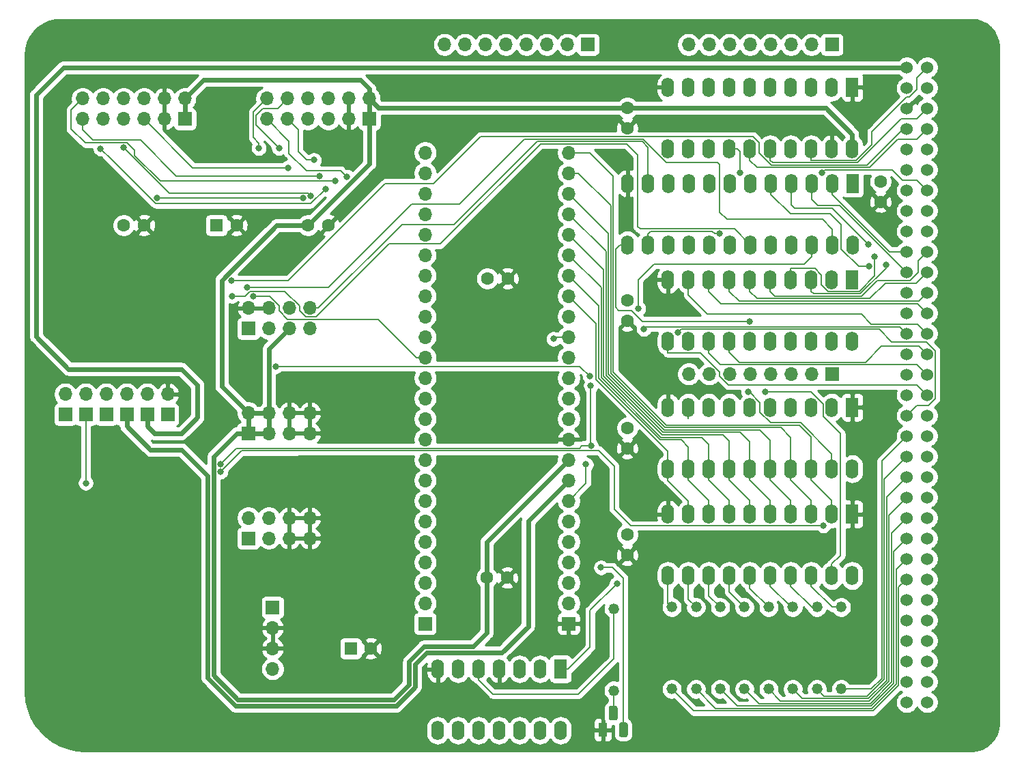
<source format=gbr>
G04 #@! TF.GenerationSoftware,KiCad,Pcbnew,(5.1.5-0-10_14)*
G04 #@! TF.CreationDate,2021-06-26T20:40:09+01:00*
G04 #@! TF.ProjectId,xosera,786f7365-7261-42e6-9b69-6361645f7063,rev?*
G04 #@! TF.SameCoordinates,Original*
G04 #@! TF.FileFunction,Copper,L1,Top*
G04 #@! TF.FilePolarity,Positive*
%FSLAX46Y46*%
G04 Gerber Fmt 4.6, Leading zero omitted, Abs format (unit mm)*
G04 Created by KiCad (PCBNEW (5.1.5-0-10_14)) date 2021-06-26 20:40:09*
%MOMM*%
%LPD*%
G04 APERTURE LIST*
%ADD10O,1.700000X1.700000*%
%ADD11R,1.700000X1.700000*%
%ADD12O,1.600000X2.400000*%
%ADD13R,1.600000X2.400000*%
%ADD14R,1.100000X1.800000*%
%ADD15C,0.100000*%
%ADD16C,1.320800*%
%ADD17C,1.524000*%
%ADD18C,1.600200*%
%ADD19C,1.600000*%
%ADD20R,1.600000X1.600000*%
%ADD21C,0.800000*%
%ADD22C,0.600000*%
%ADD23C,0.150000*%
%ADD24C,0.400000*%
%ADD25C,0.127000*%
%ADD26C,0.200000*%
%ADD27C,0.254000*%
G04 APERTURE END LIST*
D10*
X130308000Y-126194000D03*
X130308000Y-123654000D03*
X130308000Y-121114000D03*
D11*
X130308000Y-118574000D03*
D12*
X202208000Y-114620000D03*
X179348000Y-107000000D03*
X199668000Y-114620000D03*
X181888000Y-107000000D03*
X197128000Y-114620000D03*
X184428000Y-107000000D03*
X194588000Y-114620000D03*
X186968000Y-107000000D03*
X192048000Y-114620000D03*
X189508000Y-107000000D03*
X189508000Y-114620000D03*
X192048000Y-107000000D03*
X186968000Y-114620000D03*
X194588000Y-107000000D03*
X184428000Y-114620000D03*
X197128000Y-107000000D03*
X181888000Y-114620000D03*
X199668000Y-107000000D03*
X179348000Y-114620000D03*
D13*
X202208000Y-107000000D03*
D12*
X202208000Y-61694000D03*
X179348000Y-54074000D03*
X199668000Y-61694000D03*
X181888000Y-54074000D03*
X197128000Y-61694000D03*
X184428000Y-54074000D03*
X194588000Y-61694000D03*
X186968000Y-54074000D03*
X192048000Y-61694000D03*
X189508000Y-54074000D03*
X189508000Y-61694000D03*
X192048000Y-54074000D03*
X186968000Y-61694000D03*
X194588000Y-54074000D03*
X184428000Y-61694000D03*
X197128000Y-54074000D03*
X181888000Y-61694000D03*
X199668000Y-54074000D03*
X179348000Y-61694000D03*
D13*
X202208000Y-54074000D03*
D14*
X171274000Y-133751000D03*
G04 #@! TA.AperFunction,ComponentPad*
D15*
G36*
X174115955Y-132852324D02*
G01*
X174142650Y-132856284D01*
X174168828Y-132862841D01*
X174194238Y-132871933D01*
X174218634Y-132883472D01*
X174241782Y-132897346D01*
X174263458Y-132913422D01*
X174283454Y-132931546D01*
X174301578Y-132951542D01*
X174317654Y-132973218D01*
X174331528Y-132996366D01*
X174343067Y-133020762D01*
X174352159Y-133046172D01*
X174358716Y-133072350D01*
X174362676Y-133099045D01*
X174364000Y-133126000D01*
X174364000Y-134376000D01*
X174362676Y-134402955D01*
X174358716Y-134429650D01*
X174352159Y-134455828D01*
X174343067Y-134481238D01*
X174331528Y-134505634D01*
X174317654Y-134528782D01*
X174301578Y-134550458D01*
X174283454Y-134570454D01*
X174263458Y-134588578D01*
X174241782Y-134604654D01*
X174218634Y-134618528D01*
X174194238Y-134630067D01*
X174168828Y-134639159D01*
X174142650Y-134645716D01*
X174115955Y-134649676D01*
X174089000Y-134651000D01*
X173539000Y-134651000D01*
X173512045Y-134649676D01*
X173485350Y-134645716D01*
X173459172Y-134639159D01*
X173433762Y-134630067D01*
X173409366Y-134618528D01*
X173386218Y-134604654D01*
X173364542Y-134588578D01*
X173344546Y-134570454D01*
X173326422Y-134550458D01*
X173310346Y-134528782D01*
X173296472Y-134505634D01*
X173284933Y-134481238D01*
X173275841Y-134455828D01*
X173269284Y-134429650D01*
X173265324Y-134402955D01*
X173264000Y-134376000D01*
X173264000Y-133126000D01*
X173265324Y-133099045D01*
X173269284Y-133072350D01*
X173275841Y-133046172D01*
X173284933Y-133020762D01*
X173296472Y-132996366D01*
X173310346Y-132973218D01*
X173326422Y-132951542D01*
X173344546Y-132931546D01*
X173364542Y-132913422D01*
X173386218Y-132897346D01*
X173409366Y-132883472D01*
X173433762Y-132871933D01*
X173459172Y-132862841D01*
X173485350Y-132856284D01*
X173512045Y-132852324D01*
X173539000Y-132851000D01*
X174089000Y-132851000D01*
X174115955Y-132852324D01*
G37*
G04 #@! TD.AperFunction*
G04 #@! TA.AperFunction,ComponentPad*
G36*
X172845955Y-130782324D02*
G01*
X172872650Y-130786284D01*
X172898828Y-130792841D01*
X172924238Y-130801933D01*
X172948634Y-130813472D01*
X172971782Y-130827346D01*
X172993458Y-130843422D01*
X173013454Y-130861546D01*
X173031578Y-130881542D01*
X173047654Y-130903218D01*
X173061528Y-130926366D01*
X173073067Y-130950762D01*
X173082159Y-130976172D01*
X173088716Y-131002350D01*
X173092676Y-131029045D01*
X173094000Y-131056000D01*
X173094000Y-132306000D01*
X173092676Y-132332955D01*
X173088716Y-132359650D01*
X173082159Y-132385828D01*
X173073067Y-132411238D01*
X173061528Y-132435634D01*
X173047654Y-132458782D01*
X173031578Y-132480458D01*
X173013454Y-132500454D01*
X172993458Y-132518578D01*
X172971782Y-132534654D01*
X172948634Y-132548528D01*
X172924238Y-132560067D01*
X172898828Y-132569159D01*
X172872650Y-132575716D01*
X172845955Y-132579676D01*
X172819000Y-132581000D01*
X172269000Y-132581000D01*
X172242045Y-132579676D01*
X172215350Y-132575716D01*
X172189172Y-132569159D01*
X172163762Y-132560067D01*
X172139366Y-132548528D01*
X172116218Y-132534654D01*
X172094542Y-132518578D01*
X172074546Y-132500454D01*
X172056422Y-132480458D01*
X172040346Y-132458782D01*
X172026472Y-132435634D01*
X172014933Y-132411238D01*
X172005841Y-132385828D01*
X171999284Y-132359650D01*
X171995324Y-132332955D01*
X171994000Y-132306000D01*
X171994000Y-131056000D01*
X171995324Y-131029045D01*
X171999284Y-131002350D01*
X172005841Y-130976172D01*
X172014933Y-130950762D01*
X172026472Y-130926366D01*
X172040346Y-130903218D01*
X172056422Y-130881542D01*
X172074546Y-130861546D01*
X172094542Y-130843422D01*
X172116218Y-130827346D01*
X172139366Y-130813472D01*
X172163762Y-130801933D01*
X172189172Y-130792841D01*
X172215350Y-130786284D01*
X172242045Y-130782324D01*
X172269000Y-130781000D01*
X172819000Y-130781000D01*
X172845955Y-130782324D01*
G37*
G04 #@! TD.AperFunction*
D12*
X166033000Y-133831000D03*
X150793000Y-126211000D03*
X163493000Y-133831000D03*
X153333000Y-126211000D03*
X160953000Y-133831000D03*
X155873000Y-126211000D03*
X158413000Y-133831000D03*
X158413000Y-126211000D03*
X155873000Y-133831000D03*
X160953000Y-126211000D03*
X153333000Y-133831000D03*
X163493000Y-126211000D03*
X150793000Y-133831000D03*
D13*
X166033000Y-126211000D03*
D16*
X172619000Y-128878000D03*
X172619000Y-118718000D03*
D12*
X202258000Y-73602000D03*
X174318000Y-65982000D03*
X199718000Y-73602000D03*
X176858000Y-65982000D03*
X197178000Y-73602000D03*
X179398000Y-65982000D03*
X194638000Y-73602000D03*
X181938000Y-65982000D03*
X192098000Y-73602000D03*
X184478000Y-65982000D03*
X189558000Y-73602000D03*
X187018000Y-65982000D03*
X187018000Y-73602000D03*
X189558000Y-65982000D03*
X184478000Y-73602000D03*
X192098000Y-65982000D03*
X181938000Y-73602000D03*
X194638000Y-65982000D03*
X179398000Y-73602000D03*
X197178000Y-65982000D03*
X176858000Y-73602000D03*
X199718000Y-65982000D03*
X174318000Y-73602000D03*
D13*
X202258000Y-65982000D03*
D10*
X149234000Y-62170000D03*
X149234000Y-64710000D03*
X149234000Y-67250000D03*
X149234000Y-69790000D03*
X149234000Y-72330000D03*
X149234000Y-74870000D03*
X149234000Y-77410000D03*
X149234000Y-79950000D03*
X149234000Y-82490000D03*
X149234000Y-85030000D03*
X149234000Y-87570000D03*
X149234000Y-90110000D03*
X149234000Y-92650000D03*
X149234000Y-95190000D03*
X149234000Y-97730000D03*
X149234000Y-100270000D03*
X149234000Y-102810000D03*
X149234000Y-105350000D03*
X149234000Y-107890000D03*
X149234000Y-110430000D03*
X149234000Y-112970000D03*
X149234000Y-115510000D03*
X149234000Y-118050000D03*
D11*
X149234000Y-120590000D03*
D10*
X167034000Y-62170000D03*
X167034000Y-64710000D03*
X167034000Y-67250000D03*
X167034000Y-69790000D03*
X167034000Y-72330000D03*
X167034000Y-74870000D03*
X167034000Y-77410000D03*
X167034000Y-79950000D03*
X167034000Y-82490000D03*
X167034000Y-85030000D03*
X167034000Y-87570000D03*
X167034000Y-90110000D03*
X167034000Y-92650000D03*
X167034000Y-95190000D03*
X167034000Y-97730000D03*
X167034000Y-100270000D03*
X167034000Y-102810000D03*
X167034000Y-105350000D03*
X167034000Y-107890000D03*
X167034000Y-110430000D03*
X167034000Y-112970000D03*
X167034000Y-115510000D03*
X167034000Y-118050000D03*
D11*
X167034000Y-120590000D03*
D10*
X181900000Y-48760000D03*
X184440000Y-48760000D03*
X186980000Y-48760000D03*
X189520000Y-48760000D03*
X192060000Y-48760000D03*
X194600000Y-48760000D03*
X197140000Y-48760000D03*
D11*
X199680000Y-48760000D03*
D10*
X151650000Y-48750000D03*
X154190000Y-48750000D03*
X156730000Y-48750000D03*
X159270000Y-48750000D03*
X161810000Y-48750000D03*
X164350000Y-48750000D03*
X166890000Y-48750000D03*
D11*
X169430000Y-48750000D03*
D10*
X181920000Y-89630000D03*
X184460000Y-89630000D03*
X187000000Y-89630000D03*
X189540000Y-89630000D03*
X192080000Y-89630000D03*
X194620000Y-89630000D03*
X197160000Y-89630000D03*
D11*
X199700000Y-89630000D03*
D17*
X211498000Y-130344000D03*
X208958000Y-130344000D03*
X211498000Y-127804000D03*
X208958000Y-127804000D03*
X208958000Y-51604000D03*
X211498000Y-51604000D03*
X208958000Y-54144000D03*
X211498000Y-54144000D03*
X208958000Y-56684000D03*
X211498000Y-56684000D03*
X208958000Y-59224000D03*
X211498000Y-59224000D03*
X208958000Y-61764000D03*
X211498000Y-61764000D03*
X208958000Y-64304000D03*
X211498000Y-64304000D03*
X208958000Y-66844000D03*
X211498000Y-66844000D03*
X208958000Y-69384000D03*
X211498000Y-69384000D03*
X208958000Y-71924000D03*
X211498000Y-71924000D03*
X208958000Y-74464000D03*
X211498000Y-74464000D03*
X208958000Y-77004000D03*
X211498000Y-77004000D03*
X208958000Y-79544000D03*
X211498000Y-79544000D03*
X208958000Y-82084000D03*
X211498000Y-82084000D03*
X208958000Y-84624000D03*
X211498000Y-84624000D03*
X208958000Y-87164000D03*
X211498000Y-87164000D03*
X208958000Y-89704000D03*
X211498000Y-89704000D03*
X208958000Y-92244000D03*
X211498000Y-92244000D03*
X208958000Y-94784000D03*
X211498000Y-94784000D03*
X208958000Y-97324000D03*
X211498000Y-97324000D03*
X208958000Y-99864000D03*
X211498000Y-99864000D03*
X208958000Y-102404000D03*
X211498000Y-102404000D03*
X208958000Y-104944000D03*
X211498000Y-104944000D03*
X208958000Y-107484000D03*
X211498000Y-107484000D03*
X208958000Y-110024000D03*
X211498000Y-110024000D03*
X208958000Y-112564000D03*
X211498000Y-112564000D03*
X208958000Y-115104000D03*
X211498000Y-115104000D03*
X208958000Y-117644000D03*
X211498000Y-117644000D03*
X208958000Y-120184000D03*
X211498000Y-120184000D03*
X208958000Y-122724000D03*
X211498000Y-122724000D03*
X208958000Y-125264000D03*
X211498000Y-125264000D03*
D10*
X129608000Y-55465000D03*
X129608000Y-58005000D03*
X132148000Y-55465000D03*
X132148000Y-58005000D03*
X134688000Y-55465000D03*
X134688000Y-58005000D03*
X137228000Y-55465000D03*
X137228000Y-58005000D03*
X139768000Y-55465000D03*
X139768000Y-58005000D03*
X142308000Y-55465000D03*
D11*
X142308000Y-58005000D03*
D10*
X106748000Y-55465000D03*
X106748000Y-58005000D03*
X109288000Y-55465000D03*
X109288000Y-58005000D03*
X111828000Y-55465000D03*
X111828000Y-58005000D03*
X114368000Y-55465000D03*
X114368000Y-58005000D03*
X116908000Y-55465000D03*
X116908000Y-58005000D03*
X119448000Y-55465000D03*
D11*
X119448000Y-58005000D03*
D10*
X117298000Y-92118000D03*
D11*
X117298000Y-94658000D03*
D10*
X114758000Y-92118000D03*
D11*
X114758000Y-94658000D03*
D10*
X112218000Y-92118000D03*
D11*
X112218000Y-94658000D03*
D10*
X109678000Y-92118000D03*
D11*
X109678000Y-94658000D03*
D10*
X107138000Y-92118000D03*
D11*
X107138000Y-94658000D03*
D10*
X104598000Y-92118000D03*
D11*
X104598000Y-94658000D03*
D18*
X156940000Y-77770000D03*
X159480000Y-77770000D03*
X156864000Y-114890000D03*
X159404000Y-114890000D03*
X134713000Y-71174000D03*
X137253000Y-71174000D03*
X174308000Y-56604000D03*
X174308000Y-59144000D03*
X111853000Y-71174000D03*
X114393000Y-71174000D03*
X174308000Y-80470000D03*
X174308000Y-83010000D03*
X205711000Y-65726200D03*
X205711000Y-68266200D03*
X174308000Y-96298500D03*
X174308000Y-98838500D03*
X174308000Y-109530000D03*
X174308000Y-112070000D03*
D16*
X179828000Y-128704000D03*
X179828000Y-118544000D03*
X182828000Y-128704000D03*
X182828000Y-118544000D03*
X185828000Y-128704000D03*
X185828000Y-118544000D03*
X188828000Y-128704000D03*
X188828000Y-118544000D03*
X191828000Y-128704000D03*
X191828000Y-118544000D03*
X194828000Y-128704000D03*
X194828000Y-118544000D03*
X197828000Y-128704000D03*
X197828000Y-118544000D03*
X200828000Y-128704000D03*
X200828000Y-118544000D03*
D10*
X134928000Y-81460000D03*
X134928000Y-84000000D03*
X132388000Y-81460000D03*
X132388000Y-84000000D03*
X129848000Y-81460000D03*
X129848000Y-84000000D03*
X127308000Y-81460000D03*
D11*
X127308000Y-84000000D03*
D10*
X134928000Y-107460000D03*
X134928000Y-110000000D03*
X132388000Y-107460000D03*
X132388000Y-110000000D03*
X129848000Y-107460000D03*
X129848000Y-110000000D03*
X127308000Y-107460000D03*
D11*
X127308000Y-110000000D03*
D10*
X134928000Y-94460000D03*
X134928000Y-97000000D03*
X132388000Y-94460000D03*
X132388000Y-97000000D03*
X129848000Y-94460000D03*
X129848000Y-97000000D03*
X127308000Y-94460000D03*
D11*
X127308000Y-97000000D03*
D12*
X202200000Y-85560000D03*
X179340000Y-77940000D03*
X199660000Y-85560000D03*
X181880000Y-77940000D03*
X197120000Y-85560000D03*
X184420000Y-77940000D03*
X194580000Y-85560000D03*
X186960000Y-77940000D03*
X192040000Y-85560000D03*
X189500000Y-77940000D03*
X189500000Y-85560000D03*
X192040000Y-77940000D03*
X186960000Y-85560000D03*
X194580000Y-77940000D03*
X184420000Y-85560000D03*
X197120000Y-77940000D03*
X181880000Y-85560000D03*
X199660000Y-77940000D03*
X179340000Y-85560000D03*
D13*
X202200000Y-77940000D03*
D12*
X202208000Y-101388500D03*
X179348000Y-93768500D03*
X199668000Y-101388500D03*
X181888000Y-93768500D03*
X197128000Y-101388500D03*
X184428000Y-93768500D03*
X194588000Y-101388500D03*
X186968000Y-93768500D03*
X192048000Y-101388500D03*
X189508000Y-93768500D03*
X189508000Y-101388500D03*
X192048000Y-93768500D03*
X186968000Y-101388500D03*
X194588000Y-93768500D03*
X184428000Y-101388500D03*
X197128000Y-93768500D03*
X181888000Y-101388500D03*
X199668000Y-93768500D03*
X179348000Y-101388500D03*
D13*
X202208000Y-93768500D03*
D19*
X142500000Y-123666000D03*
D20*
X140000000Y-123666000D03*
D19*
X125848000Y-71174000D03*
D20*
X123348000Y-71174000D03*
D21*
X191407100Y-91808700D03*
X189320800Y-91808700D03*
X127125800Y-78845700D03*
X130719700Y-88666500D03*
X169680000Y-89926000D03*
X175678000Y-81530000D03*
X125293800Y-79944300D03*
X107152000Y-103151000D03*
X204308300Y-76255400D03*
X204240900Y-73582800D03*
X189503000Y-83080000D03*
X204992500Y-75095200D03*
X206387500Y-76078800D03*
X185730000Y-72228800D03*
X188269000Y-64626990D03*
X198477000Y-64622200D03*
X180579000Y-84453000D03*
X125216700Y-78005700D03*
X176367500Y-84041100D03*
X123876200Y-100779800D03*
X169781000Y-91049000D03*
X169790000Y-98511000D03*
X171053000Y-113619000D03*
X198604800Y-108425400D03*
X123869500Y-101736300D03*
X165160900Y-85270100D03*
X169190000Y-100850000D03*
X138039600Y-65676100D03*
X139504000Y-65162000D03*
X136114500Y-65050800D03*
X136853500Y-66674200D03*
X108980000Y-61690000D03*
X135450000Y-63090000D03*
X116006400Y-67828300D03*
X134093200Y-67800600D03*
X135057300Y-67527900D03*
X111850000Y-61557200D03*
X127879200Y-80010700D03*
X132204100Y-64035900D03*
X131100000Y-61592800D03*
X128610000Y-61592800D03*
X173015000Y-115632000D03*
D22*
X129848000Y-94460000D02*
X129848000Y-97000000D01*
X127308000Y-94460000D02*
X129848000Y-94460000D01*
X127308000Y-94460000D02*
X127308000Y-97000000D01*
X129848000Y-94460000D02*
X129848000Y-86540000D01*
X129848000Y-86540000D02*
X132388000Y-84000000D01*
X174308000Y-56604000D02*
X198918000Y-56604000D01*
X198918000Y-56604000D02*
X202208000Y-59894000D01*
X202208000Y-59894000D02*
X202208000Y-61694000D01*
X134713000Y-71174000D02*
X142308000Y-63579000D01*
X142308000Y-63579000D02*
X142308000Y-62075000D01*
X127308000Y-94460000D02*
X124000000Y-91152000D01*
X124000000Y-91152000D02*
X124000000Y-78000000D01*
X124000000Y-78000000D02*
X130826000Y-71174000D01*
X130826000Y-71174000D02*
X134713000Y-71174000D01*
X127308000Y-97000000D02*
X129848000Y-97000000D01*
X126000000Y-130000000D02*
X123000000Y-127000000D01*
X123000000Y-127000000D02*
X123000000Y-99858000D01*
X123000000Y-99858000D02*
X125858000Y-97000000D01*
X125858000Y-97000000D02*
X127308000Y-97000000D01*
X156864000Y-114890000D02*
X156864000Y-110440000D01*
X156864000Y-110440000D02*
X167034000Y-100270000D01*
X143447000Y-56604000D02*
X142308000Y-55465000D01*
X174308000Y-56604000D02*
X143447000Y-56604000D01*
X142308000Y-62075000D02*
X142308000Y-58005000D01*
X142308000Y-58005000D02*
X142308000Y-55465000D01*
X142308000Y-54262919D02*
X141215081Y-53170000D01*
X142308000Y-55465000D02*
X142308000Y-54262919D01*
X121743000Y-53170000D02*
X119448000Y-55465000D01*
X141215081Y-53170000D02*
X121743000Y-53170000D01*
X119448000Y-55465000D02*
X119448000Y-58005000D01*
X126123990Y-130022990D02*
X145360864Y-130022990D01*
X126101000Y-130000000D02*
X126123990Y-130022990D01*
X126000000Y-130000000D02*
X126101000Y-130000000D01*
X147265990Y-125284863D02*
X149107863Y-123442990D01*
X147265990Y-128117864D02*
X147265990Y-125284863D01*
X145360864Y-130022990D02*
X147265990Y-128117864D01*
X149107863Y-123442990D02*
X155147010Y-123442990D01*
X156864000Y-121726000D02*
X156864000Y-114890000D01*
X155147010Y-123442990D02*
X156864000Y-121726000D01*
D23*
X199668000Y-114620000D02*
X199668000Y-113194700D01*
X199668000Y-113194700D02*
X200744900Y-112117800D01*
X200744900Y-112117800D02*
X200744900Y-96995600D01*
X200744900Y-96995600D02*
X198642600Y-94893300D01*
X198642600Y-94893300D02*
X198642600Y-93353000D01*
X198642600Y-93353000D02*
X197098300Y-91808700D01*
X197098300Y-91808700D02*
X191407100Y-91808700D01*
X197128000Y-114620000D02*
X197128000Y-115970000D01*
X197128000Y-115970000D02*
X199702000Y-118544000D01*
X199702000Y-118544000D02*
X200828000Y-118544000D01*
X197382000Y-118544000D02*
X197828000Y-118544000D01*
X194588000Y-114620000D02*
X194588000Y-115970000D01*
X194588000Y-115970000D02*
X197162000Y-118544000D01*
X197162000Y-118544000D02*
X197382000Y-118544000D01*
D24*
X197382000Y-118544000D02*
X197828000Y-118544000D01*
D23*
X192048000Y-114620000D02*
X192048000Y-115970000D01*
X192048000Y-115970000D02*
X194622000Y-118544000D01*
X194622000Y-118544000D02*
X194828000Y-118544000D01*
X189508000Y-114620000D02*
X189508000Y-116224000D01*
X189508000Y-116224000D02*
X191828000Y-118544000D01*
X186968000Y-114620000D02*
X186968000Y-116684000D01*
X186968000Y-116684000D02*
X188828000Y-118544000D01*
X184428000Y-114620000D02*
X184428000Y-117144000D01*
X184428000Y-117144000D02*
X185828000Y-118544000D01*
X181888000Y-114620000D02*
X181888000Y-117604000D01*
X181888000Y-117604000D02*
X182828000Y-118544000D01*
X179348000Y-114620000D02*
X179348000Y-118064000D01*
X179348000Y-118064000D02*
X179828000Y-118544000D01*
X199668000Y-101388500D02*
X199668000Y-99963200D01*
X199668000Y-99963200D02*
X199668000Y-99552400D01*
X199668000Y-99552400D02*
X195785200Y-95669600D01*
X195785200Y-95669600D02*
X192075200Y-95669600D01*
X192075200Y-95669600D02*
X190778000Y-94372400D01*
X190778000Y-94372400D02*
X190778000Y-93150400D01*
X190778000Y-93150400D02*
X189436300Y-91808700D01*
X189436300Y-91808700D02*
X189320800Y-91808700D01*
X208958000Y-97324000D02*
X205871000Y-100411000D01*
X205871000Y-100411000D02*
X205871000Y-127359000D01*
X205871000Y-127359000D02*
X204526000Y-128704000D01*
X204526000Y-128704000D02*
X200828000Y-128704000D01*
X208958000Y-99864000D02*
X206171000Y-102651000D01*
X206171000Y-102651000D02*
X206171000Y-127483000D01*
X206171000Y-127483000D02*
X204065000Y-129589000D01*
X204065000Y-129589000D02*
X198713000Y-129589000D01*
X198713000Y-129589000D02*
X197828000Y-128704000D01*
X208958000Y-102404000D02*
X206471000Y-104891000D01*
X206471000Y-104891000D02*
X206471000Y-127608000D01*
X206471000Y-127608000D02*
X204189000Y-129889000D01*
X204189000Y-129889000D02*
X196013000Y-129889000D01*
X196013000Y-129889000D02*
X194828000Y-128704000D01*
X208958000Y-104944000D02*
X206771000Y-107131000D01*
X206771000Y-107131000D02*
X206771000Y-127732000D01*
X206771000Y-127732000D02*
X204313000Y-130189000D01*
X204313000Y-130189000D02*
X193313000Y-130189000D01*
X193313000Y-130189000D02*
X191828000Y-128704000D01*
X208958000Y-107484000D02*
X207071000Y-109371000D01*
X207071000Y-109371000D02*
X207071000Y-127856000D01*
X207071000Y-127856000D02*
X204417000Y-130510000D01*
X204417000Y-130510000D02*
X190634000Y-130510000D01*
X190634000Y-130510000D02*
X188828000Y-128704000D01*
X208958000Y-110024000D02*
X207371000Y-111611000D01*
X207371000Y-111611000D02*
X207371000Y-127980000D01*
X207371000Y-127980000D02*
X204541000Y-130810000D01*
X204541000Y-130810000D02*
X187934000Y-130810000D01*
X187934000Y-130810000D02*
X185828000Y-128704000D01*
X208958000Y-112564000D02*
X207671000Y-113851000D01*
X207671000Y-113851000D02*
X207671000Y-128105000D01*
X207671000Y-128105000D02*
X204666000Y-131110000D01*
X204666000Y-131110000D02*
X185234000Y-131110000D01*
X185234000Y-131110000D02*
X182828000Y-128704000D01*
X208958000Y-115104000D02*
X207971000Y-116091000D01*
X207971000Y-116091000D02*
X207971000Y-128229000D01*
X207971000Y-128229000D02*
X204790000Y-131410000D01*
X204790000Y-131410000D02*
X182534000Y-131410000D01*
X182534000Y-131410000D02*
X179828000Y-128704000D01*
X181888000Y-93768500D02*
X181888000Y-95118500D01*
X199718000Y-71645000D02*
X199718000Y-73602000D01*
X198530000Y-70457000D02*
X199718000Y-71645000D01*
X186677000Y-70457000D02*
X198530000Y-70457000D01*
X185771000Y-69551000D02*
X186677000Y-70457000D01*
X185517000Y-63400000D02*
X185771000Y-63654000D01*
X182002000Y-63400000D02*
X185517000Y-63400000D01*
X161515800Y-60479700D02*
X176235200Y-60479700D01*
X147596000Y-68520000D02*
X153475500Y-68520000D01*
X176235200Y-60479700D02*
X179155200Y-63399700D01*
X137270300Y-78845700D02*
X147596000Y-68520000D01*
X182001700Y-63399700D02*
X182002000Y-63400000D01*
X153475500Y-68520000D02*
X161515800Y-60479700D01*
X185771000Y-63654000D02*
X185771000Y-69551000D01*
X179155200Y-63399700D02*
X182001700Y-63399700D01*
X127125800Y-78845700D02*
X137270300Y-78845700D01*
X176858000Y-61494250D02*
X176858000Y-65982000D01*
X152822000Y-71059800D02*
X163101800Y-60780000D01*
X176143750Y-60780000D02*
X176858000Y-61494250D01*
X146403500Y-71059800D02*
X152822000Y-71059800D01*
X136003300Y-81460000D02*
X146403500Y-71059800D01*
X163101800Y-60780000D02*
X176143750Y-60780000D01*
X134928000Y-81460000D02*
X136003300Y-81460000D01*
X168420500Y-88666500D02*
X169680000Y-89926000D01*
X130719700Y-88666500D02*
X168420500Y-88666500D01*
X197178000Y-75072000D02*
X197178000Y-73602000D01*
X196259000Y-75991000D02*
X197178000Y-75072000D01*
X177627000Y-75991000D02*
X196259000Y-75991000D01*
X175678000Y-77940000D02*
X177627000Y-75991000D01*
X175678000Y-81530000D02*
X175678000Y-77940000D01*
X187582800Y-71626800D02*
X189558000Y-73602000D01*
X175621000Y-71363000D02*
X175884800Y-71626800D01*
X175621000Y-62481000D02*
X175621000Y-71363000D01*
X174220300Y-61080300D02*
X175621000Y-62481000D01*
X163544200Y-61080300D02*
X174220300Y-61080300D01*
X151130800Y-73493700D02*
X163544200Y-61080300D01*
X144744700Y-73493700D02*
X151130800Y-73493700D01*
X135703000Y-82535400D02*
X144744700Y-73493700D01*
X133658000Y-81722800D02*
X134470600Y-82535400D01*
X134470600Y-82535400D02*
X135703000Y-82535400D01*
X131850600Y-79377300D02*
X133658000Y-81184700D01*
X127478700Y-79377300D02*
X131850600Y-79377300D01*
X175884800Y-71626800D02*
X187582800Y-71626800D01*
X133658000Y-81184700D02*
X133658000Y-81722800D01*
X126911700Y-79944300D02*
X127478700Y-79377300D01*
X125293800Y-79944300D02*
X126911700Y-79944300D01*
X107152000Y-94672000D02*
X107138000Y-94658000D01*
X107152000Y-103151000D02*
X107152000Y-94672000D01*
X202979900Y-76255400D02*
X204308300Y-76255400D01*
X200831700Y-74107200D02*
X202979900Y-76255400D01*
X200831700Y-71086700D02*
X200831700Y-74107200D01*
X199492000Y-69747000D02*
X200831700Y-71086700D01*
X194513000Y-69747000D02*
X199492000Y-69747000D01*
X192098000Y-67332000D02*
X194513000Y-69747000D01*
X192098000Y-65982000D02*
X192098000Y-67332000D01*
X204240900Y-73582800D02*
X199687900Y-69029800D01*
X199687900Y-69029800D02*
X195062800Y-69029800D01*
X194638000Y-68605000D02*
X194638000Y-65982000D01*
X195062800Y-69029800D02*
X194638000Y-68605000D01*
X208958000Y-77004000D02*
X208546500Y-77004000D01*
X208958000Y-77004000D02*
X200658000Y-68704000D01*
X200658000Y-68704000D02*
X197935000Y-68704000D01*
X197178000Y-67947000D02*
X197178000Y-65982000D01*
X197935000Y-68704000D02*
X197178000Y-67947000D01*
X199718000Y-67332000D02*
X199718000Y-65982000D01*
X206850000Y-74464000D02*
X199718000Y-67332000D01*
X208958000Y-74464000D02*
X206850000Y-74464000D01*
X203322000Y-82219000D02*
X204547000Y-83444000D01*
X210318000Y-83444000D02*
X211498000Y-84624000D01*
X204547000Y-83444000D02*
X210318000Y-83444000D01*
X184247000Y-82219000D02*
X203322000Y-82219000D01*
X181880000Y-79852000D02*
X184247000Y-82219000D01*
X181880000Y-77940000D02*
X181880000Y-79852000D01*
X211498000Y-82084000D02*
X210294100Y-80880100D01*
X210294100Y-80880100D02*
X185934800Y-80880100D01*
X185934800Y-80880100D02*
X184420000Y-79365300D01*
X184420000Y-77940000D02*
X184420000Y-79365300D01*
X186960000Y-79365300D02*
X188161200Y-80566500D01*
X188161200Y-80566500D02*
X210475500Y-80566500D01*
X210475500Y-80566500D02*
X211498000Y-79544000D01*
X186960000Y-77940000D02*
X186960000Y-79365300D01*
X189500000Y-79365300D02*
X190400900Y-80266200D01*
X190400900Y-80266200D02*
X204360400Y-80266200D01*
X204360400Y-80266200D02*
X206294500Y-78332100D01*
X206294500Y-78332100D02*
X210169900Y-78332100D01*
X210169900Y-78332100D02*
X211498000Y-77004000D01*
X189500000Y-77940000D02*
X189500000Y-79365300D01*
X173368000Y-73602000D02*
X174318000Y-73602000D01*
X172847010Y-74122990D02*
X173368000Y-73602000D01*
X172847010Y-81356010D02*
X172847010Y-74122990D01*
X174848000Y-81751000D02*
X173242000Y-81751000D01*
X176177000Y-83080000D02*
X174848000Y-81751000D01*
X173242000Y-81751000D02*
X172847010Y-81356010D01*
X189503000Y-83080000D02*
X176177000Y-83080000D01*
X192040000Y-79365300D02*
X192640600Y-79965900D01*
X192640600Y-79965900D02*
X203350000Y-79965900D01*
X203350000Y-79965900D02*
X205284200Y-78031700D01*
X205284200Y-78031700D02*
X209368800Y-78031700D01*
X209368800Y-78031700D02*
X210386100Y-77014400D01*
X210386100Y-77014400D02*
X210386100Y-75575900D01*
X210386100Y-75575900D02*
X211498000Y-74464000D01*
X192040000Y-77940000D02*
X192040000Y-79365300D01*
X188206990Y-88156990D02*
X203862210Y-88156990D01*
X203862210Y-88156990D02*
X205848800Y-86170400D01*
X186960000Y-86910000D02*
X188206990Y-88156990D01*
X205848800Y-86170400D02*
X210504400Y-86170400D01*
X210504400Y-86170400D02*
X211498000Y-87164000D01*
X186960000Y-85560000D02*
X186960000Y-86910000D01*
X194580000Y-76514700D02*
X197571100Y-76514700D01*
X197571100Y-76514700D02*
X198390000Y-77333600D01*
X198390000Y-77333600D02*
X198390000Y-78539500D01*
X198390000Y-78539500D02*
X199215800Y-79365300D01*
X199215800Y-79365300D02*
X203101000Y-79365300D01*
X203101000Y-79365300D02*
X204992500Y-77473800D01*
X204992500Y-77473800D02*
X204992500Y-75095200D01*
X194580000Y-77940000D02*
X194580000Y-76514700D01*
X184420000Y-85560000D02*
X184420000Y-86985300D01*
X184420000Y-86985300D02*
X185868700Y-88434000D01*
X185868700Y-88434000D02*
X210228000Y-88434000D01*
X210228000Y-88434000D02*
X211498000Y-89704000D01*
X197120000Y-79365300D02*
X197420300Y-79665600D01*
X197420300Y-79665600D02*
X203225500Y-79665600D01*
X203225500Y-79665600D02*
X206387500Y-76503600D01*
X206387500Y-76503600D02*
X206387500Y-76078800D01*
X197120000Y-77940000D02*
X197120000Y-79365300D01*
X185164315Y-72228800D02*
X184839325Y-71903810D01*
X185730000Y-72228800D02*
X185164315Y-72228800D01*
X176858000Y-72252000D02*
X176858000Y-73602000D01*
X177206190Y-71903810D02*
X176858000Y-72252000D01*
X184839325Y-71903810D02*
X177206190Y-71903810D01*
X187918000Y-61694000D02*
X186968000Y-61694000D01*
X188269000Y-62045000D02*
X187918000Y-61694000D01*
X188269000Y-64626990D02*
X188269000Y-62045000D01*
X211498000Y-66844000D02*
X210218000Y-65564000D01*
X210218000Y-65564000D02*
X208437000Y-65564000D01*
X208437000Y-65564000D02*
X207170210Y-64297210D01*
X207170210Y-64297210D02*
X204448841Y-64297210D01*
X204448841Y-64297210D02*
X200598000Y-64297210D01*
X198801990Y-64297210D02*
X198477000Y-64622200D01*
X200598000Y-64297210D02*
X198801990Y-64297210D01*
X179340000Y-86985300D02*
X183340300Y-86985300D01*
X183340300Y-86985300D02*
X185730000Y-89375000D01*
X185730000Y-89375000D02*
X185730000Y-89884300D01*
X185730000Y-89884300D02*
X186819700Y-90974000D01*
X186819700Y-90974000D02*
X210228000Y-90974000D01*
X210228000Y-90974000D02*
X211498000Y-92244000D01*
X179340000Y-85560000D02*
X179340000Y-86985300D01*
X197128000Y-61694000D02*
X197128000Y-63119300D01*
X197128000Y-63119300D02*
X202700300Y-63119300D01*
X202700300Y-63119300D02*
X204646500Y-61173100D01*
X204646500Y-61173100D02*
X204646500Y-59591300D01*
X204646500Y-59591300D02*
X208977100Y-55260700D01*
X208977100Y-55260700D02*
X209255000Y-55260700D01*
X209255000Y-55260700D02*
X210228000Y-54287700D01*
X210228000Y-54287700D02*
X210228000Y-52874000D01*
X210228000Y-52874000D02*
X211498000Y-51604000D01*
X192048000Y-63119300D02*
X192348300Y-63419600D01*
X192348300Y-63419600D02*
X202824700Y-63419600D01*
X202824700Y-63419600D02*
X208290300Y-57954000D01*
X208290300Y-57954000D02*
X210228000Y-57954000D01*
X210228000Y-57954000D02*
X211498000Y-56684000D01*
X192048000Y-61694000D02*
X192048000Y-63119300D01*
X211498000Y-59224000D02*
X210228000Y-60494000D01*
X210228000Y-60494000D02*
X207860300Y-60494000D01*
X207860300Y-60494000D02*
X204334100Y-64020200D01*
X204334100Y-64020200D02*
X190408900Y-64020200D01*
X190408900Y-64020200D02*
X189508000Y-63119300D01*
X189508000Y-61694000D02*
X189508000Y-63119300D01*
X211368400Y-85625600D02*
X212505100Y-86762300D01*
X212505100Y-86762300D02*
X212505100Y-92679400D01*
X212505100Y-92679400D02*
X211670500Y-93514000D01*
X211670500Y-93514000D02*
X210228000Y-93514000D01*
X210228000Y-93514000D02*
X208958000Y-94784000D01*
X207107600Y-85625600D02*
X205537310Y-84055310D01*
X211368400Y-85625600D02*
X207107600Y-85625600D01*
X205537310Y-84055310D02*
X181490375Y-84055310D01*
X180976690Y-84055310D02*
X180579000Y-84453000D01*
X181490375Y-84055310D02*
X180976690Y-84055310D01*
D22*
X208958000Y-51604000D02*
X104396000Y-51604000D01*
X104396000Y-51604000D02*
X101000000Y-55000000D01*
X101000000Y-55000000D02*
X101000000Y-85000000D01*
X101000000Y-85000000D02*
X105000000Y-89000000D01*
X105000000Y-89000000D02*
X119000000Y-89000000D01*
X119000000Y-89000000D02*
X121000000Y-91000000D01*
X121000000Y-91000000D02*
X121000000Y-95000000D01*
X121000000Y-95000000D02*
X119000000Y-97000000D01*
X119000000Y-97000000D02*
X115650000Y-97000000D01*
X115650000Y-97000000D02*
X114758000Y-96108000D01*
X114758000Y-96108000D02*
X114758000Y-94658000D01*
D23*
X208958000Y-59224000D02*
X208493300Y-59224000D01*
X208493300Y-59224000D02*
X203997400Y-63719900D01*
X203997400Y-63719900D02*
X192174300Y-63719900D01*
X192174300Y-63719900D02*
X190671700Y-62217300D01*
X190671700Y-62217300D02*
X190671700Y-60965000D01*
X190671700Y-60965000D02*
X189886100Y-60179400D01*
X189886100Y-60179400D02*
X156110000Y-60179400D01*
X156110000Y-60179400D02*
X150309400Y-65980000D01*
X150309400Y-65980000D02*
X144302500Y-65980000D01*
X144302500Y-65980000D02*
X132276800Y-78005700D01*
X132276800Y-78005700D02*
X125216700Y-78005700D01*
X208958000Y-84624000D02*
X208112300Y-83778300D01*
X208112300Y-83778300D02*
X176630300Y-83778300D01*
X176630300Y-83778300D02*
X176367500Y-84041100D01*
X125816500Y-98839500D02*
X168350500Y-98839500D01*
X123876200Y-100779800D02*
X125816500Y-98839500D01*
X168679000Y-98511000D02*
X169790000Y-98511000D01*
X168350500Y-98839500D02*
X168679000Y-98511000D01*
X169781000Y-98502000D02*
X169790000Y-98511000D01*
X169781000Y-91049000D02*
X169781000Y-98502000D01*
X172475000Y-113619000D02*
X171053000Y-113619000D01*
X173814000Y-114958000D02*
X172475000Y-113619000D01*
X173814000Y-133351000D02*
X173814000Y-114958000D01*
X126465900Y-99139900D02*
X123869500Y-101736300D01*
X133386490Y-99116510D02*
X133363100Y-99139900D01*
X133363100Y-99139900D02*
X126465900Y-99139900D01*
X168788490Y-99116510D02*
X133386490Y-99116510D01*
X168792000Y-99113000D02*
X168788490Y-99116510D01*
X170767000Y-99113000D02*
X168792000Y-99113000D01*
X172682000Y-101028000D02*
X170767000Y-99113000D01*
X172682000Y-106407000D02*
X172682000Y-101028000D01*
X174700400Y-108425400D02*
X172682000Y-106407000D01*
X198604800Y-108425400D02*
X174700400Y-108425400D01*
D22*
X162000000Y-120926000D02*
X162000000Y-107844000D01*
X149409000Y-124170000D02*
X158756000Y-124170000D01*
X147993000Y-125586000D02*
X149409000Y-124170000D01*
X125689000Y-130750000D02*
X145662000Y-130750000D01*
X122250000Y-102250000D02*
X122250000Y-127311000D01*
X147993000Y-128419000D02*
X147993000Y-125586000D01*
X119000000Y-99000000D02*
X122250000Y-102250000D01*
X158756000Y-124170000D02*
X162000000Y-120926000D01*
X112218000Y-94658000D02*
X112218000Y-96108000D01*
X122250000Y-127311000D02*
X125689000Y-130750000D01*
X112218000Y-96108000D02*
X115110000Y-99000000D01*
X162000000Y-107844000D02*
X167034000Y-102810000D01*
X145662000Y-130750000D02*
X147993000Y-128419000D01*
X115110000Y-99000000D02*
X119000000Y-99000000D01*
D23*
X167034000Y-85030000D02*
X165401000Y-85030000D01*
X165401000Y-85030000D02*
X165160900Y-85270100D01*
X179348000Y-101388500D02*
X179348000Y-102838000D01*
X179348000Y-102838000D02*
X181888000Y-105378000D01*
X181888000Y-105378000D02*
X181888000Y-107000000D01*
X167034000Y-79950000D02*
X170450000Y-83366000D01*
X170450000Y-83366000D02*
X170450000Y-90269900D01*
X170450000Y-90269900D02*
X179348000Y-99167900D01*
X179348000Y-99167900D02*
X179348000Y-101388500D01*
X181888000Y-101388500D02*
X181888000Y-102738000D01*
X181888000Y-102738000D02*
X184428000Y-105278000D01*
X184428000Y-105278000D02*
X184428000Y-107000000D01*
X167034000Y-77410000D02*
X170750000Y-81126000D01*
X170750000Y-81126000D02*
X170750000Y-90145700D01*
X170750000Y-90145700D02*
X178374000Y-97770100D01*
X178374000Y-97770100D02*
X180980000Y-97770100D01*
X180980000Y-97770100D02*
X181888000Y-98678000D01*
X181888000Y-98678000D02*
X181888000Y-101388500D01*
X184428000Y-101388500D02*
X184428000Y-102738000D01*
X184428000Y-102738000D02*
X186968000Y-105278000D01*
X186968000Y-105278000D02*
X186968000Y-107000000D01*
X167034000Y-74870000D02*
X171060000Y-78896000D01*
X171060000Y-78896000D02*
X171060000Y-82520000D01*
X171060000Y-82520000D02*
X171070000Y-82530000D01*
X171070000Y-82530000D02*
X171070000Y-90041300D01*
X171070000Y-90041300D02*
X178499000Y-97470100D01*
X178499000Y-97470100D02*
X183510000Y-97470100D01*
X183510000Y-97470100D02*
X184428000Y-98388000D01*
X184428000Y-98388000D02*
X184428000Y-101388500D01*
X186968000Y-101388500D02*
X186968000Y-102738000D01*
X186968000Y-102738000D02*
X189508000Y-105278000D01*
X189508000Y-105278000D02*
X189508000Y-107000000D01*
X167034000Y-72330000D02*
X171370000Y-76666000D01*
X171370000Y-76666000D02*
X171370000Y-89917100D01*
X171370000Y-89917100D02*
X178623000Y-97170000D01*
X178623000Y-97170000D02*
X186200000Y-97170000D01*
X186200000Y-97170000D02*
X186968000Y-97938000D01*
X186968000Y-97938000D02*
X186968000Y-101388500D01*
X189508000Y-101388500D02*
X189508000Y-102738000D01*
X189508000Y-102738000D02*
X192048000Y-105278000D01*
X192048000Y-105278000D02*
X192048000Y-107000000D01*
X167034000Y-69790000D02*
X171670000Y-74426000D01*
X171670000Y-74426000D02*
X171670000Y-89792800D01*
X171670000Y-89792800D02*
X178747000Y-96870000D01*
X178747000Y-96870000D02*
X188330000Y-96870000D01*
X188330000Y-96870000D02*
X189508000Y-98048000D01*
X189508000Y-98048000D02*
X189508000Y-101388500D01*
X192048000Y-101388500D02*
X192048000Y-102738000D01*
X192048000Y-102738000D02*
X194588000Y-105278000D01*
X194588000Y-105278000D02*
X194588000Y-107000000D01*
X167034000Y-67250000D02*
X171970000Y-72186000D01*
X171970000Y-72186000D02*
X171970000Y-89668500D01*
X171970000Y-89668500D02*
X178871000Y-96570000D01*
X178871000Y-96570000D02*
X190750000Y-96570000D01*
X190750000Y-96570000D02*
X192048000Y-97868000D01*
X192048000Y-97868000D02*
X192048000Y-101388500D01*
X194588000Y-101388500D02*
X194588000Y-102738000D01*
X194588000Y-102738000D02*
X197128000Y-105278000D01*
X197128000Y-105278000D02*
X197128000Y-107000000D01*
X167034000Y-64710000D02*
X168236000Y-64710000D01*
X168236000Y-64710000D02*
X172270000Y-68743900D01*
X172270000Y-68743900D02*
X172270000Y-89544300D01*
X172270000Y-89544300D02*
X178996000Y-96270000D01*
X178996000Y-96270000D02*
X193360000Y-96270000D01*
X193360000Y-96270000D02*
X194588000Y-97498000D01*
X194588000Y-97498000D02*
X194588000Y-101388500D01*
X197128000Y-101388500D02*
X197128000Y-102738000D01*
X197128000Y-102738000D02*
X199668000Y-105278000D01*
X199668000Y-105278000D02*
X199668000Y-107000000D01*
X167034000Y-62170000D02*
X169650000Y-62170000D01*
X169650000Y-62170000D02*
X172570000Y-65090000D01*
X172570000Y-65090000D02*
X172570000Y-89420000D01*
X172570000Y-89420000D02*
X179120000Y-95970000D01*
X179120000Y-95970000D02*
X195660000Y-95970000D01*
X195660000Y-95970000D02*
X197128000Y-97438000D01*
X197128000Y-97438000D02*
X197128000Y-101388500D01*
D25*
X169190000Y-103194000D02*
X169190000Y-100850000D01*
X167034000Y-105350000D02*
X169190000Y-103194000D01*
D23*
X105322000Y-56891000D02*
X106748000Y-55465000D01*
X105322000Y-59205000D02*
X105322000Y-56891000D01*
X107072200Y-60955200D02*
X105322000Y-59205000D01*
X113220300Y-61881900D02*
X112293600Y-60955200D01*
X112293600Y-60955200D02*
X107072200Y-60955200D01*
X113220300Y-62503300D02*
X113220300Y-61881900D01*
X116393100Y-65676100D02*
X113220300Y-62503300D01*
X138039600Y-65676100D02*
X116393100Y-65676100D01*
X139504000Y-65162000D02*
X138767500Y-64425500D01*
X138767500Y-64425500D02*
X134510500Y-64425500D01*
X134510500Y-64425500D02*
X132335000Y-62250000D01*
X132335000Y-60732000D02*
X129608000Y-58005000D01*
X132335000Y-62250000D02*
X132335000Y-60732000D01*
X118353400Y-65050800D02*
X113935200Y-60632600D01*
X106748000Y-59319000D02*
X106748000Y-58005000D01*
X108061600Y-60632600D02*
X106748000Y-59319000D01*
X113935200Y-60632600D02*
X108061600Y-60632600D01*
X136114500Y-65050800D02*
X118353400Y-65050800D01*
X136853500Y-66674200D02*
X135045700Y-68482000D01*
X135045700Y-68482000D02*
X115773700Y-68482000D01*
X115773700Y-68482000D02*
X110363300Y-63071600D01*
X110361600Y-63071600D02*
X108980000Y-61690000D01*
X110363300Y-63071600D02*
X110361600Y-63071600D01*
X135763400Y-63079200D02*
X134547050Y-63079200D01*
X134547050Y-63079200D02*
X133500410Y-62032560D01*
X133500410Y-59357410D02*
X132148000Y-58005000D01*
X133500410Y-62032560D02*
X133500410Y-59357410D01*
X134093200Y-67800600D02*
X134065500Y-67828300D01*
X134065500Y-67828300D02*
X116006400Y-67828300D01*
X135057300Y-67527900D02*
X134704700Y-67175300D01*
X134704700Y-67175300D02*
X117467500Y-67175300D01*
X117467500Y-67175300D02*
X112903300Y-62611100D01*
X112903300Y-62610500D02*
X111850000Y-61557200D01*
X112903300Y-62611100D02*
X112903300Y-62610500D01*
X127879200Y-80010700D02*
X129968500Y-80010700D01*
X129968500Y-80010700D02*
X131118000Y-81160200D01*
X131118000Y-81160200D02*
X131118000Y-81763600D01*
X132190100Y-82835700D02*
X143424400Y-82835700D01*
X143424400Y-82835700D02*
X148158700Y-87570000D01*
X149234000Y-87570000D02*
X148158700Y-87570000D01*
X131118000Y-81763600D02*
X132190100Y-82835700D01*
X120398900Y-64035900D02*
X114368000Y-58005000D01*
X132204100Y-64035900D02*
X120398900Y-64035900D01*
X130700001Y-61192801D02*
X130700001Y-61184001D01*
X131100000Y-61592800D02*
X130700001Y-61192801D01*
X130700001Y-61184001D02*
X128266000Y-58750000D01*
X128266000Y-58750000D02*
X128266000Y-57539000D01*
X128266000Y-57539000D02*
X129126000Y-56679000D01*
X130934000Y-56679000D02*
X132148000Y-55465000D01*
X129126000Y-56679000D02*
X130934000Y-56679000D01*
X128610000Y-61592800D02*
X128610000Y-60979000D01*
X128610000Y-60979000D02*
X127920000Y-60289000D01*
X127920000Y-57153000D02*
X129608000Y-55465000D01*
X127920000Y-60289000D02*
X127920000Y-57153000D01*
X173015000Y-115632000D02*
X169681000Y-118966000D01*
X166983000Y-126211000D02*
X166033000Y-126211000D01*
X169681000Y-123513000D02*
X166983000Y-126211000D01*
X169681000Y-118966000D02*
X169681000Y-123513000D01*
X172619000Y-118718000D02*
X172619000Y-124950000D01*
X172619000Y-124950000D02*
X168251000Y-129318000D01*
X155873000Y-127561000D02*
X155873000Y-126211000D01*
X157630000Y-129318000D02*
X155873000Y-127561000D01*
X168251000Y-129318000D02*
X157630000Y-129318000D01*
D26*
X172619000Y-132006000D02*
X172544000Y-132081000D01*
X172619000Y-128878000D02*
X172619000Y-132006000D01*
D27*
G36*
X120873000Y-135873000D02*
G01*
X104481103Y-135873000D01*
X103980167Y-135688195D01*
X103736121Y-135556515D01*
X100431273Y-132251667D01*
X100360065Y-132124516D01*
X100127000Y-131522081D01*
X100127000Y-107127000D01*
X120873000Y-107127000D01*
X120873000Y-135873000D01*
G37*
X120873000Y-135873000D02*
X104481103Y-135873000D01*
X103980167Y-135688195D01*
X103736121Y-135556515D01*
X100431273Y-132251667D01*
X100360065Y-132124516D01*
X100127000Y-131522081D01*
X100127000Y-107127000D01*
X120873000Y-107127000D01*
X120873000Y-135873000D01*
G36*
X217648126Y-45726714D02*
G01*
X218271572Y-45914943D01*
X218846579Y-46220681D01*
X219351247Y-46632279D01*
X219766362Y-47134067D01*
X220076105Y-47706924D01*
X220268682Y-48329039D01*
X220340000Y-49007584D01*
X220340001Y-132967711D01*
X220273286Y-133648126D01*
X220085057Y-134271570D01*
X219779323Y-134846573D01*
X219367721Y-135351248D01*
X218865933Y-135766362D01*
X218293077Y-136076104D01*
X217670961Y-136268682D01*
X216992417Y-136340000D01*
X107023338Y-136340000D01*
X105966018Y-136265137D01*
X104952664Y-136046968D01*
X103980167Y-135688195D01*
X103067914Y-135195970D01*
X102234124Y-134580123D01*
X101495422Y-133852934D01*
X101119614Y-133360508D01*
X149358000Y-133360508D01*
X149358000Y-134301491D01*
X149378764Y-134512308D01*
X149460818Y-134782807D01*
X149594068Y-135032100D01*
X149773392Y-135250607D01*
X149991899Y-135429932D01*
X150241192Y-135563182D01*
X150511691Y-135645236D01*
X150793000Y-135672943D01*
X151074308Y-135645236D01*
X151344807Y-135563182D01*
X151594100Y-135429932D01*
X151812607Y-135250608D01*
X151991932Y-135032101D01*
X152063000Y-134899142D01*
X152134068Y-135032100D01*
X152313392Y-135250607D01*
X152531899Y-135429932D01*
X152781192Y-135563182D01*
X153051691Y-135645236D01*
X153333000Y-135672943D01*
X153614308Y-135645236D01*
X153884807Y-135563182D01*
X154134100Y-135429932D01*
X154352607Y-135250608D01*
X154531932Y-135032101D01*
X154603000Y-134899142D01*
X154674068Y-135032100D01*
X154853392Y-135250607D01*
X155071899Y-135429932D01*
X155321192Y-135563182D01*
X155591691Y-135645236D01*
X155873000Y-135672943D01*
X156154308Y-135645236D01*
X156424807Y-135563182D01*
X156674100Y-135429932D01*
X156892607Y-135250608D01*
X157071932Y-135032101D01*
X157143000Y-134899142D01*
X157214068Y-135032100D01*
X157393392Y-135250607D01*
X157611899Y-135429932D01*
X157861192Y-135563182D01*
X158131691Y-135645236D01*
X158413000Y-135672943D01*
X158694308Y-135645236D01*
X158964807Y-135563182D01*
X159214100Y-135429932D01*
X159432607Y-135250608D01*
X159611932Y-135032101D01*
X159683000Y-134899142D01*
X159754068Y-135032100D01*
X159933392Y-135250607D01*
X160151899Y-135429932D01*
X160401192Y-135563182D01*
X160671691Y-135645236D01*
X160953000Y-135672943D01*
X161234308Y-135645236D01*
X161504807Y-135563182D01*
X161754100Y-135429932D01*
X161972607Y-135250608D01*
X162151932Y-135032101D01*
X162223000Y-134899142D01*
X162294068Y-135032100D01*
X162473392Y-135250607D01*
X162691899Y-135429932D01*
X162941192Y-135563182D01*
X163211691Y-135645236D01*
X163493000Y-135672943D01*
X163774308Y-135645236D01*
X164044807Y-135563182D01*
X164294100Y-135429932D01*
X164512607Y-135250608D01*
X164691932Y-135032101D01*
X164763000Y-134899142D01*
X164834068Y-135032100D01*
X165013392Y-135250607D01*
X165231899Y-135429932D01*
X165481192Y-135563182D01*
X165751691Y-135645236D01*
X166033000Y-135672943D01*
X166314308Y-135645236D01*
X166584807Y-135563182D01*
X166834100Y-135429932D01*
X167052607Y-135250608D01*
X167231932Y-135032101D01*
X167365182Y-134782808D01*
X167405165Y-134651000D01*
X170085928Y-134651000D01*
X170098188Y-134775482D01*
X170134498Y-134895180D01*
X170193463Y-135005494D01*
X170272815Y-135102185D01*
X170369506Y-135181537D01*
X170479820Y-135240502D01*
X170599518Y-135276812D01*
X170724000Y-135289072D01*
X170988250Y-135286000D01*
X171147000Y-135127250D01*
X171147000Y-133878000D01*
X171401000Y-133878000D01*
X171401000Y-135127250D01*
X171559750Y-135286000D01*
X171824000Y-135289072D01*
X171948482Y-135276812D01*
X172068180Y-135240502D01*
X172178494Y-135181537D01*
X172275185Y-135102185D01*
X172354537Y-135005494D01*
X172413502Y-134895180D01*
X172449812Y-134775482D01*
X172462072Y-134651000D01*
X172459000Y-134036750D01*
X172300250Y-133878000D01*
X171401000Y-133878000D01*
X171147000Y-133878000D01*
X170247750Y-133878000D01*
X170089000Y-134036750D01*
X170085928Y-134651000D01*
X167405165Y-134651000D01*
X167447236Y-134512309D01*
X167468000Y-134301492D01*
X167468000Y-133360509D01*
X167447236Y-133149691D01*
X167365182Y-132879192D01*
X167350114Y-132851000D01*
X170085928Y-132851000D01*
X170089000Y-133465250D01*
X170247750Y-133624000D01*
X171147000Y-133624000D01*
X171147000Y-132374750D01*
X170988250Y-132216000D01*
X170724000Y-132212928D01*
X170599518Y-132225188D01*
X170479820Y-132261498D01*
X170369506Y-132320463D01*
X170272815Y-132399815D01*
X170193463Y-132496506D01*
X170134498Y-132606820D01*
X170098188Y-132726518D01*
X170085928Y-132851000D01*
X167350114Y-132851000D01*
X167231932Y-132629899D01*
X167052608Y-132411392D01*
X166834101Y-132232068D01*
X166584808Y-132098818D01*
X166314309Y-132016764D01*
X166033000Y-131989057D01*
X165751692Y-132016764D01*
X165481193Y-132098818D01*
X165231900Y-132232068D01*
X165013393Y-132411392D01*
X164834068Y-132629899D01*
X164763000Y-132762858D01*
X164691932Y-132629899D01*
X164512608Y-132411392D01*
X164294101Y-132232068D01*
X164044808Y-132098818D01*
X163774309Y-132016764D01*
X163493000Y-131989057D01*
X163211692Y-132016764D01*
X162941193Y-132098818D01*
X162691900Y-132232068D01*
X162473393Y-132411392D01*
X162294068Y-132629899D01*
X162223000Y-132762858D01*
X162151932Y-132629899D01*
X161972608Y-132411392D01*
X161754101Y-132232068D01*
X161504808Y-132098818D01*
X161234309Y-132016764D01*
X160953000Y-131989057D01*
X160671692Y-132016764D01*
X160401193Y-132098818D01*
X160151900Y-132232068D01*
X159933393Y-132411392D01*
X159754068Y-132629899D01*
X159683000Y-132762858D01*
X159611932Y-132629899D01*
X159432608Y-132411392D01*
X159214101Y-132232068D01*
X158964808Y-132098818D01*
X158694309Y-132016764D01*
X158413000Y-131989057D01*
X158131692Y-132016764D01*
X157861193Y-132098818D01*
X157611900Y-132232068D01*
X157393393Y-132411392D01*
X157214068Y-132629899D01*
X157143000Y-132762858D01*
X157071932Y-132629899D01*
X156892608Y-132411392D01*
X156674101Y-132232068D01*
X156424808Y-132098818D01*
X156154309Y-132016764D01*
X155873000Y-131989057D01*
X155591692Y-132016764D01*
X155321193Y-132098818D01*
X155071900Y-132232068D01*
X154853393Y-132411392D01*
X154674068Y-132629899D01*
X154603000Y-132762858D01*
X154531932Y-132629899D01*
X154352608Y-132411392D01*
X154134101Y-132232068D01*
X153884808Y-132098818D01*
X153614309Y-132016764D01*
X153333000Y-131989057D01*
X153051692Y-132016764D01*
X152781193Y-132098818D01*
X152531900Y-132232068D01*
X152313393Y-132411392D01*
X152134068Y-132629899D01*
X152063000Y-132762858D01*
X151991932Y-132629899D01*
X151812608Y-132411392D01*
X151594101Y-132232068D01*
X151344808Y-132098818D01*
X151074309Y-132016764D01*
X150793000Y-131989057D01*
X150511692Y-132016764D01*
X150241193Y-132098818D01*
X149991900Y-132232068D01*
X149773393Y-132411392D01*
X149594068Y-132629899D01*
X149460818Y-132879192D01*
X149378764Y-133149691D01*
X149358000Y-133360508D01*
X101119614Y-133360508D01*
X100866559Y-133028927D01*
X100360065Y-132124516D01*
X99986057Y-131157766D01*
X99752000Y-130147976D01*
X99660763Y-129094555D01*
X99660000Y-128997362D01*
X99660000Y-55000000D01*
X100060476Y-55000000D01*
X100065000Y-55045932D01*
X100065001Y-84954058D01*
X100060476Y-85000000D01*
X100078529Y-85183291D01*
X100129883Y-85352580D01*
X100131994Y-85359540D01*
X100218815Y-85521972D01*
X100335657Y-85664344D01*
X100371336Y-85693625D01*
X104306374Y-89628664D01*
X104335656Y-89664344D01*
X104478028Y-89781186D01*
X104640460Y-89868007D01*
X104763243Y-89905253D01*
X104816707Y-89921471D01*
X104999999Y-89939524D01*
X105045931Y-89935000D01*
X118612711Y-89935000D01*
X120065000Y-91387290D01*
X120065001Y-94612709D01*
X118612711Y-96065000D01*
X118452986Y-96065000D01*
X118502494Y-96038537D01*
X118599185Y-95959185D01*
X118678537Y-95862494D01*
X118737502Y-95752180D01*
X118773812Y-95632482D01*
X118786072Y-95508000D01*
X118786072Y-93808000D01*
X118773812Y-93683518D01*
X118737502Y-93563820D01*
X118678537Y-93453506D01*
X118599185Y-93356815D01*
X118502494Y-93277463D01*
X118392180Y-93218498D01*
X118311534Y-93194034D01*
X118395588Y-93118269D01*
X118569641Y-92884920D01*
X118694825Y-92622099D01*
X118739476Y-92474890D01*
X118618155Y-92245000D01*
X117425000Y-92245000D01*
X117425000Y-92265000D01*
X117171000Y-92265000D01*
X117171000Y-92245000D01*
X117151000Y-92245000D01*
X117151000Y-91991000D01*
X117171000Y-91991000D01*
X117171000Y-90797186D01*
X117425000Y-90797186D01*
X117425000Y-91991000D01*
X118618155Y-91991000D01*
X118739476Y-91761110D01*
X118694825Y-91613901D01*
X118569641Y-91351080D01*
X118395588Y-91117731D01*
X118179355Y-90922822D01*
X117929252Y-90773843D01*
X117654891Y-90676519D01*
X117425000Y-90797186D01*
X117171000Y-90797186D01*
X116941109Y-90676519D01*
X116666748Y-90773843D01*
X116416645Y-90922822D01*
X116200412Y-91117731D01*
X116029100Y-91347406D01*
X115911475Y-91171368D01*
X115704632Y-90964525D01*
X115461411Y-90802010D01*
X115191158Y-90690068D01*
X114904260Y-90633000D01*
X114611740Y-90633000D01*
X114324842Y-90690068D01*
X114054589Y-90802010D01*
X113811368Y-90964525D01*
X113604525Y-91171368D01*
X113488000Y-91345760D01*
X113371475Y-91171368D01*
X113164632Y-90964525D01*
X112921411Y-90802010D01*
X112651158Y-90690068D01*
X112364260Y-90633000D01*
X112071740Y-90633000D01*
X111784842Y-90690068D01*
X111514589Y-90802010D01*
X111271368Y-90964525D01*
X111064525Y-91171368D01*
X110948000Y-91345760D01*
X110831475Y-91171368D01*
X110624632Y-90964525D01*
X110381411Y-90802010D01*
X110111158Y-90690068D01*
X109824260Y-90633000D01*
X109531740Y-90633000D01*
X109244842Y-90690068D01*
X108974589Y-90802010D01*
X108731368Y-90964525D01*
X108524525Y-91171368D01*
X108408000Y-91345760D01*
X108291475Y-91171368D01*
X108084632Y-90964525D01*
X107841411Y-90802010D01*
X107571158Y-90690068D01*
X107284260Y-90633000D01*
X106991740Y-90633000D01*
X106704842Y-90690068D01*
X106434589Y-90802010D01*
X106191368Y-90964525D01*
X105984525Y-91171368D01*
X105868000Y-91345760D01*
X105751475Y-91171368D01*
X105544632Y-90964525D01*
X105301411Y-90802010D01*
X105031158Y-90690068D01*
X104744260Y-90633000D01*
X104451740Y-90633000D01*
X104164842Y-90690068D01*
X103894589Y-90802010D01*
X103651368Y-90964525D01*
X103444525Y-91171368D01*
X103282010Y-91414589D01*
X103170068Y-91684842D01*
X103113000Y-91971740D01*
X103113000Y-92264260D01*
X103170068Y-92551158D01*
X103282010Y-92821411D01*
X103444525Y-93064632D01*
X103576380Y-93196487D01*
X103503820Y-93218498D01*
X103393506Y-93277463D01*
X103296815Y-93356815D01*
X103217463Y-93453506D01*
X103158498Y-93563820D01*
X103122188Y-93683518D01*
X103109928Y-93808000D01*
X103109928Y-95508000D01*
X103122188Y-95632482D01*
X103158498Y-95752180D01*
X103217463Y-95862494D01*
X103296815Y-95959185D01*
X103393506Y-96038537D01*
X103503820Y-96097502D01*
X103623518Y-96133812D01*
X103748000Y-96146072D01*
X105448000Y-96146072D01*
X105572482Y-96133812D01*
X105692180Y-96097502D01*
X105802494Y-96038537D01*
X105868000Y-95984778D01*
X105933506Y-96038537D01*
X106043820Y-96097502D01*
X106163518Y-96133812D01*
X106288000Y-96146072D01*
X106442001Y-96146072D01*
X106442000Y-102397289D01*
X106348063Y-102491226D01*
X106234795Y-102660744D01*
X106156774Y-102849102D01*
X106117000Y-103049061D01*
X106117000Y-103252939D01*
X106156774Y-103452898D01*
X106234795Y-103641256D01*
X106348063Y-103810774D01*
X106492226Y-103954937D01*
X106661744Y-104068205D01*
X106850102Y-104146226D01*
X107050061Y-104186000D01*
X107253939Y-104186000D01*
X107453898Y-104146226D01*
X107642256Y-104068205D01*
X107811774Y-103954937D01*
X107955937Y-103810774D01*
X108069205Y-103641256D01*
X108147226Y-103452898D01*
X108187000Y-103252939D01*
X108187000Y-103049061D01*
X108147226Y-102849102D01*
X108069205Y-102660744D01*
X107955937Y-102491226D01*
X107862000Y-102397289D01*
X107862000Y-96146072D01*
X107988000Y-96146072D01*
X108112482Y-96133812D01*
X108232180Y-96097502D01*
X108342494Y-96038537D01*
X108408000Y-95984778D01*
X108473506Y-96038537D01*
X108583820Y-96097502D01*
X108703518Y-96133812D01*
X108828000Y-96146072D01*
X110528000Y-96146072D01*
X110652482Y-96133812D01*
X110772180Y-96097502D01*
X110882494Y-96038537D01*
X110948000Y-95984778D01*
X111013506Y-96038537D01*
X111123820Y-96097502D01*
X111243518Y-96133812D01*
X111281386Y-96137542D01*
X111296529Y-96291291D01*
X111341593Y-96439845D01*
X111349994Y-96467540D01*
X111436815Y-96629972D01*
X111553657Y-96772344D01*
X111589336Y-96801625D01*
X114416370Y-99628659D01*
X114445656Y-99664344D01*
X114588028Y-99781186D01*
X114681737Y-99831274D01*
X114750459Y-99868007D01*
X114926708Y-99921472D01*
X115110000Y-99939524D01*
X115155935Y-99935000D01*
X118612711Y-99935000D01*
X121315000Y-102637290D01*
X121315001Y-127265058D01*
X121310476Y-127311000D01*
X121328529Y-127494291D01*
X121377335Y-127655180D01*
X121381994Y-127670540D01*
X121468815Y-127832972D01*
X121585657Y-127975344D01*
X121621336Y-128004625D01*
X124995374Y-131378664D01*
X125024656Y-131414344D01*
X125167028Y-131531186D01*
X125329460Y-131618007D01*
X125452243Y-131655253D01*
X125505707Y-131671471D01*
X125524110Y-131673283D01*
X125643068Y-131685000D01*
X125643074Y-131685000D01*
X125688999Y-131689523D01*
X125734924Y-131685000D01*
X145616068Y-131685000D01*
X145662000Y-131689524D01*
X145707932Y-131685000D01*
X145845292Y-131671471D01*
X146021540Y-131618007D01*
X146183972Y-131531186D01*
X146326344Y-131414344D01*
X146355630Y-131378659D01*
X148621660Y-129112629D01*
X148657344Y-129083344D01*
X148774186Y-128940972D01*
X148861007Y-128778540D01*
X148914471Y-128602292D01*
X148926472Y-128480443D01*
X148932524Y-128419000D01*
X148928000Y-128373068D01*
X148928000Y-126338000D01*
X149358000Y-126338000D01*
X149358000Y-126738000D01*
X149410350Y-127015514D01*
X149515834Y-127277483D01*
X149670399Y-127513839D01*
X149868105Y-127715500D01*
X150101354Y-127874715D01*
X150361182Y-127985367D01*
X150443961Y-128002904D01*
X150666000Y-127880915D01*
X150666000Y-126338000D01*
X149358000Y-126338000D01*
X148928000Y-126338000D01*
X148928000Y-125973289D01*
X149390715Y-125510575D01*
X149358000Y-125684000D01*
X149358000Y-126084000D01*
X150666000Y-126084000D01*
X150666000Y-126064000D01*
X150920000Y-126064000D01*
X150920000Y-126084000D01*
X150940000Y-126084000D01*
X150940000Y-126338000D01*
X150920000Y-126338000D01*
X150920000Y-127880915D01*
X151142039Y-128002904D01*
X151224818Y-127985367D01*
X151484646Y-127874715D01*
X151717895Y-127715500D01*
X151915601Y-127513839D01*
X152065735Y-127284258D01*
X152134068Y-127412100D01*
X152313392Y-127630607D01*
X152531899Y-127809932D01*
X152781192Y-127943182D01*
X153051691Y-128025236D01*
X153333000Y-128052943D01*
X153614308Y-128025236D01*
X153884807Y-127943182D01*
X154134100Y-127809932D01*
X154352607Y-127630608D01*
X154531932Y-127412101D01*
X154603000Y-127279142D01*
X154674068Y-127412100D01*
X154853392Y-127630607D01*
X155071899Y-127809932D01*
X155252633Y-127906537D01*
X155279800Y-127957362D01*
X155368525Y-128065474D01*
X155395617Y-128087708D01*
X157103292Y-129795384D01*
X157125525Y-129822475D01*
X157233637Y-129911200D01*
X157356980Y-129977128D01*
X157490816Y-130017727D01*
X157595123Y-130028000D01*
X157595124Y-130028000D01*
X157629999Y-130031435D01*
X157664874Y-130028000D01*
X168216125Y-130028000D01*
X168251000Y-130031435D01*
X168285875Y-130028000D01*
X168285877Y-130028000D01*
X168390184Y-130017727D01*
X168524020Y-129977128D01*
X168647363Y-129911200D01*
X168755475Y-129822475D01*
X168777712Y-129795379D01*
X173096379Y-125476712D01*
X173104000Y-125470457D01*
X173104000Y-127676762D01*
X172996854Y-127632381D01*
X172746586Y-127582600D01*
X172491414Y-127582600D01*
X172241146Y-127632381D01*
X172005398Y-127730031D01*
X171793231Y-127871797D01*
X171612797Y-128052231D01*
X171471031Y-128264398D01*
X171373381Y-128500146D01*
X171323600Y-128750414D01*
X171323600Y-129005586D01*
X171373381Y-129255854D01*
X171471031Y-129491602D01*
X171612797Y-129703769D01*
X171793231Y-129884203D01*
X171884000Y-129944853D01*
X171884000Y-130231450D01*
X171761724Y-130296808D01*
X171623361Y-130410361D01*
X171509808Y-130548724D01*
X171425431Y-130706582D01*
X171373472Y-130877868D01*
X171355928Y-131056000D01*
X171355928Y-132306000D01*
X171373472Y-132484132D01*
X171401000Y-132574880D01*
X171401000Y-133624000D01*
X172300250Y-133624000D01*
X172459000Y-133465250D01*
X172460231Y-133219072D01*
X172625928Y-133219072D01*
X172625928Y-134376000D01*
X172643472Y-134554132D01*
X172695431Y-134725418D01*
X172779808Y-134883276D01*
X172893361Y-135021639D01*
X173031724Y-135135192D01*
X173189582Y-135219569D01*
X173360868Y-135271528D01*
X173539000Y-135289072D01*
X174089000Y-135289072D01*
X174267132Y-135271528D01*
X174438418Y-135219569D01*
X174596276Y-135135192D01*
X174734639Y-135021639D01*
X174848192Y-134883276D01*
X174932569Y-134725418D01*
X174984528Y-134554132D01*
X175002072Y-134376000D01*
X175002072Y-133126000D01*
X174984528Y-132947868D01*
X174932569Y-132776582D01*
X174848192Y-132618724D01*
X174734639Y-132480361D01*
X174596276Y-132366808D01*
X174524000Y-132328176D01*
X174524000Y-114992875D01*
X174527435Y-114958000D01*
X174521035Y-114893019D01*
X174513727Y-114818816D01*
X174473128Y-114684980D01*
X174407200Y-114561637D01*
X174318475Y-114453525D01*
X174291384Y-114431292D01*
X173001712Y-113141621D01*
X172979475Y-113114525D01*
X172916417Y-113062774D01*
X173494831Y-113062774D01*
X173566426Y-113306754D01*
X173821954Y-113427664D01*
X174096161Y-113496400D01*
X174378508Y-113510320D01*
X174658147Y-113468889D01*
X174924328Y-113373700D01*
X175049574Y-113306754D01*
X175121169Y-113062774D01*
X174308000Y-112249605D01*
X173494831Y-113062774D01*
X172916417Y-113062774D01*
X172871363Y-113025800D01*
X172748020Y-112959872D01*
X172614184Y-112919273D01*
X172509877Y-112909000D01*
X172509875Y-112909000D01*
X172475000Y-112905565D01*
X172440125Y-112909000D01*
X171806711Y-112909000D01*
X171712774Y-112815063D01*
X171543256Y-112701795D01*
X171354898Y-112623774D01*
X171154939Y-112584000D01*
X170951061Y-112584000D01*
X170751102Y-112623774D01*
X170562744Y-112701795D01*
X170393226Y-112815063D01*
X170249063Y-112959226D01*
X170135795Y-113128744D01*
X170057774Y-113317102D01*
X170018000Y-113517061D01*
X170018000Y-113720939D01*
X170057774Y-113920898D01*
X170135795Y-114109256D01*
X170249063Y-114278774D01*
X170393226Y-114422937D01*
X170562744Y-114536205D01*
X170751102Y-114614226D01*
X170951061Y-114654000D01*
X171154939Y-114654000D01*
X171354898Y-114614226D01*
X171543256Y-114536205D01*
X171712774Y-114422937D01*
X171806711Y-114329000D01*
X172180909Y-114329000D01*
X172554414Y-114702505D01*
X172524744Y-114714795D01*
X172355226Y-114828063D01*
X172211063Y-114972226D01*
X172097795Y-115141744D01*
X172019774Y-115330102D01*
X171980000Y-115530061D01*
X171980000Y-115662908D01*
X169203617Y-118439292D01*
X169176525Y-118461526D01*
X169087800Y-118569638D01*
X169021872Y-118692981D01*
X168981273Y-118826817D01*
X168977504Y-118865087D01*
X168967565Y-118966000D01*
X168971000Y-119000875D01*
X168971001Y-123218907D01*
X167422639Y-124767270D01*
X167422502Y-124766820D01*
X167363537Y-124656506D01*
X167284185Y-124559815D01*
X167187494Y-124480463D01*
X167077180Y-124421498D01*
X166957482Y-124385188D01*
X166833000Y-124372928D01*
X165233000Y-124372928D01*
X165108518Y-124385188D01*
X164988820Y-124421498D01*
X164878506Y-124480463D01*
X164781815Y-124559815D01*
X164702463Y-124656506D01*
X164643498Y-124766820D01*
X164607188Y-124886518D01*
X164605419Y-124904482D01*
X164512608Y-124791392D01*
X164294101Y-124612068D01*
X164044808Y-124478818D01*
X163774309Y-124396764D01*
X163493000Y-124369057D01*
X163211692Y-124396764D01*
X162941193Y-124478818D01*
X162691900Y-124612068D01*
X162473393Y-124791392D01*
X162294068Y-125009899D01*
X162223000Y-125142858D01*
X162151932Y-125009899D01*
X161972608Y-124791392D01*
X161754101Y-124612068D01*
X161504808Y-124478818D01*
X161234309Y-124396764D01*
X160953000Y-124369057D01*
X160671692Y-124396764D01*
X160401193Y-124478818D01*
X160151900Y-124612068D01*
X159933393Y-124791392D01*
X159754068Y-125009899D01*
X159685735Y-125137741D01*
X159535601Y-124908161D01*
X159439886Y-124810532D01*
X159449630Y-124798659D01*
X162628660Y-121619629D01*
X162664344Y-121590344D01*
X162781186Y-121447972D01*
X162785447Y-121440000D01*
X165545928Y-121440000D01*
X165558188Y-121564482D01*
X165594498Y-121684180D01*
X165653463Y-121794494D01*
X165732815Y-121891185D01*
X165829506Y-121970537D01*
X165939820Y-122029502D01*
X166059518Y-122065812D01*
X166184000Y-122078072D01*
X166748250Y-122075000D01*
X166907000Y-121916250D01*
X166907000Y-120717000D01*
X167161000Y-120717000D01*
X167161000Y-121916250D01*
X167319750Y-122075000D01*
X167884000Y-122078072D01*
X168008482Y-122065812D01*
X168128180Y-122029502D01*
X168238494Y-121970537D01*
X168335185Y-121891185D01*
X168414537Y-121794494D01*
X168473502Y-121684180D01*
X168509812Y-121564482D01*
X168522072Y-121440000D01*
X168519000Y-120875750D01*
X168360250Y-120717000D01*
X167161000Y-120717000D01*
X166907000Y-120717000D01*
X165707750Y-120717000D01*
X165549000Y-120875750D01*
X165545928Y-121440000D01*
X162785447Y-121440000D01*
X162868007Y-121285540D01*
X162892733Y-121204029D01*
X162921472Y-121109292D01*
X162939524Y-120926000D01*
X162935000Y-120880065D01*
X162935000Y-108231289D01*
X165569080Y-105597209D01*
X165606068Y-105783158D01*
X165718010Y-106053411D01*
X165880525Y-106296632D01*
X166087368Y-106503475D01*
X166261760Y-106620000D01*
X166087368Y-106736525D01*
X165880525Y-106943368D01*
X165718010Y-107186589D01*
X165606068Y-107456842D01*
X165549000Y-107743740D01*
X165549000Y-108036260D01*
X165606068Y-108323158D01*
X165718010Y-108593411D01*
X165880525Y-108836632D01*
X166087368Y-109043475D01*
X166261760Y-109160000D01*
X166087368Y-109276525D01*
X165880525Y-109483368D01*
X165718010Y-109726589D01*
X165606068Y-109996842D01*
X165549000Y-110283740D01*
X165549000Y-110576260D01*
X165606068Y-110863158D01*
X165718010Y-111133411D01*
X165880525Y-111376632D01*
X166087368Y-111583475D01*
X166261760Y-111700000D01*
X166087368Y-111816525D01*
X165880525Y-112023368D01*
X165718010Y-112266589D01*
X165606068Y-112536842D01*
X165549000Y-112823740D01*
X165549000Y-113116260D01*
X165606068Y-113403158D01*
X165718010Y-113673411D01*
X165880525Y-113916632D01*
X166087368Y-114123475D01*
X166261760Y-114240000D01*
X166087368Y-114356525D01*
X165880525Y-114563368D01*
X165718010Y-114806589D01*
X165606068Y-115076842D01*
X165549000Y-115363740D01*
X165549000Y-115656260D01*
X165606068Y-115943158D01*
X165718010Y-116213411D01*
X165880525Y-116456632D01*
X166087368Y-116663475D01*
X166261760Y-116780000D01*
X166087368Y-116896525D01*
X165880525Y-117103368D01*
X165718010Y-117346589D01*
X165606068Y-117616842D01*
X165549000Y-117903740D01*
X165549000Y-118196260D01*
X165606068Y-118483158D01*
X165718010Y-118753411D01*
X165880525Y-118996632D01*
X166012380Y-119128487D01*
X165939820Y-119150498D01*
X165829506Y-119209463D01*
X165732815Y-119288815D01*
X165653463Y-119385506D01*
X165594498Y-119495820D01*
X165558188Y-119615518D01*
X165545928Y-119740000D01*
X165549000Y-120304250D01*
X165707750Y-120463000D01*
X166907000Y-120463000D01*
X166907000Y-120443000D01*
X167161000Y-120443000D01*
X167161000Y-120463000D01*
X168360250Y-120463000D01*
X168519000Y-120304250D01*
X168522072Y-119740000D01*
X168509812Y-119615518D01*
X168473502Y-119495820D01*
X168414537Y-119385506D01*
X168335185Y-119288815D01*
X168238494Y-119209463D01*
X168128180Y-119150498D01*
X168055620Y-119128487D01*
X168187475Y-118996632D01*
X168349990Y-118753411D01*
X168461932Y-118483158D01*
X168519000Y-118196260D01*
X168519000Y-117903740D01*
X168461932Y-117616842D01*
X168349990Y-117346589D01*
X168187475Y-117103368D01*
X167980632Y-116896525D01*
X167806240Y-116780000D01*
X167980632Y-116663475D01*
X168187475Y-116456632D01*
X168349990Y-116213411D01*
X168461932Y-115943158D01*
X168519000Y-115656260D01*
X168519000Y-115363740D01*
X168461932Y-115076842D01*
X168349990Y-114806589D01*
X168187475Y-114563368D01*
X167980632Y-114356525D01*
X167806240Y-114240000D01*
X167980632Y-114123475D01*
X168187475Y-113916632D01*
X168349990Y-113673411D01*
X168461932Y-113403158D01*
X168519000Y-113116260D01*
X168519000Y-112823740D01*
X168461932Y-112536842D01*
X168349990Y-112266589D01*
X168265746Y-112140508D01*
X172867680Y-112140508D01*
X172909111Y-112420147D01*
X173004300Y-112686328D01*
X173071246Y-112811574D01*
X173315226Y-112883169D01*
X174128395Y-112070000D01*
X174487605Y-112070000D01*
X175300774Y-112883169D01*
X175544754Y-112811574D01*
X175665664Y-112556046D01*
X175734400Y-112281839D01*
X175748320Y-111999492D01*
X175706889Y-111719853D01*
X175611700Y-111453672D01*
X175544754Y-111328426D01*
X175300774Y-111256831D01*
X174487605Y-112070000D01*
X174128395Y-112070000D01*
X173315226Y-111256831D01*
X173071246Y-111328426D01*
X172950336Y-111583954D01*
X172881600Y-111858161D01*
X172867680Y-112140508D01*
X168265746Y-112140508D01*
X168187475Y-112023368D01*
X167980632Y-111816525D01*
X167806240Y-111700000D01*
X167980632Y-111583475D01*
X168187475Y-111376632D01*
X168349990Y-111133411D01*
X168461932Y-110863158D01*
X168519000Y-110576260D01*
X168519000Y-110283740D01*
X168461932Y-109996842D01*
X168349990Y-109726589D01*
X168187475Y-109483368D01*
X167980632Y-109276525D01*
X167806240Y-109160000D01*
X167980632Y-109043475D01*
X168187475Y-108836632D01*
X168349990Y-108593411D01*
X168461932Y-108323158D01*
X168519000Y-108036260D01*
X168519000Y-107743740D01*
X168461932Y-107456842D01*
X168349990Y-107186589D01*
X168187475Y-106943368D01*
X167980632Y-106736525D01*
X167806240Y-106620000D01*
X167980632Y-106503475D01*
X168187475Y-106296632D01*
X168349990Y-106053411D01*
X168461932Y-105783158D01*
X168519000Y-105496260D01*
X168519000Y-105203740D01*
X168461932Y-104916842D01*
X168459897Y-104911930D01*
X169659662Y-103712166D01*
X169686302Y-103690303D01*
X169708167Y-103663661D01*
X169708173Y-103663655D01*
X169773591Y-103583944D01*
X169838451Y-103462599D01*
X169850154Y-103424020D01*
X169878393Y-103330930D01*
X169888500Y-103228309D01*
X169888500Y-103228299D01*
X169891878Y-103194001D01*
X169888500Y-103159703D01*
X169888500Y-101615211D01*
X169993937Y-101509774D01*
X170107205Y-101340256D01*
X170185226Y-101151898D01*
X170225000Y-100951939D01*
X170225000Y-100748061D01*
X170185226Y-100548102D01*
X170107205Y-100359744D01*
X169993937Y-100190226D01*
X169849774Y-100046063D01*
X169680256Y-99932795D01*
X169491898Y-99854774D01*
X169332158Y-99823000D01*
X170472909Y-99823000D01*
X171972001Y-101322093D01*
X171972000Y-106372125D01*
X171968565Y-106407000D01*
X171972000Y-106441875D01*
X171972000Y-106441876D01*
X171982273Y-106546183D01*
X172022872Y-106680019D01*
X172088800Y-106803362D01*
X172177525Y-106911474D01*
X172204617Y-106933708D01*
X173568828Y-108297919D01*
X173393177Y-108415285D01*
X173193285Y-108615177D01*
X173036231Y-108850225D01*
X172928050Y-109111397D01*
X172872900Y-109388655D01*
X172872900Y-109671345D01*
X172928050Y-109948603D01*
X173036231Y-110209775D01*
X173193285Y-110444823D01*
X173393177Y-110644715D01*
X173626932Y-110800905D01*
X173566426Y-110833246D01*
X173494831Y-111077226D01*
X174308000Y-111890395D01*
X175121169Y-111077226D01*
X175049574Y-110833246D01*
X174985256Y-110802812D01*
X174987775Y-110801769D01*
X175222823Y-110644715D01*
X175422715Y-110444823D01*
X175579769Y-110209775D01*
X175687950Y-109948603D01*
X175743100Y-109671345D01*
X175743100Y-109388655D01*
X175692724Y-109135400D01*
X197851089Y-109135400D01*
X197945026Y-109229337D01*
X198114544Y-109342605D01*
X198302902Y-109420626D01*
X198502861Y-109460400D01*
X198706739Y-109460400D01*
X198906698Y-109420626D01*
X199095056Y-109342605D01*
X199264574Y-109229337D01*
X199408737Y-109085174D01*
X199522005Y-108915656D01*
X199557064Y-108831017D01*
X199668000Y-108841943D01*
X199949308Y-108814236D01*
X200034900Y-108788272D01*
X200034900Y-111823709D01*
X199190617Y-112667992D01*
X199163526Y-112690225D01*
X199141293Y-112717316D01*
X199074801Y-112798337D01*
X199008872Y-112921681D01*
X199000363Y-112949730D01*
X198866900Y-113021068D01*
X198648393Y-113200392D01*
X198469068Y-113418899D01*
X198398000Y-113551858D01*
X198326932Y-113418899D01*
X198147608Y-113200392D01*
X197929101Y-113021068D01*
X197679808Y-112887818D01*
X197409309Y-112805764D01*
X197128000Y-112778057D01*
X196846692Y-112805764D01*
X196576193Y-112887818D01*
X196326900Y-113021068D01*
X196108393Y-113200392D01*
X195929068Y-113418899D01*
X195858000Y-113551858D01*
X195786932Y-113418899D01*
X195607608Y-113200392D01*
X195389101Y-113021068D01*
X195139808Y-112887818D01*
X194869309Y-112805764D01*
X194588000Y-112778057D01*
X194306692Y-112805764D01*
X194036193Y-112887818D01*
X193786900Y-113021068D01*
X193568393Y-113200392D01*
X193389068Y-113418899D01*
X193318000Y-113551858D01*
X193246932Y-113418899D01*
X193067608Y-113200392D01*
X192849101Y-113021068D01*
X192599808Y-112887818D01*
X192329309Y-112805764D01*
X192048000Y-112778057D01*
X191766692Y-112805764D01*
X191496193Y-112887818D01*
X191246900Y-113021068D01*
X191028393Y-113200392D01*
X190849068Y-113418899D01*
X190778000Y-113551858D01*
X190706932Y-113418899D01*
X190527608Y-113200392D01*
X190309101Y-113021068D01*
X190059808Y-112887818D01*
X189789309Y-112805764D01*
X189508000Y-112778057D01*
X189226692Y-112805764D01*
X188956193Y-112887818D01*
X188706900Y-113021068D01*
X188488393Y-113200392D01*
X188309068Y-113418899D01*
X188238000Y-113551858D01*
X188166932Y-113418899D01*
X187987608Y-113200392D01*
X187769101Y-113021068D01*
X187519808Y-112887818D01*
X187249309Y-112805764D01*
X186968000Y-112778057D01*
X186686692Y-112805764D01*
X186416193Y-112887818D01*
X186166900Y-113021068D01*
X185948393Y-113200392D01*
X185769068Y-113418899D01*
X185698000Y-113551858D01*
X185626932Y-113418899D01*
X185447608Y-113200392D01*
X185229101Y-113021068D01*
X184979808Y-112887818D01*
X184709309Y-112805764D01*
X184428000Y-112778057D01*
X184146692Y-112805764D01*
X183876193Y-112887818D01*
X183626900Y-113021068D01*
X183408393Y-113200392D01*
X183229068Y-113418899D01*
X183158000Y-113551858D01*
X183086932Y-113418899D01*
X182907608Y-113200392D01*
X182689101Y-113021068D01*
X182439808Y-112887818D01*
X182169309Y-112805764D01*
X181888000Y-112778057D01*
X181606692Y-112805764D01*
X181336193Y-112887818D01*
X181086900Y-113021068D01*
X180868393Y-113200392D01*
X180689068Y-113418899D01*
X180618000Y-113551858D01*
X180546932Y-113418899D01*
X180367608Y-113200392D01*
X180149101Y-113021068D01*
X179899808Y-112887818D01*
X179629309Y-112805764D01*
X179348000Y-112778057D01*
X179066692Y-112805764D01*
X178796193Y-112887818D01*
X178546900Y-113021068D01*
X178328393Y-113200392D01*
X178149068Y-113418899D01*
X178015818Y-113668192D01*
X177933764Y-113938691D01*
X177913000Y-114149508D01*
X177913000Y-115090491D01*
X177933764Y-115301308D01*
X178015818Y-115571807D01*
X178149068Y-115821100D01*
X178328392Y-116039607D01*
X178546899Y-116218932D01*
X178638000Y-116267627D01*
X178638001Y-118029115D01*
X178637645Y-118032726D01*
X178582381Y-118166146D01*
X178532600Y-118416414D01*
X178532600Y-118671586D01*
X178582381Y-118921854D01*
X178680031Y-119157602D01*
X178821797Y-119369769D01*
X179002231Y-119550203D01*
X179214398Y-119691969D01*
X179450146Y-119789619D01*
X179700414Y-119839400D01*
X179955586Y-119839400D01*
X180205854Y-119789619D01*
X180441602Y-119691969D01*
X180653769Y-119550203D01*
X180834203Y-119369769D01*
X180975969Y-119157602D01*
X181073619Y-118921854D01*
X181123400Y-118671586D01*
X181123400Y-118416414D01*
X181073619Y-118166146D01*
X180975969Y-117930398D01*
X180834203Y-117718231D01*
X180653769Y-117537797D01*
X180441602Y-117396031D01*
X180205854Y-117298381D01*
X180058000Y-117268971D01*
X180058000Y-116267626D01*
X180149100Y-116218932D01*
X180367607Y-116039608D01*
X180546932Y-115821101D01*
X180618000Y-115688142D01*
X180689068Y-115821100D01*
X180868392Y-116039607D01*
X181086899Y-116218932D01*
X181178001Y-116267627D01*
X181178001Y-117569115D01*
X181174565Y-117604000D01*
X181188274Y-117743184D01*
X181228872Y-117877019D01*
X181228873Y-117877020D01*
X181294801Y-118000363D01*
X181383526Y-118108475D01*
X181410617Y-118130708D01*
X181559763Y-118279854D01*
X181532600Y-118416414D01*
X181532600Y-118671586D01*
X181582381Y-118921854D01*
X181680031Y-119157602D01*
X181821797Y-119369769D01*
X182002231Y-119550203D01*
X182214398Y-119691969D01*
X182450146Y-119789619D01*
X182700414Y-119839400D01*
X182955586Y-119839400D01*
X183205854Y-119789619D01*
X183441602Y-119691969D01*
X183653769Y-119550203D01*
X183834203Y-119369769D01*
X183975969Y-119157602D01*
X184073619Y-118921854D01*
X184123400Y-118671586D01*
X184123400Y-118416414D01*
X184073619Y-118166146D01*
X183975969Y-117930398D01*
X183834203Y-117718231D01*
X183653769Y-117537797D01*
X183441602Y-117396031D01*
X183205854Y-117298381D01*
X182955586Y-117248600D01*
X182700414Y-117248600D01*
X182598000Y-117268971D01*
X182598000Y-116267626D01*
X182689100Y-116218932D01*
X182907607Y-116039608D01*
X183086932Y-115821101D01*
X183158000Y-115688142D01*
X183229068Y-115821100D01*
X183408392Y-116039607D01*
X183626899Y-116218932D01*
X183718001Y-116267627D01*
X183718001Y-117109115D01*
X183714565Y-117144000D01*
X183728274Y-117283184D01*
X183768872Y-117417019D01*
X183834801Y-117540363D01*
X183897566Y-117616842D01*
X183923526Y-117648475D01*
X183950617Y-117670708D01*
X184559763Y-118279855D01*
X184532600Y-118416414D01*
X184532600Y-118671586D01*
X184582381Y-118921854D01*
X184680031Y-119157602D01*
X184821797Y-119369769D01*
X185002231Y-119550203D01*
X185214398Y-119691969D01*
X185450146Y-119789619D01*
X185700414Y-119839400D01*
X185955586Y-119839400D01*
X186205854Y-119789619D01*
X186441602Y-119691969D01*
X186653769Y-119550203D01*
X186834203Y-119369769D01*
X186975969Y-119157602D01*
X187073619Y-118921854D01*
X187123400Y-118671586D01*
X187123400Y-118416414D01*
X187073619Y-118166146D01*
X186975969Y-117930398D01*
X186834203Y-117718231D01*
X186653769Y-117537797D01*
X186441602Y-117396031D01*
X186205854Y-117298381D01*
X185955586Y-117248600D01*
X185700414Y-117248600D01*
X185563855Y-117275763D01*
X185138000Y-116849909D01*
X185138000Y-116267626D01*
X185229100Y-116218932D01*
X185447607Y-116039608D01*
X185626932Y-115821101D01*
X185698000Y-115688142D01*
X185769068Y-115821100D01*
X185948392Y-116039607D01*
X186166899Y-116218932D01*
X186258001Y-116267627D01*
X186258001Y-116649115D01*
X186254565Y-116684000D01*
X186268274Y-116823184D01*
X186308872Y-116957019D01*
X186334420Y-117004816D01*
X186374801Y-117080363D01*
X186463526Y-117188475D01*
X186490617Y-117210708D01*
X187559763Y-118279855D01*
X187532600Y-118416414D01*
X187532600Y-118671586D01*
X187582381Y-118921854D01*
X187680031Y-119157602D01*
X187821797Y-119369769D01*
X188002231Y-119550203D01*
X188214398Y-119691969D01*
X188450146Y-119789619D01*
X188700414Y-119839400D01*
X188955586Y-119839400D01*
X189205854Y-119789619D01*
X189441602Y-119691969D01*
X189653769Y-119550203D01*
X189834203Y-119369769D01*
X189975969Y-119157602D01*
X190073619Y-118921854D01*
X190123400Y-118671586D01*
X190123400Y-118416414D01*
X190073619Y-118166146D01*
X189975969Y-117930398D01*
X189834203Y-117718231D01*
X189653769Y-117537797D01*
X189441602Y-117396031D01*
X189205854Y-117298381D01*
X188955586Y-117248600D01*
X188700414Y-117248600D01*
X188563855Y-117275763D01*
X187678000Y-116389909D01*
X187678000Y-116267626D01*
X187769100Y-116218932D01*
X187987607Y-116039608D01*
X188166932Y-115821101D01*
X188238000Y-115688142D01*
X188309068Y-115821100D01*
X188488392Y-116039607D01*
X188706899Y-116218932D01*
X188798910Y-116268113D01*
X188808274Y-116363184D01*
X188848872Y-116497019D01*
X188848873Y-116497020D01*
X188914801Y-116620363D01*
X189003526Y-116728475D01*
X189030617Y-116750708D01*
X190559763Y-118279855D01*
X190532600Y-118416414D01*
X190532600Y-118671586D01*
X190582381Y-118921854D01*
X190680031Y-119157602D01*
X190821797Y-119369769D01*
X191002231Y-119550203D01*
X191214398Y-119691969D01*
X191450146Y-119789619D01*
X191700414Y-119839400D01*
X191955586Y-119839400D01*
X192205854Y-119789619D01*
X192441602Y-119691969D01*
X192653769Y-119550203D01*
X192834203Y-119369769D01*
X192975969Y-119157602D01*
X193073619Y-118921854D01*
X193123400Y-118671586D01*
X193123400Y-118416414D01*
X193073619Y-118166146D01*
X192975969Y-117930398D01*
X192918905Y-117844996D01*
X193532600Y-118458691D01*
X193532600Y-118671586D01*
X193582381Y-118921854D01*
X193680031Y-119157602D01*
X193821797Y-119369769D01*
X194002231Y-119550203D01*
X194214398Y-119691969D01*
X194450146Y-119789619D01*
X194700414Y-119839400D01*
X194955586Y-119839400D01*
X195205854Y-119789619D01*
X195441602Y-119691969D01*
X195653769Y-119550203D01*
X195834203Y-119369769D01*
X195975969Y-119157602D01*
X196073619Y-118921854D01*
X196123400Y-118671586D01*
X196123400Y-118509491D01*
X196615345Y-119001436D01*
X196680031Y-119157602D01*
X196821797Y-119369769D01*
X197002231Y-119550203D01*
X197214398Y-119691969D01*
X197450146Y-119789619D01*
X197700414Y-119839400D01*
X197955586Y-119839400D01*
X198205854Y-119789619D01*
X198441602Y-119691969D01*
X198653769Y-119550203D01*
X198834203Y-119369769D01*
X198975969Y-119157602D01*
X199073619Y-118921854D01*
X199073975Y-118920066D01*
X199175288Y-119021379D01*
X199197525Y-119048475D01*
X199305637Y-119137200D01*
X199428980Y-119203128D01*
X199562816Y-119243727D01*
X199667123Y-119254000D01*
X199667125Y-119254000D01*
X199702000Y-119257435D01*
X199736875Y-119254000D01*
X199744442Y-119254000D01*
X199821797Y-119369769D01*
X200002231Y-119550203D01*
X200214398Y-119691969D01*
X200450146Y-119789619D01*
X200700414Y-119839400D01*
X200955586Y-119839400D01*
X201205854Y-119789619D01*
X201441602Y-119691969D01*
X201653769Y-119550203D01*
X201834203Y-119369769D01*
X201975969Y-119157602D01*
X202073619Y-118921854D01*
X202123400Y-118671586D01*
X202123400Y-118416414D01*
X202073619Y-118166146D01*
X201975969Y-117930398D01*
X201834203Y-117718231D01*
X201653769Y-117537797D01*
X201441602Y-117396031D01*
X201205854Y-117298381D01*
X200955586Y-117248600D01*
X200700414Y-117248600D01*
X200450146Y-117298381D01*
X200214398Y-117396031D01*
X200002231Y-117537797D01*
X199851060Y-117688969D01*
X198171989Y-116009898D01*
X198326932Y-115821101D01*
X198398000Y-115688142D01*
X198469068Y-115821100D01*
X198648392Y-116039607D01*
X198866899Y-116218932D01*
X199116192Y-116352182D01*
X199386691Y-116434236D01*
X199668000Y-116461943D01*
X199949308Y-116434236D01*
X200219807Y-116352182D01*
X200469100Y-116218932D01*
X200687607Y-116039608D01*
X200866932Y-115821101D01*
X200938000Y-115688142D01*
X201009068Y-115821100D01*
X201188392Y-116039607D01*
X201406899Y-116218932D01*
X201656192Y-116352182D01*
X201926691Y-116434236D01*
X202208000Y-116461943D01*
X202489308Y-116434236D01*
X202759807Y-116352182D01*
X203009100Y-116218932D01*
X203227607Y-116039608D01*
X203406932Y-115821101D01*
X203540182Y-115571808D01*
X203622236Y-115301309D01*
X203643000Y-115090492D01*
X203643000Y-114149509D01*
X203622236Y-113938691D01*
X203540182Y-113668192D01*
X203406932Y-113418899D01*
X203227608Y-113200392D01*
X203009101Y-113021068D01*
X202759808Y-112887818D01*
X202489309Y-112805764D01*
X202208000Y-112778057D01*
X201926692Y-112805764D01*
X201656193Y-112887818D01*
X201406900Y-113021068D01*
X201188393Y-113200392D01*
X201009068Y-113418899D01*
X200938000Y-113551858D01*
X200866932Y-113418899D01*
X200687608Y-113200392D01*
X200675959Y-113190832D01*
X201222283Y-112644508D01*
X201249374Y-112622275D01*
X201338100Y-112514163D01*
X201404028Y-112390820D01*
X201424166Y-112324435D01*
X201444627Y-112256985D01*
X201458335Y-112117800D01*
X201454900Y-112082923D01*
X201454900Y-108837792D01*
X201922250Y-108835000D01*
X202081000Y-108676250D01*
X202081000Y-107127000D01*
X202335000Y-107127000D01*
X202335000Y-108676250D01*
X202493750Y-108835000D01*
X203008000Y-108838072D01*
X203132482Y-108825812D01*
X203252180Y-108789502D01*
X203362494Y-108730537D01*
X203459185Y-108651185D01*
X203538537Y-108554494D01*
X203597502Y-108444180D01*
X203633812Y-108324482D01*
X203646072Y-108200000D01*
X203643000Y-107285750D01*
X203484250Y-107127000D01*
X202335000Y-107127000D01*
X202081000Y-107127000D01*
X202061000Y-107127000D01*
X202061000Y-106873000D01*
X202081000Y-106873000D01*
X202081000Y-105323750D01*
X202335000Y-105323750D01*
X202335000Y-106873000D01*
X203484250Y-106873000D01*
X203643000Y-106714250D01*
X203646072Y-105800000D01*
X203633812Y-105675518D01*
X203597502Y-105555820D01*
X203538537Y-105445506D01*
X203459185Y-105348815D01*
X203362494Y-105269463D01*
X203252180Y-105210498D01*
X203132482Y-105174188D01*
X203008000Y-105161928D01*
X202493750Y-105165000D01*
X202335000Y-105323750D01*
X202081000Y-105323750D01*
X201922250Y-105165000D01*
X201454900Y-105162208D01*
X201454900Y-103013089D01*
X201656192Y-103120682D01*
X201926691Y-103202736D01*
X202208000Y-103230443D01*
X202489308Y-103202736D01*
X202759807Y-103120682D01*
X203009100Y-102987432D01*
X203227607Y-102808108D01*
X203406932Y-102589601D01*
X203540182Y-102340308D01*
X203622236Y-102069809D01*
X203643000Y-101858992D01*
X203643000Y-100918009D01*
X203622236Y-100707191D01*
X203540182Y-100436692D01*
X203406932Y-100187399D01*
X203227608Y-99968892D01*
X203009101Y-99789568D01*
X202759808Y-99656318D01*
X202489309Y-99574264D01*
X202208000Y-99546557D01*
X201926692Y-99574264D01*
X201656193Y-99656318D01*
X201454900Y-99763911D01*
X201454900Y-97030474D01*
X201458335Y-96995599D01*
X201454889Y-96960616D01*
X201444627Y-96856416D01*
X201404028Y-96722580D01*
X201338100Y-96599237D01*
X201249375Y-96491125D01*
X201222284Y-96468892D01*
X200242138Y-95488746D01*
X200469100Y-95367432D01*
X200687607Y-95188108D01*
X200780419Y-95075017D01*
X200782188Y-95092982D01*
X200818498Y-95212680D01*
X200877463Y-95322994D01*
X200956815Y-95419685D01*
X201053506Y-95499037D01*
X201163820Y-95558002D01*
X201283518Y-95594312D01*
X201408000Y-95606572D01*
X201922250Y-95603500D01*
X202081000Y-95444750D01*
X202081000Y-93895500D01*
X202335000Y-93895500D01*
X202335000Y-95444750D01*
X202493750Y-95603500D01*
X203008000Y-95606572D01*
X203132482Y-95594312D01*
X203252180Y-95558002D01*
X203362494Y-95499037D01*
X203459185Y-95419685D01*
X203538537Y-95322994D01*
X203597502Y-95212680D01*
X203633812Y-95092982D01*
X203646072Y-94968500D01*
X203643000Y-94054250D01*
X203484250Y-93895500D01*
X202335000Y-93895500D01*
X202081000Y-93895500D01*
X202061000Y-93895500D01*
X202061000Y-93641500D01*
X202081000Y-93641500D01*
X202081000Y-92092250D01*
X202335000Y-92092250D01*
X202335000Y-93641500D01*
X203484250Y-93641500D01*
X203643000Y-93482750D01*
X203646072Y-92568500D01*
X203633812Y-92444018D01*
X203597502Y-92324320D01*
X203538537Y-92214006D01*
X203459185Y-92117315D01*
X203362494Y-92037963D01*
X203252180Y-91978998D01*
X203132482Y-91942688D01*
X203008000Y-91930428D01*
X202493750Y-91933500D01*
X202335000Y-92092250D01*
X202081000Y-92092250D01*
X201922250Y-91933500D01*
X201408000Y-91930428D01*
X201283518Y-91942688D01*
X201163820Y-91978998D01*
X201053506Y-92037963D01*
X200956815Y-92117315D01*
X200877463Y-92214006D01*
X200818498Y-92324320D01*
X200782188Y-92444018D01*
X200780419Y-92461982D01*
X200687608Y-92348892D01*
X200469101Y-92169568D01*
X200219808Y-92036318D01*
X199949309Y-91954264D01*
X199668000Y-91926557D01*
X199386692Y-91954264D01*
X199116193Y-92036318D01*
X198866900Y-92169568D01*
X198648393Y-92348892D01*
X198645774Y-92352083D01*
X197977691Y-91684000D01*
X207677858Y-91684000D01*
X207614686Y-91836510D01*
X207561000Y-92106408D01*
X207561000Y-92381592D01*
X207614686Y-92651490D01*
X207719995Y-92905727D01*
X207872880Y-93134535D01*
X208067465Y-93329120D01*
X208296273Y-93482005D01*
X208373515Y-93514000D01*
X208296273Y-93545995D01*
X208067465Y-93698880D01*
X207872880Y-93893465D01*
X207719995Y-94122273D01*
X207614686Y-94376510D01*
X207561000Y-94646408D01*
X207561000Y-94921592D01*
X207614686Y-95191490D01*
X207719995Y-95445727D01*
X207872880Y-95674535D01*
X208067465Y-95869120D01*
X208296273Y-96022005D01*
X208373515Y-96054000D01*
X208296273Y-96085995D01*
X208067465Y-96238880D01*
X207872880Y-96433465D01*
X207719995Y-96662273D01*
X207614686Y-96916510D01*
X207561000Y-97186408D01*
X207561000Y-97461592D01*
X207603360Y-97674549D01*
X205393617Y-99884292D01*
X205366525Y-99906526D01*
X205277800Y-100014638D01*
X205211872Y-100137981D01*
X205171273Y-100271817D01*
X205163209Y-100353697D01*
X205157565Y-100411000D01*
X205161000Y-100445875D01*
X205161001Y-127064907D01*
X204231909Y-127994000D01*
X201911558Y-127994000D01*
X201834203Y-127878231D01*
X201653769Y-127697797D01*
X201441602Y-127556031D01*
X201205854Y-127458381D01*
X200955586Y-127408600D01*
X200700414Y-127408600D01*
X200450146Y-127458381D01*
X200214398Y-127556031D01*
X200002231Y-127697797D01*
X199821797Y-127878231D01*
X199680031Y-128090398D01*
X199582381Y-128326146D01*
X199532600Y-128576414D01*
X199532600Y-128831586D01*
X199542031Y-128879000D01*
X199113969Y-128879000D01*
X199123400Y-128831586D01*
X199123400Y-128576414D01*
X199073619Y-128326146D01*
X198975969Y-128090398D01*
X198834203Y-127878231D01*
X198653769Y-127697797D01*
X198441602Y-127556031D01*
X198205854Y-127458381D01*
X197955586Y-127408600D01*
X197700414Y-127408600D01*
X197450146Y-127458381D01*
X197214398Y-127556031D01*
X197002231Y-127697797D01*
X196821797Y-127878231D01*
X196680031Y-128090398D01*
X196582381Y-128326146D01*
X196532600Y-128576414D01*
X196532600Y-128831586D01*
X196582381Y-129081854D01*
X196622620Y-129179000D01*
X196307092Y-129179000D01*
X196096237Y-128968145D01*
X196123400Y-128831586D01*
X196123400Y-128576414D01*
X196073619Y-128326146D01*
X195975969Y-128090398D01*
X195834203Y-127878231D01*
X195653769Y-127697797D01*
X195441602Y-127556031D01*
X195205854Y-127458381D01*
X194955586Y-127408600D01*
X194700414Y-127408600D01*
X194450146Y-127458381D01*
X194214398Y-127556031D01*
X194002231Y-127697797D01*
X193821797Y-127878231D01*
X193680031Y-128090398D01*
X193582381Y-128326146D01*
X193532600Y-128576414D01*
X193532600Y-128831586D01*
X193582381Y-129081854D01*
X193680031Y-129317602D01*
X193787874Y-129479000D01*
X193607092Y-129479000D01*
X193096237Y-128968145D01*
X193123400Y-128831586D01*
X193123400Y-128576414D01*
X193073619Y-128326146D01*
X192975969Y-128090398D01*
X192834203Y-127878231D01*
X192653769Y-127697797D01*
X192441602Y-127556031D01*
X192205854Y-127458381D01*
X191955586Y-127408600D01*
X191700414Y-127408600D01*
X191450146Y-127458381D01*
X191214398Y-127556031D01*
X191002231Y-127697797D01*
X190821797Y-127878231D01*
X190680031Y-128090398D01*
X190582381Y-128326146D01*
X190532600Y-128576414D01*
X190532600Y-128831586D01*
X190582381Y-129081854D01*
X190680031Y-129317602D01*
X190821797Y-129529769D01*
X191002231Y-129710203D01*
X191136621Y-129800000D01*
X190928091Y-129800000D01*
X190096237Y-128968146D01*
X190123400Y-128831586D01*
X190123400Y-128576414D01*
X190073619Y-128326146D01*
X189975969Y-128090398D01*
X189834203Y-127878231D01*
X189653769Y-127697797D01*
X189441602Y-127556031D01*
X189205854Y-127458381D01*
X188955586Y-127408600D01*
X188700414Y-127408600D01*
X188450146Y-127458381D01*
X188214398Y-127556031D01*
X188002231Y-127697797D01*
X187821797Y-127878231D01*
X187680031Y-128090398D01*
X187582381Y-128326146D01*
X187532600Y-128576414D01*
X187532600Y-128831586D01*
X187582381Y-129081854D01*
X187680031Y-129317602D01*
X187821797Y-129529769D01*
X188002231Y-129710203D01*
X188214398Y-129851969D01*
X188450146Y-129949619D01*
X188700414Y-129999400D01*
X188955586Y-129999400D01*
X189092146Y-129972237D01*
X189219909Y-130100000D01*
X188228091Y-130100000D01*
X187096237Y-128968146D01*
X187123400Y-128831586D01*
X187123400Y-128576414D01*
X187073619Y-128326146D01*
X186975969Y-128090398D01*
X186834203Y-127878231D01*
X186653769Y-127697797D01*
X186441602Y-127556031D01*
X186205854Y-127458381D01*
X185955586Y-127408600D01*
X185700414Y-127408600D01*
X185450146Y-127458381D01*
X185214398Y-127556031D01*
X185002231Y-127697797D01*
X184821797Y-127878231D01*
X184680031Y-128090398D01*
X184582381Y-128326146D01*
X184532600Y-128576414D01*
X184532600Y-128831586D01*
X184582381Y-129081854D01*
X184680031Y-129317602D01*
X184821797Y-129529769D01*
X185002231Y-129710203D01*
X185214398Y-129851969D01*
X185450146Y-129949619D01*
X185700414Y-129999400D01*
X185955586Y-129999400D01*
X186092146Y-129972237D01*
X186519909Y-130400000D01*
X185528091Y-130400000D01*
X184096237Y-128968146D01*
X184123400Y-128831586D01*
X184123400Y-128576414D01*
X184073619Y-128326146D01*
X183975969Y-128090398D01*
X183834203Y-127878231D01*
X183653769Y-127697797D01*
X183441602Y-127556031D01*
X183205854Y-127458381D01*
X182955586Y-127408600D01*
X182700414Y-127408600D01*
X182450146Y-127458381D01*
X182214398Y-127556031D01*
X182002231Y-127697797D01*
X181821797Y-127878231D01*
X181680031Y-128090398D01*
X181582381Y-128326146D01*
X181532600Y-128576414D01*
X181532600Y-128831586D01*
X181582381Y-129081854D01*
X181680031Y-129317602D01*
X181821797Y-129529769D01*
X182002231Y-129710203D01*
X182214398Y-129851969D01*
X182450146Y-129949619D01*
X182700414Y-129999400D01*
X182955586Y-129999400D01*
X183092146Y-129972237D01*
X183819909Y-130700000D01*
X182828091Y-130700000D01*
X181096237Y-128968146D01*
X181123400Y-128831586D01*
X181123400Y-128576414D01*
X181073619Y-128326146D01*
X180975969Y-128090398D01*
X180834203Y-127878231D01*
X180653769Y-127697797D01*
X180441602Y-127556031D01*
X180205854Y-127458381D01*
X179955586Y-127408600D01*
X179700414Y-127408600D01*
X179450146Y-127458381D01*
X179214398Y-127556031D01*
X179002231Y-127697797D01*
X178821797Y-127878231D01*
X178680031Y-128090398D01*
X178582381Y-128326146D01*
X178532600Y-128576414D01*
X178532600Y-128831586D01*
X178582381Y-129081854D01*
X178680031Y-129317602D01*
X178821797Y-129529769D01*
X179002231Y-129710203D01*
X179214398Y-129851969D01*
X179450146Y-129949619D01*
X179700414Y-129999400D01*
X179955586Y-129999400D01*
X180092146Y-129972237D01*
X182007288Y-131887379D01*
X182029525Y-131914475D01*
X182137637Y-132003200D01*
X182260980Y-132069128D01*
X182394816Y-132109727D01*
X182499123Y-132120000D01*
X182499125Y-132120000D01*
X182534000Y-132123435D01*
X182568875Y-132120000D01*
X204755125Y-132120000D01*
X204790000Y-132123435D01*
X204824875Y-132120000D01*
X204824877Y-132120000D01*
X204929184Y-132109727D01*
X205063020Y-132069128D01*
X205186363Y-132003200D01*
X205294475Y-131914475D01*
X205316712Y-131887379D01*
X208215834Y-128988258D01*
X208296273Y-129042005D01*
X208373515Y-129074000D01*
X208296273Y-129105995D01*
X208067465Y-129258880D01*
X207872880Y-129453465D01*
X207719995Y-129682273D01*
X207614686Y-129936510D01*
X207561000Y-130206408D01*
X207561000Y-130481592D01*
X207614686Y-130751490D01*
X207719995Y-131005727D01*
X207872880Y-131234535D01*
X208067465Y-131429120D01*
X208296273Y-131582005D01*
X208550510Y-131687314D01*
X208820408Y-131741000D01*
X209095592Y-131741000D01*
X209365490Y-131687314D01*
X209619727Y-131582005D01*
X209848535Y-131429120D01*
X210043120Y-131234535D01*
X210196005Y-131005727D01*
X210228000Y-130928485D01*
X210259995Y-131005727D01*
X210412880Y-131234535D01*
X210607465Y-131429120D01*
X210836273Y-131582005D01*
X211090510Y-131687314D01*
X211360408Y-131741000D01*
X211635592Y-131741000D01*
X211905490Y-131687314D01*
X212159727Y-131582005D01*
X212388535Y-131429120D01*
X212583120Y-131234535D01*
X212736005Y-131005727D01*
X212841314Y-130751490D01*
X212895000Y-130481592D01*
X212895000Y-130206408D01*
X212841314Y-129936510D01*
X212736005Y-129682273D01*
X212583120Y-129453465D01*
X212388535Y-129258880D01*
X212159727Y-129105995D01*
X212082485Y-129074000D01*
X212159727Y-129042005D01*
X212388535Y-128889120D01*
X212583120Y-128694535D01*
X212736005Y-128465727D01*
X212841314Y-128211490D01*
X212895000Y-127941592D01*
X212895000Y-127666408D01*
X212841314Y-127396510D01*
X212736005Y-127142273D01*
X212583120Y-126913465D01*
X212388535Y-126718880D01*
X212159727Y-126565995D01*
X212082485Y-126534000D01*
X212159727Y-126502005D01*
X212388535Y-126349120D01*
X212583120Y-126154535D01*
X212736005Y-125925727D01*
X212841314Y-125671490D01*
X212895000Y-125401592D01*
X212895000Y-125126408D01*
X212841314Y-124856510D01*
X212736005Y-124602273D01*
X212583120Y-124373465D01*
X212388535Y-124178880D01*
X212159727Y-124025995D01*
X212082485Y-123994000D01*
X212159727Y-123962005D01*
X212388535Y-123809120D01*
X212583120Y-123614535D01*
X212736005Y-123385727D01*
X212841314Y-123131490D01*
X212895000Y-122861592D01*
X212895000Y-122586408D01*
X212841314Y-122316510D01*
X212736005Y-122062273D01*
X212583120Y-121833465D01*
X212388535Y-121638880D01*
X212159727Y-121485995D01*
X212082485Y-121454000D01*
X212159727Y-121422005D01*
X212388535Y-121269120D01*
X212583120Y-121074535D01*
X212736005Y-120845727D01*
X212841314Y-120591490D01*
X212895000Y-120321592D01*
X212895000Y-120046408D01*
X212841314Y-119776510D01*
X212736005Y-119522273D01*
X212583120Y-119293465D01*
X212388535Y-119098880D01*
X212159727Y-118945995D01*
X212082485Y-118914000D01*
X212159727Y-118882005D01*
X212388535Y-118729120D01*
X212583120Y-118534535D01*
X212736005Y-118305727D01*
X212841314Y-118051490D01*
X212895000Y-117781592D01*
X212895000Y-117506408D01*
X212841314Y-117236510D01*
X212736005Y-116982273D01*
X212583120Y-116753465D01*
X212388535Y-116558880D01*
X212159727Y-116405995D01*
X212082485Y-116374000D01*
X212159727Y-116342005D01*
X212388535Y-116189120D01*
X212583120Y-115994535D01*
X212736005Y-115765727D01*
X212841314Y-115511490D01*
X212895000Y-115241592D01*
X212895000Y-114966408D01*
X212841314Y-114696510D01*
X212736005Y-114442273D01*
X212583120Y-114213465D01*
X212388535Y-114018880D01*
X212159727Y-113865995D01*
X212082485Y-113834000D01*
X212159727Y-113802005D01*
X212388535Y-113649120D01*
X212583120Y-113454535D01*
X212736005Y-113225727D01*
X212841314Y-112971490D01*
X212895000Y-112701592D01*
X212895000Y-112426408D01*
X212841314Y-112156510D01*
X212736005Y-111902273D01*
X212583120Y-111673465D01*
X212388535Y-111478880D01*
X212159727Y-111325995D01*
X212082485Y-111294000D01*
X212159727Y-111262005D01*
X212388535Y-111109120D01*
X212583120Y-110914535D01*
X212736005Y-110685727D01*
X212841314Y-110431490D01*
X212895000Y-110161592D01*
X212895000Y-109886408D01*
X212841314Y-109616510D01*
X212736005Y-109362273D01*
X212583120Y-109133465D01*
X212388535Y-108938880D01*
X212159727Y-108785995D01*
X212082485Y-108754000D01*
X212159727Y-108722005D01*
X212388535Y-108569120D01*
X212583120Y-108374535D01*
X212736005Y-108145727D01*
X212841314Y-107891490D01*
X212895000Y-107621592D01*
X212895000Y-107346408D01*
X212841314Y-107076510D01*
X212736005Y-106822273D01*
X212583120Y-106593465D01*
X212388535Y-106398880D01*
X212159727Y-106245995D01*
X212082485Y-106214000D01*
X212159727Y-106182005D01*
X212388535Y-106029120D01*
X212583120Y-105834535D01*
X212736005Y-105605727D01*
X212841314Y-105351490D01*
X212895000Y-105081592D01*
X212895000Y-104806408D01*
X212841314Y-104536510D01*
X212736005Y-104282273D01*
X212583120Y-104053465D01*
X212388535Y-103858880D01*
X212159727Y-103705995D01*
X212082485Y-103674000D01*
X212159727Y-103642005D01*
X212388535Y-103489120D01*
X212583120Y-103294535D01*
X212736005Y-103065727D01*
X212841314Y-102811490D01*
X212895000Y-102541592D01*
X212895000Y-102266408D01*
X212841314Y-101996510D01*
X212736005Y-101742273D01*
X212583120Y-101513465D01*
X212388535Y-101318880D01*
X212159727Y-101165995D01*
X212082485Y-101134000D01*
X212159727Y-101102005D01*
X212388535Y-100949120D01*
X212583120Y-100754535D01*
X212736005Y-100525727D01*
X212841314Y-100271490D01*
X212895000Y-100001592D01*
X212895000Y-99726408D01*
X212841314Y-99456510D01*
X212736005Y-99202273D01*
X212583120Y-98973465D01*
X212388535Y-98778880D01*
X212159727Y-98625995D01*
X212082485Y-98594000D01*
X212159727Y-98562005D01*
X212388535Y-98409120D01*
X212583120Y-98214535D01*
X212736005Y-97985727D01*
X212841314Y-97731490D01*
X212895000Y-97461592D01*
X212895000Y-97186408D01*
X212841314Y-96916510D01*
X212736005Y-96662273D01*
X212583120Y-96433465D01*
X212388535Y-96238880D01*
X212159727Y-96085995D01*
X212082485Y-96054000D01*
X212159727Y-96022005D01*
X212388535Y-95869120D01*
X212583120Y-95674535D01*
X212736005Y-95445727D01*
X212841314Y-95191490D01*
X212895000Y-94921592D01*
X212895000Y-94646408D01*
X212841314Y-94376510D01*
X212736005Y-94122273D01*
X212583120Y-93893465D01*
X212439123Y-93749468D01*
X212982479Y-93206112D01*
X213009575Y-93183875D01*
X213098300Y-93075763D01*
X213164228Y-92952420D01*
X213204827Y-92818584D01*
X213215100Y-92714277D01*
X213215100Y-92714275D01*
X213218535Y-92679400D01*
X213215100Y-92644525D01*
X213215100Y-86797177D01*
X213218535Y-86762300D01*
X213204827Y-86623115D01*
X213164228Y-86489280D01*
X213159709Y-86480825D01*
X213098300Y-86365937D01*
X213009574Y-86257825D01*
X212982483Y-86235592D01*
X212422273Y-85675382D01*
X212583120Y-85514535D01*
X212736005Y-85285727D01*
X212841314Y-85031490D01*
X212895000Y-84761592D01*
X212895000Y-84486408D01*
X212841314Y-84216510D01*
X212736005Y-83962273D01*
X212583120Y-83733465D01*
X212388535Y-83538880D01*
X212159727Y-83385995D01*
X212082485Y-83354000D01*
X212159727Y-83322005D01*
X212388535Y-83169120D01*
X212583120Y-82974535D01*
X212736005Y-82745727D01*
X212841314Y-82491490D01*
X212895000Y-82221592D01*
X212895000Y-81946408D01*
X212841314Y-81676510D01*
X212736005Y-81422273D01*
X212583120Y-81193465D01*
X212388535Y-80998880D01*
X212159727Y-80845995D01*
X212082485Y-80814000D01*
X212159727Y-80782005D01*
X212388535Y-80629120D01*
X212583120Y-80434535D01*
X212736005Y-80205727D01*
X212841314Y-79951490D01*
X212895000Y-79681592D01*
X212895000Y-79406408D01*
X212841314Y-79136510D01*
X212736005Y-78882273D01*
X212583120Y-78653465D01*
X212388535Y-78458880D01*
X212159727Y-78305995D01*
X212082485Y-78274000D01*
X212159727Y-78242005D01*
X212388535Y-78089120D01*
X212583120Y-77894535D01*
X212736005Y-77665727D01*
X212841314Y-77411490D01*
X212895000Y-77141592D01*
X212895000Y-76866408D01*
X212841314Y-76596510D01*
X212736005Y-76342273D01*
X212583120Y-76113465D01*
X212388535Y-75918880D01*
X212159727Y-75765995D01*
X212082485Y-75734000D01*
X212159727Y-75702005D01*
X212388535Y-75549120D01*
X212583120Y-75354535D01*
X212736005Y-75125727D01*
X212841314Y-74871490D01*
X212895000Y-74601592D01*
X212895000Y-74326408D01*
X212841314Y-74056510D01*
X212736005Y-73802273D01*
X212583120Y-73573465D01*
X212388535Y-73378880D01*
X212159727Y-73225995D01*
X212082485Y-73194000D01*
X212159727Y-73162005D01*
X212388535Y-73009120D01*
X212583120Y-72814535D01*
X212736005Y-72585727D01*
X212841314Y-72331490D01*
X212895000Y-72061592D01*
X212895000Y-71786408D01*
X212841314Y-71516510D01*
X212736005Y-71262273D01*
X212583120Y-71033465D01*
X212388535Y-70838880D01*
X212159727Y-70685995D01*
X212082485Y-70654000D01*
X212159727Y-70622005D01*
X212388535Y-70469120D01*
X212583120Y-70274535D01*
X212736005Y-70045727D01*
X212841314Y-69791490D01*
X212895000Y-69521592D01*
X212895000Y-69246408D01*
X212841314Y-68976510D01*
X212736005Y-68722273D01*
X212583120Y-68493465D01*
X212388535Y-68298880D01*
X212159727Y-68145995D01*
X212082485Y-68114000D01*
X212159727Y-68082005D01*
X212388535Y-67929120D01*
X212583120Y-67734535D01*
X212736005Y-67505727D01*
X212841314Y-67251490D01*
X212895000Y-66981592D01*
X212895000Y-66706408D01*
X212841314Y-66436510D01*
X212736005Y-66182273D01*
X212583120Y-65953465D01*
X212388535Y-65758880D01*
X212159727Y-65605995D01*
X212082485Y-65574000D01*
X212159727Y-65542005D01*
X212388535Y-65389120D01*
X212583120Y-65194535D01*
X212736005Y-64965727D01*
X212841314Y-64711490D01*
X212895000Y-64441592D01*
X212895000Y-64166408D01*
X212841314Y-63896510D01*
X212736005Y-63642273D01*
X212583120Y-63413465D01*
X212388535Y-63218880D01*
X212159727Y-63065995D01*
X212082485Y-63034000D01*
X212159727Y-63002005D01*
X212388535Y-62849120D01*
X212583120Y-62654535D01*
X212736005Y-62425727D01*
X212841314Y-62171490D01*
X212895000Y-61901592D01*
X212895000Y-61626408D01*
X212841314Y-61356510D01*
X212736005Y-61102273D01*
X212583120Y-60873465D01*
X212388535Y-60678880D01*
X212159727Y-60525995D01*
X212082485Y-60494000D01*
X212159727Y-60462005D01*
X212388535Y-60309120D01*
X212583120Y-60114535D01*
X212736005Y-59885727D01*
X212841314Y-59631490D01*
X212895000Y-59361592D01*
X212895000Y-59086408D01*
X212841314Y-58816510D01*
X212736005Y-58562273D01*
X212583120Y-58333465D01*
X212388535Y-58138880D01*
X212159727Y-57985995D01*
X212082485Y-57954000D01*
X212159727Y-57922005D01*
X212388535Y-57769120D01*
X212583120Y-57574535D01*
X212736005Y-57345727D01*
X212841314Y-57091490D01*
X212895000Y-56821592D01*
X212895000Y-56546408D01*
X212841314Y-56276510D01*
X212736005Y-56022273D01*
X212583120Y-55793465D01*
X212388535Y-55598880D01*
X212159727Y-55445995D01*
X212082485Y-55414000D01*
X212159727Y-55382005D01*
X212388535Y-55229120D01*
X212583120Y-55034535D01*
X212736005Y-54805727D01*
X212841314Y-54551490D01*
X212895000Y-54281592D01*
X212895000Y-54006408D01*
X212841314Y-53736510D01*
X212736005Y-53482273D01*
X212583120Y-53253465D01*
X212388535Y-53058880D01*
X212159727Y-52905995D01*
X212082485Y-52874000D01*
X212159727Y-52842005D01*
X212388535Y-52689120D01*
X212583120Y-52494535D01*
X212736005Y-52265727D01*
X212841314Y-52011490D01*
X212895000Y-51741592D01*
X212895000Y-51466408D01*
X212841314Y-51196510D01*
X212736005Y-50942273D01*
X212583120Y-50713465D01*
X212388535Y-50518880D01*
X212159727Y-50365995D01*
X211905490Y-50260686D01*
X211635592Y-50207000D01*
X211360408Y-50207000D01*
X211090510Y-50260686D01*
X210836273Y-50365995D01*
X210607465Y-50518880D01*
X210412880Y-50713465D01*
X210259995Y-50942273D01*
X210228000Y-51019515D01*
X210196005Y-50942273D01*
X210043120Y-50713465D01*
X209848535Y-50518880D01*
X209619727Y-50365995D01*
X209365490Y-50260686D01*
X209095592Y-50207000D01*
X208820408Y-50207000D01*
X208550510Y-50260686D01*
X208296273Y-50365995D01*
X208067465Y-50518880D01*
X207917345Y-50669000D01*
X104441931Y-50669000D01*
X104395999Y-50664476D01*
X104212707Y-50682529D01*
X104159243Y-50698747D01*
X104036460Y-50735993D01*
X103874028Y-50822814D01*
X103731656Y-50939656D01*
X103702374Y-50975336D01*
X100371341Y-54306370D01*
X100335656Y-54335656D01*
X100218814Y-54478029D01*
X100131993Y-54640461D01*
X100094189Y-54765084D01*
X100078529Y-54816709D01*
X100060476Y-55000000D01*
X99660000Y-55000000D01*
X99660000Y-50029392D01*
X99731173Y-49231917D01*
X99903022Y-48603740D01*
X150165000Y-48603740D01*
X150165000Y-48896260D01*
X150222068Y-49183158D01*
X150334010Y-49453411D01*
X150496525Y-49696632D01*
X150703368Y-49903475D01*
X150946589Y-50065990D01*
X151216842Y-50177932D01*
X151503740Y-50235000D01*
X151796260Y-50235000D01*
X152083158Y-50177932D01*
X152353411Y-50065990D01*
X152596632Y-49903475D01*
X152803475Y-49696632D01*
X152920000Y-49522240D01*
X153036525Y-49696632D01*
X153243368Y-49903475D01*
X153486589Y-50065990D01*
X153756842Y-50177932D01*
X154043740Y-50235000D01*
X154336260Y-50235000D01*
X154623158Y-50177932D01*
X154893411Y-50065990D01*
X155136632Y-49903475D01*
X155343475Y-49696632D01*
X155460000Y-49522240D01*
X155576525Y-49696632D01*
X155783368Y-49903475D01*
X156026589Y-50065990D01*
X156296842Y-50177932D01*
X156583740Y-50235000D01*
X156876260Y-50235000D01*
X157163158Y-50177932D01*
X157433411Y-50065990D01*
X157676632Y-49903475D01*
X157883475Y-49696632D01*
X158000000Y-49522240D01*
X158116525Y-49696632D01*
X158323368Y-49903475D01*
X158566589Y-50065990D01*
X158836842Y-50177932D01*
X159123740Y-50235000D01*
X159416260Y-50235000D01*
X159703158Y-50177932D01*
X159973411Y-50065990D01*
X160216632Y-49903475D01*
X160423475Y-49696632D01*
X160540000Y-49522240D01*
X160656525Y-49696632D01*
X160863368Y-49903475D01*
X161106589Y-50065990D01*
X161376842Y-50177932D01*
X161663740Y-50235000D01*
X161956260Y-50235000D01*
X162243158Y-50177932D01*
X162513411Y-50065990D01*
X162756632Y-49903475D01*
X162963475Y-49696632D01*
X163080000Y-49522240D01*
X163196525Y-49696632D01*
X163403368Y-49903475D01*
X163646589Y-50065990D01*
X163916842Y-50177932D01*
X164203740Y-50235000D01*
X164496260Y-50235000D01*
X164783158Y-50177932D01*
X165053411Y-50065990D01*
X165296632Y-49903475D01*
X165503475Y-49696632D01*
X165620000Y-49522240D01*
X165736525Y-49696632D01*
X165943368Y-49903475D01*
X166186589Y-50065990D01*
X166456842Y-50177932D01*
X166743740Y-50235000D01*
X167036260Y-50235000D01*
X167323158Y-50177932D01*
X167593411Y-50065990D01*
X167836632Y-49903475D01*
X167968487Y-49771620D01*
X167990498Y-49844180D01*
X168049463Y-49954494D01*
X168128815Y-50051185D01*
X168225506Y-50130537D01*
X168335820Y-50189502D01*
X168455518Y-50225812D01*
X168580000Y-50238072D01*
X170280000Y-50238072D01*
X170404482Y-50225812D01*
X170524180Y-50189502D01*
X170634494Y-50130537D01*
X170731185Y-50051185D01*
X170810537Y-49954494D01*
X170869502Y-49844180D01*
X170905812Y-49724482D01*
X170918072Y-49600000D01*
X170918072Y-48613740D01*
X180415000Y-48613740D01*
X180415000Y-48906260D01*
X180472068Y-49193158D01*
X180584010Y-49463411D01*
X180746525Y-49706632D01*
X180953368Y-49913475D01*
X181196589Y-50075990D01*
X181466842Y-50187932D01*
X181753740Y-50245000D01*
X182046260Y-50245000D01*
X182333158Y-50187932D01*
X182603411Y-50075990D01*
X182846632Y-49913475D01*
X183053475Y-49706632D01*
X183170000Y-49532240D01*
X183286525Y-49706632D01*
X183493368Y-49913475D01*
X183736589Y-50075990D01*
X184006842Y-50187932D01*
X184293740Y-50245000D01*
X184586260Y-50245000D01*
X184873158Y-50187932D01*
X185143411Y-50075990D01*
X185386632Y-49913475D01*
X185593475Y-49706632D01*
X185710000Y-49532240D01*
X185826525Y-49706632D01*
X186033368Y-49913475D01*
X186276589Y-50075990D01*
X186546842Y-50187932D01*
X186833740Y-50245000D01*
X187126260Y-50245000D01*
X187413158Y-50187932D01*
X187683411Y-50075990D01*
X187926632Y-49913475D01*
X188133475Y-49706632D01*
X188250000Y-49532240D01*
X188366525Y-49706632D01*
X188573368Y-49913475D01*
X188816589Y-50075990D01*
X189086842Y-50187932D01*
X189373740Y-50245000D01*
X189666260Y-50245000D01*
X189953158Y-50187932D01*
X190223411Y-50075990D01*
X190466632Y-49913475D01*
X190673475Y-49706632D01*
X190790000Y-49532240D01*
X190906525Y-49706632D01*
X191113368Y-49913475D01*
X191356589Y-50075990D01*
X191626842Y-50187932D01*
X191913740Y-50245000D01*
X192206260Y-50245000D01*
X192493158Y-50187932D01*
X192763411Y-50075990D01*
X193006632Y-49913475D01*
X193213475Y-49706632D01*
X193330000Y-49532240D01*
X193446525Y-49706632D01*
X193653368Y-49913475D01*
X193896589Y-50075990D01*
X194166842Y-50187932D01*
X194453740Y-50245000D01*
X194746260Y-50245000D01*
X195033158Y-50187932D01*
X195303411Y-50075990D01*
X195546632Y-49913475D01*
X195753475Y-49706632D01*
X195870000Y-49532240D01*
X195986525Y-49706632D01*
X196193368Y-49913475D01*
X196436589Y-50075990D01*
X196706842Y-50187932D01*
X196993740Y-50245000D01*
X197286260Y-50245000D01*
X197573158Y-50187932D01*
X197843411Y-50075990D01*
X198086632Y-49913475D01*
X198218487Y-49781620D01*
X198240498Y-49854180D01*
X198299463Y-49964494D01*
X198378815Y-50061185D01*
X198475506Y-50140537D01*
X198585820Y-50199502D01*
X198705518Y-50235812D01*
X198830000Y-50248072D01*
X200530000Y-50248072D01*
X200654482Y-50235812D01*
X200774180Y-50199502D01*
X200884494Y-50140537D01*
X200981185Y-50061185D01*
X201060537Y-49964494D01*
X201119502Y-49854180D01*
X201155812Y-49734482D01*
X201168072Y-49610000D01*
X201168072Y-47910000D01*
X201155812Y-47785518D01*
X201119502Y-47665820D01*
X201060537Y-47555506D01*
X200981185Y-47458815D01*
X200884494Y-47379463D01*
X200774180Y-47320498D01*
X200654482Y-47284188D01*
X200530000Y-47271928D01*
X198830000Y-47271928D01*
X198705518Y-47284188D01*
X198585820Y-47320498D01*
X198475506Y-47379463D01*
X198378815Y-47458815D01*
X198299463Y-47555506D01*
X198240498Y-47665820D01*
X198218487Y-47738380D01*
X198086632Y-47606525D01*
X197843411Y-47444010D01*
X197573158Y-47332068D01*
X197286260Y-47275000D01*
X196993740Y-47275000D01*
X196706842Y-47332068D01*
X196436589Y-47444010D01*
X196193368Y-47606525D01*
X195986525Y-47813368D01*
X195870000Y-47987760D01*
X195753475Y-47813368D01*
X195546632Y-47606525D01*
X195303411Y-47444010D01*
X195033158Y-47332068D01*
X194746260Y-47275000D01*
X194453740Y-47275000D01*
X194166842Y-47332068D01*
X193896589Y-47444010D01*
X193653368Y-47606525D01*
X193446525Y-47813368D01*
X193330000Y-47987760D01*
X193213475Y-47813368D01*
X193006632Y-47606525D01*
X192763411Y-47444010D01*
X192493158Y-47332068D01*
X192206260Y-47275000D01*
X191913740Y-47275000D01*
X191626842Y-47332068D01*
X191356589Y-47444010D01*
X191113368Y-47606525D01*
X190906525Y-47813368D01*
X190790000Y-47987760D01*
X190673475Y-47813368D01*
X190466632Y-47606525D01*
X190223411Y-47444010D01*
X189953158Y-47332068D01*
X189666260Y-47275000D01*
X189373740Y-47275000D01*
X189086842Y-47332068D01*
X188816589Y-47444010D01*
X188573368Y-47606525D01*
X188366525Y-47813368D01*
X188250000Y-47987760D01*
X188133475Y-47813368D01*
X187926632Y-47606525D01*
X187683411Y-47444010D01*
X187413158Y-47332068D01*
X187126260Y-47275000D01*
X186833740Y-47275000D01*
X186546842Y-47332068D01*
X186276589Y-47444010D01*
X186033368Y-47606525D01*
X185826525Y-47813368D01*
X185710000Y-47987760D01*
X185593475Y-47813368D01*
X185386632Y-47606525D01*
X185143411Y-47444010D01*
X184873158Y-47332068D01*
X184586260Y-47275000D01*
X184293740Y-47275000D01*
X184006842Y-47332068D01*
X183736589Y-47444010D01*
X183493368Y-47606525D01*
X183286525Y-47813368D01*
X183170000Y-47987760D01*
X183053475Y-47813368D01*
X182846632Y-47606525D01*
X182603411Y-47444010D01*
X182333158Y-47332068D01*
X182046260Y-47275000D01*
X181753740Y-47275000D01*
X181466842Y-47332068D01*
X181196589Y-47444010D01*
X180953368Y-47606525D01*
X180746525Y-47813368D01*
X180584010Y-48056589D01*
X180472068Y-48326842D01*
X180415000Y-48613740D01*
X170918072Y-48613740D01*
X170918072Y-47900000D01*
X170905812Y-47775518D01*
X170869502Y-47655820D01*
X170810537Y-47545506D01*
X170731185Y-47448815D01*
X170634494Y-47369463D01*
X170524180Y-47310498D01*
X170404482Y-47274188D01*
X170280000Y-47261928D01*
X168580000Y-47261928D01*
X168455518Y-47274188D01*
X168335820Y-47310498D01*
X168225506Y-47369463D01*
X168128815Y-47448815D01*
X168049463Y-47545506D01*
X167990498Y-47655820D01*
X167968487Y-47728380D01*
X167836632Y-47596525D01*
X167593411Y-47434010D01*
X167323158Y-47322068D01*
X167036260Y-47265000D01*
X166743740Y-47265000D01*
X166456842Y-47322068D01*
X166186589Y-47434010D01*
X165943368Y-47596525D01*
X165736525Y-47803368D01*
X165620000Y-47977760D01*
X165503475Y-47803368D01*
X165296632Y-47596525D01*
X165053411Y-47434010D01*
X164783158Y-47322068D01*
X164496260Y-47265000D01*
X164203740Y-47265000D01*
X163916842Y-47322068D01*
X163646589Y-47434010D01*
X163403368Y-47596525D01*
X163196525Y-47803368D01*
X163080000Y-47977760D01*
X162963475Y-47803368D01*
X162756632Y-47596525D01*
X162513411Y-47434010D01*
X162243158Y-47322068D01*
X161956260Y-47265000D01*
X161663740Y-47265000D01*
X161376842Y-47322068D01*
X161106589Y-47434010D01*
X160863368Y-47596525D01*
X160656525Y-47803368D01*
X160540000Y-47977760D01*
X160423475Y-47803368D01*
X160216632Y-47596525D01*
X159973411Y-47434010D01*
X159703158Y-47322068D01*
X159416260Y-47265000D01*
X159123740Y-47265000D01*
X158836842Y-47322068D01*
X158566589Y-47434010D01*
X158323368Y-47596525D01*
X158116525Y-47803368D01*
X158000000Y-47977760D01*
X157883475Y-47803368D01*
X157676632Y-47596525D01*
X157433411Y-47434010D01*
X157163158Y-47322068D01*
X156876260Y-47265000D01*
X156583740Y-47265000D01*
X156296842Y-47322068D01*
X156026589Y-47434010D01*
X155783368Y-47596525D01*
X155576525Y-47803368D01*
X155460000Y-47977760D01*
X155343475Y-47803368D01*
X155136632Y-47596525D01*
X154893411Y-47434010D01*
X154623158Y-47322068D01*
X154336260Y-47265000D01*
X154043740Y-47265000D01*
X153756842Y-47322068D01*
X153486589Y-47434010D01*
X153243368Y-47596525D01*
X153036525Y-47803368D01*
X152920000Y-47977760D01*
X152803475Y-47803368D01*
X152596632Y-47596525D01*
X152353411Y-47434010D01*
X152083158Y-47322068D01*
X151796260Y-47265000D01*
X151503740Y-47265000D01*
X151216842Y-47322068D01*
X150946589Y-47434010D01*
X150703368Y-47596525D01*
X150496525Y-47803368D01*
X150334010Y-48046589D01*
X150222068Y-48316842D01*
X150165000Y-48603740D01*
X99903022Y-48603740D01*
X99934656Y-48488109D01*
X100266638Y-47792095D01*
X100716626Y-47165870D01*
X101270403Y-46629223D01*
X101910451Y-46199129D01*
X102616553Y-45889171D01*
X103371457Y-45707935D01*
X104024207Y-45660000D01*
X216967722Y-45660000D01*
X217648126Y-45726714D01*
G37*
X217648126Y-45726714D02*
X218271572Y-45914943D01*
X218846579Y-46220681D01*
X219351247Y-46632279D01*
X219766362Y-47134067D01*
X220076105Y-47706924D01*
X220268682Y-48329039D01*
X220340000Y-49007584D01*
X220340001Y-132967711D01*
X220273286Y-133648126D01*
X220085057Y-134271570D01*
X219779323Y-134846573D01*
X219367721Y-135351248D01*
X218865933Y-135766362D01*
X218293077Y-136076104D01*
X217670961Y-136268682D01*
X216992417Y-136340000D01*
X107023338Y-136340000D01*
X105966018Y-136265137D01*
X104952664Y-136046968D01*
X103980167Y-135688195D01*
X103067914Y-135195970D01*
X102234124Y-134580123D01*
X101495422Y-133852934D01*
X101119614Y-133360508D01*
X149358000Y-133360508D01*
X149358000Y-134301491D01*
X149378764Y-134512308D01*
X149460818Y-134782807D01*
X149594068Y-135032100D01*
X149773392Y-135250607D01*
X149991899Y-135429932D01*
X150241192Y-135563182D01*
X150511691Y-135645236D01*
X150793000Y-135672943D01*
X151074308Y-135645236D01*
X151344807Y-135563182D01*
X151594100Y-135429932D01*
X151812607Y-135250608D01*
X151991932Y-135032101D01*
X152063000Y-134899142D01*
X152134068Y-135032100D01*
X152313392Y-135250607D01*
X152531899Y-135429932D01*
X152781192Y-135563182D01*
X153051691Y-135645236D01*
X153333000Y-135672943D01*
X153614308Y-135645236D01*
X153884807Y-135563182D01*
X154134100Y-135429932D01*
X154352607Y-135250608D01*
X154531932Y-135032101D01*
X154603000Y-134899142D01*
X154674068Y-135032100D01*
X154853392Y-135250607D01*
X155071899Y-135429932D01*
X155321192Y-135563182D01*
X155591691Y-135645236D01*
X155873000Y-135672943D01*
X156154308Y-135645236D01*
X156424807Y-135563182D01*
X156674100Y-135429932D01*
X156892607Y-135250608D01*
X157071932Y-135032101D01*
X157143000Y-134899142D01*
X157214068Y-135032100D01*
X157393392Y-135250607D01*
X157611899Y-135429932D01*
X157861192Y-135563182D01*
X158131691Y-135645236D01*
X158413000Y-135672943D01*
X158694308Y-135645236D01*
X158964807Y-135563182D01*
X159214100Y-135429932D01*
X159432607Y-135250608D01*
X159611932Y-135032101D01*
X159683000Y-134899142D01*
X159754068Y-135032100D01*
X159933392Y-135250607D01*
X160151899Y-135429932D01*
X160401192Y-135563182D01*
X160671691Y-135645236D01*
X160953000Y-135672943D01*
X161234308Y-135645236D01*
X161504807Y-135563182D01*
X161754100Y-135429932D01*
X161972607Y-135250608D01*
X162151932Y-135032101D01*
X162223000Y-134899142D01*
X162294068Y-135032100D01*
X162473392Y-135250607D01*
X162691899Y-135429932D01*
X162941192Y-135563182D01*
X163211691Y-135645236D01*
X163493000Y-135672943D01*
X163774308Y-135645236D01*
X164044807Y-135563182D01*
X164294100Y-135429932D01*
X164512607Y-135250608D01*
X164691932Y-135032101D01*
X164763000Y-134899142D01*
X164834068Y-135032100D01*
X165013392Y-135250607D01*
X165231899Y-135429932D01*
X165481192Y-135563182D01*
X165751691Y-135645236D01*
X166033000Y-135672943D01*
X166314308Y-135645236D01*
X166584807Y-135563182D01*
X166834100Y-135429932D01*
X167052607Y-135250608D01*
X167231932Y-135032101D01*
X167365182Y-134782808D01*
X167405165Y-134651000D01*
X170085928Y-134651000D01*
X170098188Y-134775482D01*
X170134498Y-134895180D01*
X170193463Y-135005494D01*
X170272815Y-135102185D01*
X170369506Y-135181537D01*
X170479820Y-135240502D01*
X170599518Y-135276812D01*
X170724000Y-135289072D01*
X170988250Y-135286000D01*
X171147000Y-135127250D01*
X171147000Y-133878000D01*
X171401000Y-133878000D01*
X171401000Y-135127250D01*
X171559750Y-135286000D01*
X171824000Y-135289072D01*
X171948482Y-135276812D01*
X172068180Y-135240502D01*
X172178494Y-135181537D01*
X172275185Y-135102185D01*
X172354537Y-135005494D01*
X172413502Y-134895180D01*
X172449812Y-134775482D01*
X172462072Y-134651000D01*
X172459000Y-134036750D01*
X172300250Y-133878000D01*
X171401000Y-133878000D01*
X171147000Y-133878000D01*
X170247750Y-133878000D01*
X170089000Y-134036750D01*
X170085928Y-134651000D01*
X167405165Y-134651000D01*
X167447236Y-134512309D01*
X167468000Y-134301492D01*
X167468000Y-133360509D01*
X167447236Y-133149691D01*
X167365182Y-132879192D01*
X167350114Y-132851000D01*
X170085928Y-132851000D01*
X170089000Y-133465250D01*
X170247750Y-133624000D01*
X171147000Y-133624000D01*
X171147000Y-132374750D01*
X170988250Y-132216000D01*
X170724000Y-132212928D01*
X170599518Y-132225188D01*
X170479820Y-132261498D01*
X170369506Y-132320463D01*
X170272815Y-132399815D01*
X170193463Y-132496506D01*
X170134498Y-132606820D01*
X170098188Y-132726518D01*
X170085928Y-132851000D01*
X167350114Y-132851000D01*
X167231932Y-132629899D01*
X167052608Y-132411392D01*
X166834101Y-132232068D01*
X166584808Y-132098818D01*
X166314309Y-132016764D01*
X166033000Y-131989057D01*
X165751692Y-132016764D01*
X165481193Y-132098818D01*
X165231900Y-132232068D01*
X165013393Y-132411392D01*
X164834068Y-132629899D01*
X164763000Y-132762858D01*
X164691932Y-132629899D01*
X164512608Y-132411392D01*
X164294101Y-132232068D01*
X164044808Y-132098818D01*
X163774309Y-132016764D01*
X163493000Y-131989057D01*
X163211692Y-132016764D01*
X162941193Y-132098818D01*
X162691900Y-132232068D01*
X162473393Y-132411392D01*
X162294068Y-132629899D01*
X162223000Y-132762858D01*
X162151932Y-132629899D01*
X161972608Y-132411392D01*
X161754101Y-132232068D01*
X161504808Y-132098818D01*
X161234309Y-132016764D01*
X160953000Y-131989057D01*
X160671692Y-132016764D01*
X160401193Y-132098818D01*
X160151900Y-132232068D01*
X159933393Y-132411392D01*
X159754068Y-132629899D01*
X159683000Y-132762858D01*
X159611932Y-132629899D01*
X159432608Y-132411392D01*
X159214101Y-132232068D01*
X158964808Y-132098818D01*
X158694309Y-132016764D01*
X158413000Y-131989057D01*
X158131692Y-132016764D01*
X157861193Y-132098818D01*
X157611900Y-132232068D01*
X157393393Y-132411392D01*
X157214068Y-132629899D01*
X157143000Y-132762858D01*
X157071932Y-132629899D01*
X156892608Y-132411392D01*
X156674101Y-132232068D01*
X156424808Y-132098818D01*
X156154309Y-132016764D01*
X155873000Y-131989057D01*
X155591692Y-132016764D01*
X155321193Y-132098818D01*
X155071900Y-132232068D01*
X154853393Y-132411392D01*
X154674068Y-132629899D01*
X154603000Y-132762858D01*
X154531932Y-132629899D01*
X154352608Y-132411392D01*
X154134101Y-132232068D01*
X153884808Y-132098818D01*
X153614309Y-132016764D01*
X153333000Y-131989057D01*
X153051692Y-132016764D01*
X152781193Y-132098818D01*
X152531900Y-132232068D01*
X152313393Y-132411392D01*
X152134068Y-132629899D01*
X152063000Y-132762858D01*
X151991932Y-132629899D01*
X151812608Y-132411392D01*
X151594101Y-132232068D01*
X151344808Y-132098818D01*
X151074309Y-132016764D01*
X150793000Y-131989057D01*
X150511692Y-132016764D01*
X150241193Y-132098818D01*
X149991900Y-132232068D01*
X149773393Y-132411392D01*
X149594068Y-132629899D01*
X149460818Y-132879192D01*
X149378764Y-133149691D01*
X149358000Y-133360508D01*
X101119614Y-133360508D01*
X100866559Y-133028927D01*
X100360065Y-132124516D01*
X99986057Y-131157766D01*
X99752000Y-130147976D01*
X99660763Y-129094555D01*
X99660000Y-128997362D01*
X99660000Y-55000000D01*
X100060476Y-55000000D01*
X100065000Y-55045932D01*
X100065001Y-84954058D01*
X100060476Y-85000000D01*
X100078529Y-85183291D01*
X100129883Y-85352580D01*
X100131994Y-85359540D01*
X100218815Y-85521972D01*
X100335657Y-85664344D01*
X100371336Y-85693625D01*
X104306374Y-89628664D01*
X104335656Y-89664344D01*
X104478028Y-89781186D01*
X104640460Y-89868007D01*
X104763243Y-89905253D01*
X104816707Y-89921471D01*
X104999999Y-89939524D01*
X105045931Y-89935000D01*
X118612711Y-89935000D01*
X120065000Y-91387290D01*
X120065001Y-94612709D01*
X118612711Y-96065000D01*
X118452986Y-96065000D01*
X118502494Y-96038537D01*
X118599185Y-95959185D01*
X118678537Y-95862494D01*
X118737502Y-95752180D01*
X118773812Y-95632482D01*
X118786072Y-95508000D01*
X118786072Y-93808000D01*
X118773812Y-93683518D01*
X118737502Y-93563820D01*
X118678537Y-93453506D01*
X118599185Y-93356815D01*
X118502494Y-93277463D01*
X118392180Y-93218498D01*
X118311534Y-93194034D01*
X118395588Y-93118269D01*
X118569641Y-92884920D01*
X118694825Y-92622099D01*
X118739476Y-92474890D01*
X118618155Y-92245000D01*
X117425000Y-92245000D01*
X117425000Y-92265000D01*
X117171000Y-92265000D01*
X117171000Y-92245000D01*
X117151000Y-92245000D01*
X117151000Y-91991000D01*
X117171000Y-91991000D01*
X117171000Y-90797186D01*
X117425000Y-90797186D01*
X117425000Y-91991000D01*
X118618155Y-91991000D01*
X118739476Y-91761110D01*
X118694825Y-91613901D01*
X118569641Y-91351080D01*
X118395588Y-91117731D01*
X118179355Y-90922822D01*
X117929252Y-90773843D01*
X117654891Y-90676519D01*
X117425000Y-90797186D01*
X117171000Y-90797186D01*
X116941109Y-90676519D01*
X116666748Y-90773843D01*
X116416645Y-90922822D01*
X116200412Y-91117731D01*
X116029100Y-91347406D01*
X115911475Y-91171368D01*
X115704632Y-90964525D01*
X115461411Y-90802010D01*
X115191158Y-90690068D01*
X114904260Y-90633000D01*
X114611740Y-90633000D01*
X114324842Y-90690068D01*
X114054589Y-90802010D01*
X113811368Y-90964525D01*
X113604525Y-91171368D01*
X113488000Y-91345760D01*
X113371475Y-91171368D01*
X113164632Y-90964525D01*
X112921411Y-90802010D01*
X112651158Y-90690068D01*
X112364260Y-90633000D01*
X112071740Y-90633000D01*
X111784842Y-90690068D01*
X111514589Y-90802010D01*
X111271368Y-90964525D01*
X111064525Y-91171368D01*
X110948000Y-91345760D01*
X110831475Y-91171368D01*
X110624632Y-90964525D01*
X110381411Y-90802010D01*
X110111158Y-90690068D01*
X109824260Y-90633000D01*
X109531740Y-90633000D01*
X109244842Y-90690068D01*
X108974589Y-90802010D01*
X108731368Y-90964525D01*
X108524525Y-91171368D01*
X108408000Y-91345760D01*
X108291475Y-91171368D01*
X108084632Y-90964525D01*
X107841411Y-90802010D01*
X107571158Y-90690068D01*
X107284260Y-90633000D01*
X106991740Y-90633000D01*
X106704842Y-90690068D01*
X106434589Y-90802010D01*
X106191368Y-90964525D01*
X105984525Y-91171368D01*
X105868000Y-91345760D01*
X105751475Y-91171368D01*
X105544632Y-90964525D01*
X105301411Y-90802010D01*
X105031158Y-90690068D01*
X104744260Y-90633000D01*
X104451740Y-90633000D01*
X104164842Y-90690068D01*
X103894589Y-90802010D01*
X103651368Y-90964525D01*
X103444525Y-91171368D01*
X103282010Y-91414589D01*
X103170068Y-91684842D01*
X103113000Y-91971740D01*
X103113000Y-92264260D01*
X103170068Y-92551158D01*
X103282010Y-92821411D01*
X103444525Y-93064632D01*
X103576380Y-93196487D01*
X103503820Y-93218498D01*
X103393506Y-93277463D01*
X103296815Y-93356815D01*
X103217463Y-93453506D01*
X103158498Y-93563820D01*
X103122188Y-93683518D01*
X103109928Y-93808000D01*
X103109928Y-95508000D01*
X103122188Y-95632482D01*
X103158498Y-95752180D01*
X103217463Y-95862494D01*
X103296815Y-95959185D01*
X103393506Y-96038537D01*
X103503820Y-96097502D01*
X103623518Y-96133812D01*
X103748000Y-96146072D01*
X105448000Y-96146072D01*
X105572482Y-96133812D01*
X105692180Y-96097502D01*
X105802494Y-96038537D01*
X105868000Y-95984778D01*
X105933506Y-96038537D01*
X106043820Y-96097502D01*
X106163518Y-96133812D01*
X106288000Y-96146072D01*
X106442001Y-96146072D01*
X106442000Y-102397289D01*
X106348063Y-102491226D01*
X106234795Y-102660744D01*
X106156774Y-102849102D01*
X106117000Y-103049061D01*
X106117000Y-103252939D01*
X106156774Y-103452898D01*
X106234795Y-103641256D01*
X106348063Y-103810774D01*
X106492226Y-103954937D01*
X106661744Y-104068205D01*
X106850102Y-104146226D01*
X107050061Y-104186000D01*
X107253939Y-104186000D01*
X107453898Y-104146226D01*
X107642256Y-104068205D01*
X107811774Y-103954937D01*
X107955937Y-103810774D01*
X108069205Y-103641256D01*
X108147226Y-103452898D01*
X108187000Y-103252939D01*
X108187000Y-103049061D01*
X108147226Y-102849102D01*
X108069205Y-102660744D01*
X107955937Y-102491226D01*
X107862000Y-102397289D01*
X107862000Y-96146072D01*
X107988000Y-96146072D01*
X108112482Y-96133812D01*
X108232180Y-96097502D01*
X108342494Y-96038537D01*
X108408000Y-95984778D01*
X108473506Y-96038537D01*
X108583820Y-96097502D01*
X108703518Y-96133812D01*
X108828000Y-96146072D01*
X110528000Y-96146072D01*
X110652482Y-96133812D01*
X110772180Y-96097502D01*
X110882494Y-96038537D01*
X110948000Y-95984778D01*
X111013506Y-96038537D01*
X111123820Y-96097502D01*
X111243518Y-96133812D01*
X111281386Y-96137542D01*
X111296529Y-96291291D01*
X111341593Y-96439845D01*
X111349994Y-96467540D01*
X111436815Y-96629972D01*
X111553657Y-96772344D01*
X111589336Y-96801625D01*
X114416370Y-99628659D01*
X114445656Y-99664344D01*
X114588028Y-99781186D01*
X114681737Y-99831274D01*
X114750459Y-99868007D01*
X114926708Y-99921472D01*
X115110000Y-99939524D01*
X115155935Y-99935000D01*
X118612711Y-99935000D01*
X121315000Y-102637290D01*
X121315001Y-127265058D01*
X121310476Y-127311000D01*
X121328529Y-127494291D01*
X121377335Y-127655180D01*
X121381994Y-127670540D01*
X121468815Y-127832972D01*
X121585657Y-127975344D01*
X121621336Y-128004625D01*
X124995374Y-131378664D01*
X125024656Y-131414344D01*
X125167028Y-131531186D01*
X125329460Y-131618007D01*
X125452243Y-131655253D01*
X125505707Y-131671471D01*
X125524110Y-131673283D01*
X125643068Y-131685000D01*
X125643074Y-131685000D01*
X125688999Y-131689523D01*
X125734924Y-131685000D01*
X145616068Y-131685000D01*
X145662000Y-131689524D01*
X145707932Y-131685000D01*
X145845292Y-131671471D01*
X146021540Y-131618007D01*
X146183972Y-131531186D01*
X146326344Y-131414344D01*
X146355630Y-131378659D01*
X148621660Y-129112629D01*
X148657344Y-129083344D01*
X148774186Y-128940972D01*
X148861007Y-128778540D01*
X148914471Y-128602292D01*
X148926472Y-128480443D01*
X148932524Y-128419000D01*
X148928000Y-128373068D01*
X148928000Y-126338000D01*
X149358000Y-126338000D01*
X149358000Y-126738000D01*
X149410350Y-127015514D01*
X149515834Y-127277483D01*
X149670399Y-127513839D01*
X149868105Y-127715500D01*
X150101354Y-127874715D01*
X150361182Y-127985367D01*
X150443961Y-128002904D01*
X150666000Y-127880915D01*
X150666000Y-126338000D01*
X149358000Y-126338000D01*
X148928000Y-126338000D01*
X148928000Y-125973289D01*
X149390715Y-125510575D01*
X149358000Y-125684000D01*
X149358000Y-126084000D01*
X150666000Y-126084000D01*
X150666000Y-126064000D01*
X150920000Y-126064000D01*
X150920000Y-126084000D01*
X150940000Y-126084000D01*
X150940000Y-126338000D01*
X150920000Y-126338000D01*
X150920000Y-127880915D01*
X151142039Y-128002904D01*
X151224818Y-127985367D01*
X151484646Y-127874715D01*
X151717895Y-127715500D01*
X151915601Y-127513839D01*
X152065735Y-127284258D01*
X152134068Y-127412100D01*
X152313392Y-127630607D01*
X152531899Y-127809932D01*
X152781192Y-127943182D01*
X153051691Y-128025236D01*
X153333000Y-128052943D01*
X153614308Y-128025236D01*
X153884807Y-127943182D01*
X154134100Y-127809932D01*
X154352607Y-127630608D01*
X154531932Y-127412101D01*
X154603000Y-127279142D01*
X154674068Y-127412100D01*
X154853392Y-127630607D01*
X155071899Y-127809932D01*
X155252633Y-127906537D01*
X155279800Y-127957362D01*
X155368525Y-128065474D01*
X155395617Y-128087708D01*
X157103292Y-129795384D01*
X157125525Y-129822475D01*
X157233637Y-129911200D01*
X157356980Y-129977128D01*
X157490816Y-130017727D01*
X157595123Y-130028000D01*
X157595124Y-130028000D01*
X157629999Y-130031435D01*
X157664874Y-130028000D01*
X168216125Y-130028000D01*
X168251000Y-130031435D01*
X168285875Y-130028000D01*
X168285877Y-130028000D01*
X168390184Y-130017727D01*
X168524020Y-129977128D01*
X168647363Y-129911200D01*
X168755475Y-129822475D01*
X168777712Y-129795379D01*
X173096379Y-125476712D01*
X173104000Y-125470457D01*
X173104000Y-127676762D01*
X172996854Y-127632381D01*
X172746586Y-127582600D01*
X172491414Y-127582600D01*
X172241146Y-127632381D01*
X172005398Y-127730031D01*
X171793231Y-127871797D01*
X171612797Y-128052231D01*
X171471031Y-128264398D01*
X171373381Y-128500146D01*
X171323600Y-128750414D01*
X171323600Y-129005586D01*
X171373381Y-129255854D01*
X171471031Y-129491602D01*
X171612797Y-129703769D01*
X171793231Y-129884203D01*
X171884000Y-129944853D01*
X171884000Y-130231450D01*
X171761724Y-130296808D01*
X171623361Y-130410361D01*
X171509808Y-130548724D01*
X171425431Y-130706582D01*
X171373472Y-130877868D01*
X171355928Y-131056000D01*
X171355928Y-132306000D01*
X171373472Y-132484132D01*
X171401000Y-132574880D01*
X171401000Y-133624000D01*
X172300250Y-133624000D01*
X172459000Y-133465250D01*
X172460231Y-133219072D01*
X172625928Y-133219072D01*
X172625928Y-134376000D01*
X172643472Y-134554132D01*
X172695431Y-134725418D01*
X172779808Y-134883276D01*
X172893361Y-135021639D01*
X173031724Y-135135192D01*
X173189582Y-135219569D01*
X173360868Y-135271528D01*
X173539000Y-135289072D01*
X174089000Y-135289072D01*
X174267132Y-135271528D01*
X174438418Y-135219569D01*
X174596276Y-135135192D01*
X174734639Y-135021639D01*
X174848192Y-134883276D01*
X174932569Y-134725418D01*
X174984528Y-134554132D01*
X175002072Y-134376000D01*
X175002072Y-133126000D01*
X174984528Y-132947868D01*
X174932569Y-132776582D01*
X174848192Y-132618724D01*
X174734639Y-132480361D01*
X174596276Y-132366808D01*
X174524000Y-132328176D01*
X174524000Y-114992875D01*
X174527435Y-114958000D01*
X174521035Y-114893019D01*
X174513727Y-114818816D01*
X174473128Y-114684980D01*
X174407200Y-114561637D01*
X174318475Y-114453525D01*
X174291384Y-114431292D01*
X173001712Y-113141621D01*
X172979475Y-113114525D01*
X172916417Y-113062774D01*
X173494831Y-113062774D01*
X173566426Y-113306754D01*
X173821954Y-113427664D01*
X174096161Y-113496400D01*
X174378508Y-113510320D01*
X174658147Y-113468889D01*
X174924328Y-113373700D01*
X175049574Y-113306754D01*
X175121169Y-113062774D01*
X174308000Y-112249605D01*
X173494831Y-113062774D01*
X172916417Y-113062774D01*
X172871363Y-113025800D01*
X172748020Y-112959872D01*
X172614184Y-112919273D01*
X172509877Y-112909000D01*
X172509875Y-112909000D01*
X172475000Y-112905565D01*
X172440125Y-112909000D01*
X171806711Y-112909000D01*
X171712774Y-112815063D01*
X171543256Y-112701795D01*
X171354898Y-112623774D01*
X171154939Y-112584000D01*
X170951061Y-112584000D01*
X170751102Y-112623774D01*
X170562744Y-112701795D01*
X170393226Y-112815063D01*
X170249063Y-112959226D01*
X170135795Y-113128744D01*
X170057774Y-113317102D01*
X170018000Y-113517061D01*
X170018000Y-113720939D01*
X170057774Y-113920898D01*
X170135795Y-114109256D01*
X170249063Y-114278774D01*
X170393226Y-114422937D01*
X170562744Y-114536205D01*
X170751102Y-114614226D01*
X170951061Y-114654000D01*
X171154939Y-114654000D01*
X171354898Y-114614226D01*
X171543256Y-114536205D01*
X171712774Y-114422937D01*
X171806711Y-114329000D01*
X172180909Y-114329000D01*
X172554414Y-114702505D01*
X172524744Y-114714795D01*
X172355226Y-114828063D01*
X172211063Y-114972226D01*
X172097795Y-115141744D01*
X172019774Y-115330102D01*
X171980000Y-115530061D01*
X171980000Y-115662908D01*
X169203617Y-118439292D01*
X169176525Y-118461526D01*
X169087800Y-118569638D01*
X169021872Y-118692981D01*
X168981273Y-118826817D01*
X168977504Y-118865087D01*
X168967565Y-118966000D01*
X168971000Y-119000875D01*
X168971001Y-123218907D01*
X167422639Y-124767270D01*
X167422502Y-124766820D01*
X167363537Y-124656506D01*
X167284185Y-124559815D01*
X167187494Y-124480463D01*
X167077180Y-124421498D01*
X166957482Y-124385188D01*
X166833000Y-124372928D01*
X165233000Y-124372928D01*
X165108518Y-124385188D01*
X164988820Y-124421498D01*
X164878506Y-124480463D01*
X164781815Y-124559815D01*
X164702463Y-124656506D01*
X164643498Y-124766820D01*
X164607188Y-124886518D01*
X164605419Y-124904482D01*
X164512608Y-124791392D01*
X164294101Y-124612068D01*
X164044808Y-124478818D01*
X163774309Y-124396764D01*
X163493000Y-124369057D01*
X163211692Y-124396764D01*
X162941193Y-124478818D01*
X162691900Y-124612068D01*
X162473393Y-124791392D01*
X162294068Y-125009899D01*
X162223000Y-125142858D01*
X162151932Y-125009899D01*
X161972608Y-124791392D01*
X161754101Y-124612068D01*
X161504808Y-124478818D01*
X161234309Y-124396764D01*
X160953000Y-124369057D01*
X160671692Y-124396764D01*
X160401193Y-124478818D01*
X160151900Y-124612068D01*
X159933393Y-124791392D01*
X159754068Y-125009899D01*
X159685735Y-125137741D01*
X159535601Y-124908161D01*
X159439886Y-124810532D01*
X159449630Y-124798659D01*
X162628660Y-121619629D01*
X162664344Y-121590344D01*
X162781186Y-121447972D01*
X162785447Y-121440000D01*
X165545928Y-121440000D01*
X165558188Y-121564482D01*
X165594498Y-121684180D01*
X165653463Y-121794494D01*
X165732815Y-121891185D01*
X165829506Y-121970537D01*
X165939820Y-122029502D01*
X166059518Y-122065812D01*
X166184000Y-122078072D01*
X166748250Y-122075000D01*
X166907000Y-121916250D01*
X166907000Y-120717000D01*
X167161000Y-120717000D01*
X167161000Y-121916250D01*
X167319750Y-122075000D01*
X167884000Y-122078072D01*
X168008482Y-122065812D01*
X168128180Y-122029502D01*
X168238494Y-121970537D01*
X168335185Y-121891185D01*
X168414537Y-121794494D01*
X168473502Y-121684180D01*
X168509812Y-121564482D01*
X168522072Y-121440000D01*
X168519000Y-120875750D01*
X168360250Y-120717000D01*
X167161000Y-120717000D01*
X166907000Y-120717000D01*
X165707750Y-120717000D01*
X165549000Y-120875750D01*
X165545928Y-121440000D01*
X162785447Y-121440000D01*
X162868007Y-121285540D01*
X162892733Y-121204029D01*
X162921472Y-121109292D01*
X162939524Y-120926000D01*
X162935000Y-120880065D01*
X162935000Y-108231289D01*
X165569080Y-105597209D01*
X165606068Y-105783158D01*
X165718010Y-106053411D01*
X165880525Y-106296632D01*
X166087368Y-106503475D01*
X166261760Y-106620000D01*
X166087368Y-106736525D01*
X165880525Y-106943368D01*
X165718010Y-107186589D01*
X165606068Y-107456842D01*
X165549000Y-107743740D01*
X165549000Y-108036260D01*
X165606068Y-108323158D01*
X165718010Y-108593411D01*
X165880525Y-108836632D01*
X166087368Y-109043475D01*
X166261760Y-109160000D01*
X166087368Y-109276525D01*
X165880525Y-109483368D01*
X165718010Y-109726589D01*
X165606068Y-109996842D01*
X165549000Y-110283740D01*
X165549000Y-110576260D01*
X165606068Y-110863158D01*
X165718010Y-111133411D01*
X165880525Y-111376632D01*
X166087368Y-111583475D01*
X166261760Y-111700000D01*
X166087368Y-111816525D01*
X165880525Y-112023368D01*
X165718010Y-112266589D01*
X165606068Y-112536842D01*
X165549000Y-112823740D01*
X165549000Y-113116260D01*
X165606068Y-113403158D01*
X165718010Y-113673411D01*
X165880525Y-113916632D01*
X166087368Y-114123475D01*
X166261760Y-114240000D01*
X166087368Y-114356525D01*
X165880525Y-114563368D01*
X165718010Y-114806589D01*
X165606068Y-115076842D01*
X165549000Y-115363740D01*
X165549000Y-115656260D01*
X165606068Y-115943158D01*
X165718010Y-116213411D01*
X165880525Y-116456632D01*
X166087368Y-116663475D01*
X166261760Y-116780000D01*
X166087368Y-116896525D01*
X165880525Y-117103368D01*
X165718010Y-117346589D01*
X165606068Y-117616842D01*
X165549000Y-117903740D01*
X165549000Y-118196260D01*
X165606068Y-118483158D01*
X165718010Y-118753411D01*
X165880525Y-118996632D01*
X166012380Y-119128487D01*
X165939820Y-119150498D01*
X165829506Y-119209463D01*
X165732815Y-119288815D01*
X165653463Y-119385506D01*
X165594498Y-119495820D01*
X165558188Y-119615518D01*
X165545928Y-119740000D01*
X165549000Y-120304250D01*
X165707750Y-120463000D01*
X166907000Y-120463000D01*
X166907000Y-120443000D01*
X167161000Y-120443000D01*
X167161000Y-120463000D01*
X168360250Y-120463000D01*
X168519000Y-120304250D01*
X168522072Y-119740000D01*
X168509812Y-119615518D01*
X168473502Y-119495820D01*
X168414537Y-119385506D01*
X168335185Y-119288815D01*
X168238494Y-119209463D01*
X168128180Y-119150498D01*
X168055620Y-119128487D01*
X168187475Y-118996632D01*
X168349990Y-118753411D01*
X168461932Y-118483158D01*
X168519000Y-118196260D01*
X168519000Y-117903740D01*
X168461932Y-117616842D01*
X168349990Y-117346589D01*
X168187475Y-117103368D01*
X167980632Y-116896525D01*
X167806240Y-116780000D01*
X167980632Y-116663475D01*
X168187475Y-116456632D01*
X168349990Y-116213411D01*
X168461932Y-115943158D01*
X168519000Y-115656260D01*
X168519000Y-115363740D01*
X168461932Y-115076842D01*
X168349990Y-114806589D01*
X168187475Y-114563368D01*
X167980632Y-114356525D01*
X167806240Y-114240000D01*
X167980632Y-114123475D01*
X168187475Y-113916632D01*
X168349990Y-113673411D01*
X168461932Y-113403158D01*
X168519000Y-113116260D01*
X168519000Y-112823740D01*
X168461932Y-112536842D01*
X168349990Y-112266589D01*
X168265746Y-112140508D01*
X172867680Y-112140508D01*
X172909111Y-112420147D01*
X173004300Y-112686328D01*
X173071246Y-112811574D01*
X173315226Y-112883169D01*
X174128395Y-112070000D01*
X174487605Y-112070000D01*
X175300774Y-112883169D01*
X175544754Y-112811574D01*
X175665664Y-112556046D01*
X175734400Y-112281839D01*
X175748320Y-111999492D01*
X175706889Y-111719853D01*
X175611700Y-111453672D01*
X175544754Y-111328426D01*
X175300774Y-111256831D01*
X174487605Y-112070000D01*
X174128395Y-112070000D01*
X173315226Y-111256831D01*
X173071246Y-111328426D01*
X172950336Y-111583954D01*
X172881600Y-111858161D01*
X172867680Y-112140508D01*
X168265746Y-112140508D01*
X168187475Y-112023368D01*
X167980632Y-111816525D01*
X167806240Y-111700000D01*
X167980632Y-111583475D01*
X168187475Y-111376632D01*
X168349990Y-111133411D01*
X168461932Y-110863158D01*
X168519000Y-110576260D01*
X168519000Y-110283740D01*
X168461932Y-109996842D01*
X168349990Y-109726589D01*
X168187475Y-109483368D01*
X167980632Y-109276525D01*
X167806240Y-109160000D01*
X167980632Y-109043475D01*
X168187475Y-108836632D01*
X168349990Y-108593411D01*
X168461932Y-108323158D01*
X168519000Y-108036260D01*
X168519000Y-107743740D01*
X168461932Y-107456842D01*
X168349990Y-107186589D01*
X168187475Y-106943368D01*
X167980632Y-106736525D01*
X167806240Y-106620000D01*
X167980632Y-106503475D01*
X168187475Y-106296632D01*
X168349990Y-106053411D01*
X168461932Y-105783158D01*
X168519000Y-105496260D01*
X168519000Y-105203740D01*
X168461932Y-104916842D01*
X168459897Y-104911930D01*
X169659662Y-103712166D01*
X169686302Y-103690303D01*
X169708167Y-103663661D01*
X169708173Y-103663655D01*
X169773591Y-103583944D01*
X169838451Y-103462599D01*
X169850154Y-103424020D01*
X169878393Y-103330930D01*
X169888500Y-103228309D01*
X169888500Y-103228299D01*
X169891878Y-103194001D01*
X169888500Y-103159703D01*
X169888500Y-101615211D01*
X169993937Y-101509774D01*
X170107205Y-101340256D01*
X170185226Y-101151898D01*
X170225000Y-100951939D01*
X170225000Y-100748061D01*
X170185226Y-100548102D01*
X170107205Y-100359744D01*
X169993937Y-100190226D01*
X169849774Y-100046063D01*
X169680256Y-99932795D01*
X169491898Y-99854774D01*
X169332158Y-99823000D01*
X170472909Y-99823000D01*
X171972001Y-101322093D01*
X171972000Y-106372125D01*
X171968565Y-106407000D01*
X171972000Y-106441875D01*
X171972000Y-106441876D01*
X171982273Y-106546183D01*
X172022872Y-106680019D01*
X172088800Y-106803362D01*
X172177525Y-106911474D01*
X172204617Y-106933708D01*
X173568828Y-108297919D01*
X173393177Y-108415285D01*
X173193285Y-108615177D01*
X173036231Y-108850225D01*
X172928050Y-109111397D01*
X172872900Y-109388655D01*
X172872900Y-109671345D01*
X172928050Y-109948603D01*
X173036231Y-110209775D01*
X173193285Y-110444823D01*
X173393177Y-110644715D01*
X173626932Y-110800905D01*
X173566426Y-110833246D01*
X173494831Y-111077226D01*
X174308000Y-111890395D01*
X175121169Y-111077226D01*
X175049574Y-110833246D01*
X174985256Y-110802812D01*
X174987775Y-110801769D01*
X175222823Y-110644715D01*
X175422715Y-110444823D01*
X175579769Y-110209775D01*
X175687950Y-109948603D01*
X175743100Y-109671345D01*
X175743100Y-109388655D01*
X175692724Y-109135400D01*
X197851089Y-109135400D01*
X197945026Y-109229337D01*
X198114544Y-109342605D01*
X198302902Y-109420626D01*
X198502861Y-109460400D01*
X198706739Y-109460400D01*
X198906698Y-109420626D01*
X199095056Y-109342605D01*
X199264574Y-109229337D01*
X199408737Y-109085174D01*
X199522005Y-108915656D01*
X199557064Y-108831017D01*
X199668000Y-108841943D01*
X199949308Y-108814236D01*
X200034900Y-108788272D01*
X200034900Y-111823709D01*
X199190617Y-112667992D01*
X199163526Y-112690225D01*
X199141293Y-112717316D01*
X199074801Y-112798337D01*
X199008872Y-112921681D01*
X199000363Y-112949730D01*
X198866900Y-113021068D01*
X198648393Y-113200392D01*
X198469068Y-113418899D01*
X198398000Y-113551858D01*
X198326932Y-113418899D01*
X198147608Y-113200392D01*
X197929101Y-113021068D01*
X197679808Y-112887818D01*
X197409309Y-112805764D01*
X197128000Y-112778057D01*
X196846692Y-112805764D01*
X196576193Y-112887818D01*
X196326900Y-113021068D01*
X196108393Y-113200392D01*
X195929068Y-113418899D01*
X195858000Y-113551858D01*
X195786932Y-113418899D01*
X195607608Y-113200392D01*
X195389101Y-113021068D01*
X195139808Y-112887818D01*
X194869309Y-112805764D01*
X194588000Y-112778057D01*
X194306692Y-112805764D01*
X194036193Y-112887818D01*
X193786900Y-113021068D01*
X193568393Y-113200392D01*
X193389068Y-113418899D01*
X193318000Y-113551858D01*
X193246932Y-113418899D01*
X193067608Y-113200392D01*
X192849101Y-113021068D01*
X192599808Y-112887818D01*
X192329309Y-112805764D01*
X192048000Y-112778057D01*
X191766692Y-112805764D01*
X191496193Y-112887818D01*
X191246900Y-113021068D01*
X191028393Y-113200392D01*
X190849068Y-113418899D01*
X190778000Y-113551858D01*
X190706932Y-113418899D01*
X190527608Y-113200392D01*
X190309101Y-113021068D01*
X190059808Y-112887818D01*
X189789309Y-112805764D01*
X189508000Y-112778057D01*
X189226692Y-112805764D01*
X188956193Y-112887818D01*
X188706900Y-113021068D01*
X188488393Y-113200392D01*
X188309068Y-113418899D01*
X188238000Y-113551858D01*
X188166932Y-113418899D01*
X187987608Y-113200392D01*
X187769101Y-113021068D01*
X187519808Y-112887818D01*
X187249309Y-112805764D01*
X186968000Y-112778057D01*
X186686692Y-112805764D01*
X186416193Y-112887818D01*
X186166900Y-113021068D01*
X185948393Y-113200392D01*
X185769068Y-113418899D01*
X185698000Y-113551858D01*
X185626932Y-113418899D01*
X185447608Y-113200392D01*
X185229101Y-113021068D01*
X184979808Y-112887818D01*
X184709309Y-112805764D01*
X184428000Y-112778057D01*
X184146692Y-112805764D01*
X183876193Y-112887818D01*
X183626900Y-113021068D01*
X183408393Y-113200392D01*
X183229068Y-113418899D01*
X183158000Y-113551858D01*
X183086932Y-113418899D01*
X182907608Y-113200392D01*
X182689101Y-113021068D01*
X182439808Y-112887818D01*
X182169309Y-112805764D01*
X181888000Y-112778057D01*
X181606692Y-112805764D01*
X181336193Y-112887818D01*
X181086900Y-113021068D01*
X180868393Y-113200392D01*
X180689068Y-113418899D01*
X180618000Y-113551858D01*
X180546932Y-113418899D01*
X180367608Y-113200392D01*
X180149101Y-113021068D01*
X179899808Y-112887818D01*
X179629309Y-112805764D01*
X179348000Y-112778057D01*
X179066692Y-112805764D01*
X178796193Y-112887818D01*
X178546900Y-113021068D01*
X178328393Y-113200392D01*
X178149068Y-113418899D01*
X178015818Y-113668192D01*
X177933764Y-113938691D01*
X177913000Y-114149508D01*
X177913000Y-115090491D01*
X177933764Y-115301308D01*
X178015818Y-115571807D01*
X178149068Y-115821100D01*
X178328392Y-116039607D01*
X178546899Y-116218932D01*
X178638000Y-116267627D01*
X178638001Y-118029115D01*
X178637645Y-118032726D01*
X178582381Y-118166146D01*
X178532600Y-118416414D01*
X178532600Y-118671586D01*
X178582381Y-118921854D01*
X178680031Y-119157602D01*
X178821797Y-119369769D01*
X179002231Y-119550203D01*
X179214398Y-119691969D01*
X179450146Y-119789619D01*
X179700414Y-119839400D01*
X179955586Y-119839400D01*
X180205854Y-119789619D01*
X180441602Y-119691969D01*
X180653769Y-119550203D01*
X180834203Y-119369769D01*
X180975969Y-119157602D01*
X181073619Y-118921854D01*
X181123400Y-118671586D01*
X181123400Y-118416414D01*
X181073619Y-118166146D01*
X180975969Y-117930398D01*
X180834203Y-117718231D01*
X180653769Y-117537797D01*
X180441602Y-117396031D01*
X180205854Y-117298381D01*
X180058000Y-117268971D01*
X180058000Y-116267626D01*
X180149100Y-116218932D01*
X180367607Y-116039608D01*
X180546932Y-115821101D01*
X180618000Y-115688142D01*
X180689068Y-115821100D01*
X180868392Y-116039607D01*
X181086899Y-116218932D01*
X181178001Y-116267627D01*
X181178001Y-117569115D01*
X181174565Y-117604000D01*
X181188274Y-117743184D01*
X181228872Y-117877019D01*
X181228873Y-117877020D01*
X181294801Y-118000363D01*
X181383526Y-118108475D01*
X181410617Y-118130708D01*
X181559763Y-118279854D01*
X181532600Y-118416414D01*
X181532600Y-118671586D01*
X181582381Y-118921854D01*
X181680031Y-119157602D01*
X181821797Y-119369769D01*
X182002231Y-119550203D01*
X182214398Y-119691969D01*
X182450146Y-119789619D01*
X182700414Y-119839400D01*
X182955586Y-119839400D01*
X183205854Y-119789619D01*
X183441602Y-119691969D01*
X183653769Y-119550203D01*
X183834203Y-119369769D01*
X183975969Y-119157602D01*
X184073619Y-118921854D01*
X184123400Y-118671586D01*
X184123400Y-118416414D01*
X184073619Y-118166146D01*
X183975969Y-117930398D01*
X183834203Y-117718231D01*
X183653769Y-117537797D01*
X183441602Y-117396031D01*
X183205854Y-117298381D01*
X182955586Y-117248600D01*
X182700414Y-117248600D01*
X182598000Y-117268971D01*
X182598000Y-116267626D01*
X182689100Y-116218932D01*
X182907607Y-116039608D01*
X183086932Y-115821101D01*
X183158000Y-115688142D01*
X183229068Y-115821100D01*
X183408392Y-116039607D01*
X183626899Y-116218932D01*
X183718001Y-116267627D01*
X183718001Y-117109115D01*
X183714565Y-117144000D01*
X183728274Y-117283184D01*
X183768872Y-117417019D01*
X183834801Y-117540363D01*
X183897566Y-117616842D01*
X183923526Y-117648475D01*
X183950617Y-117670708D01*
X184559763Y-118279855D01*
X184532600Y-118416414D01*
X184532600Y-118671586D01*
X184582381Y-118921854D01*
X184680031Y-119157602D01*
X184821797Y-119369769D01*
X185002231Y-119550203D01*
X185214398Y-119691969D01*
X185450146Y-119789619D01*
X185700414Y-119839400D01*
X185955586Y-119839400D01*
X186205854Y-119789619D01*
X186441602Y-119691969D01*
X186653769Y-119550203D01*
X186834203Y-119369769D01*
X186975969Y-119157602D01*
X187073619Y-118921854D01*
X187123400Y-118671586D01*
X187123400Y-118416414D01*
X187073619Y-118166146D01*
X186975969Y-117930398D01*
X186834203Y-117718231D01*
X186653769Y-117537797D01*
X186441602Y-117396031D01*
X186205854Y-117298381D01*
X185955586Y-117248600D01*
X185700414Y-117248600D01*
X185563855Y-117275763D01*
X185138000Y-116849909D01*
X185138000Y-116267626D01*
X185229100Y-116218932D01*
X185447607Y-116039608D01*
X185626932Y-115821101D01*
X185698000Y-115688142D01*
X185769068Y-115821100D01*
X185948392Y-116039607D01*
X186166899Y-116218932D01*
X186258001Y-116267627D01*
X186258001Y-116649115D01*
X186254565Y-116684000D01*
X186268274Y-116823184D01*
X186308872Y-116957019D01*
X186334420Y-117004816D01*
X186374801Y-117080363D01*
X186463526Y-117188475D01*
X186490617Y-117210708D01*
X187559763Y-118279855D01*
X187532600Y-118416414D01*
X187532600Y-118671586D01*
X187582381Y-118921854D01*
X187680031Y-119157602D01*
X187821797Y-119369769D01*
X188002231Y-119550203D01*
X188214398Y-119691969D01*
X188450146Y-119789619D01*
X188700414Y-119839400D01*
X188955586Y-119839400D01*
X189205854Y-119789619D01*
X189441602Y-119691969D01*
X189653769Y-119550203D01*
X189834203Y-119369769D01*
X189975969Y-119157602D01*
X190073619Y-118921854D01*
X190123400Y-118671586D01*
X190123400Y-118416414D01*
X190073619Y-118166146D01*
X189975969Y-117930398D01*
X189834203Y-117718231D01*
X189653769Y-117537797D01*
X189441602Y-117396031D01*
X189205854Y-117298381D01*
X188955586Y-117248600D01*
X188700414Y-117248600D01*
X188563855Y-117275763D01*
X187678000Y-116389909D01*
X187678000Y-116267626D01*
X187769100Y-116218932D01*
X187987607Y-116039608D01*
X188166932Y-115821101D01*
X188238000Y-115688142D01*
X188309068Y-115821100D01*
X188488392Y-116039607D01*
X188706899Y-116218932D01*
X188798910Y-116268113D01*
X188808274Y-116363184D01*
X188848872Y-116497019D01*
X188848873Y-116497020D01*
X188914801Y-116620363D01*
X189003526Y-116728475D01*
X189030617Y-116750708D01*
X190559763Y-118279855D01*
X190532600Y-118416414D01*
X190532600Y-118671586D01*
X190582381Y-118921854D01*
X190680031Y-119157602D01*
X190821797Y-119369769D01*
X191002231Y-119550203D01*
X191214398Y-119691969D01*
X191450146Y-119789619D01*
X191700414Y-119839400D01*
X191955586Y-119839400D01*
X192205854Y-119789619D01*
X192441602Y-119691969D01*
X192653769Y-119550203D01*
X192834203Y-119369769D01*
X192975969Y-119157602D01*
X193073619Y-118921854D01*
X193123400Y-118671586D01*
X193123400Y-118416414D01*
X193073619Y-118166146D01*
X192975969Y-117930398D01*
X192918905Y-117844996D01*
X193532600Y-118458691D01*
X193532600Y-118671586D01*
X193582381Y-118921854D01*
X193680031Y-119157602D01*
X193821797Y-119369769D01*
X194002231Y-119550203D01*
X194214398Y-119691969D01*
X194450146Y-119789619D01*
X194700414Y-119839400D01*
X194955586Y-119839400D01*
X195205854Y-119789619D01*
X195441602Y-119691969D01*
X195653769Y-119550203D01*
X195834203Y-119369769D01*
X195975969Y-119157602D01*
X196073619Y-118921854D01*
X196123400Y-118671586D01*
X196123400Y-118509491D01*
X196615345Y-119001436D01*
X196680031Y-119157602D01*
X196821797Y-119369769D01*
X197002231Y-119550203D01*
X197214398Y-119691969D01*
X197450146Y-119789619D01*
X197700414Y-119839400D01*
X197955586Y-119839400D01*
X198205854Y-119789619D01*
X198441602Y-119691969D01*
X198653769Y-119550203D01*
X198834203Y-119369769D01*
X198975969Y-119157602D01*
X199073619Y-118921854D01*
X199073975Y-118920066D01*
X199175288Y-119021379D01*
X199197525Y-119048475D01*
X199305637Y-119137200D01*
X199428980Y-119203128D01*
X199562816Y-119243727D01*
X199667123Y-119254000D01*
X199667125Y-119254000D01*
X199702000Y-119257435D01*
X199736875Y-119254000D01*
X199744442Y-119254000D01*
X199821797Y-119369769D01*
X200002231Y-119550203D01*
X200214398Y-119691969D01*
X200450146Y-119789619D01*
X200700414Y-119839400D01*
X200955586Y-119839400D01*
X201205854Y-119789619D01*
X201441602Y-119691969D01*
X201653769Y-119550203D01*
X201834203Y-119369769D01*
X201975969Y-119157602D01*
X202073619Y-118921854D01*
X202123400Y-118671586D01*
X202123400Y-118416414D01*
X202073619Y-118166146D01*
X201975969Y-117930398D01*
X201834203Y-117718231D01*
X201653769Y-117537797D01*
X201441602Y-117396031D01*
X201205854Y-117298381D01*
X200955586Y-117248600D01*
X200700414Y-117248600D01*
X200450146Y-117298381D01*
X200214398Y-117396031D01*
X200002231Y-117537797D01*
X199851060Y-117688969D01*
X198171989Y-116009898D01*
X198326932Y-115821101D01*
X198398000Y-115688142D01*
X198469068Y-115821100D01*
X198648392Y-116039607D01*
X198866899Y-116218932D01*
X199116192Y-116352182D01*
X199386691Y-116434236D01*
X199668000Y-116461943D01*
X199949308Y-116434236D01*
X200219807Y-116352182D01*
X200469100Y-116218932D01*
X200687607Y-116039608D01*
X200866932Y-115821101D01*
X200938000Y-115688142D01*
X201009068Y-115821100D01*
X201188392Y-116039607D01*
X201406899Y-116218932D01*
X201656192Y-116352182D01*
X201926691Y-116434236D01*
X202208000Y-116461943D01*
X202489308Y-116434236D01*
X202759807Y-116352182D01*
X203009100Y-116218932D01*
X203227607Y-116039608D01*
X203406932Y-115821101D01*
X203540182Y-115571808D01*
X203622236Y-115301309D01*
X203643000Y-115090492D01*
X203643000Y-114149509D01*
X203622236Y-113938691D01*
X203540182Y-113668192D01*
X203406932Y-113418899D01*
X203227608Y-113200392D01*
X203009101Y-113021068D01*
X202759808Y-112887818D01*
X202489309Y-112805764D01*
X202208000Y-112778057D01*
X201926692Y-112805764D01*
X201656193Y-112887818D01*
X201406900Y-113021068D01*
X201188393Y-113200392D01*
X201009068Y-113418899D01*
X200938000Y-113551858D01*
X200866932Y-113418899D01*
X200687608Y-113200392D01*
X200675959Y-113190832D01*
X201222283Y-112644508D01*
X201249374Y-112622275D01*
X201338100Y-112514163D01*
X201404028Y-112390820D01*
X201424166Y-112324435D01*
X201444627Y-112256985D01*
X201458335Y-112117800D01*
X201454900Y-112082923D01*
X201454900Y-108837792D01*
X201922250Y-108835000D01*
X202081000Y-108676250D01*
X202081000Y-107127000D01*
X202335000Y-107127000D01*
X202335000Y-108676250D01*
X202493750Y-108835000D01*
X203008000Y-108838072D01*
X203132482Y-108825812D01*
X203252180Y-108789502D01*
X203362494Y-108730537D01*
X203459185Y-108651185D01*
X203538537Y-108554494D01*
X203597502Y-108444180D01*
X203633812Y-108324482D01*
X203646072Y-108200000D01*
X203643000Y-107285750D01*
X203484250Y-107127000D01*
X202335000Y-107127000D01*
X202081000Y-107127000D01*
X202061000Y-107127000D01*
X202061000Y-106873000D01*
X202081000Y-106873000D01*
X202081000Y-105323750D01*
X202335000Y-105323750D01*
X202335000Y-106873000D01*
X203484250Y-106873000D01*
X203643000Y-106714250D01*
X203646072Y-105800000D01*
X203633812Y-105675518D01*
X203597502Y-105555820D01*
X203538537Y-105445506D01*
X203459185Y-105348815D01*
X203362494Y-105269463D01*
X203252180Y-105210498D01*
X203132482Y-105174188D01*
X203008000Y-105161928D01*
X202493750Y-105165000D01*
X202335000Y-105323750D01*
X202081000Y-105323750D01*
X201922250Y-105165000D01*
X201454900Y-105162208D01*
X201454900Y-103013089D01*
X201656192Y-103120682D01*
X201926691Y-103202736D01*
X202208000Y-103230443D01*
X202489308Y-103202736D01*
X202759807Y-103120682D01*
X203009100Y-102987432D01*
X203227607Y-102808108D01*
X203406932Y-102589601D01*
X203540182Y-102340308D01*
X203622236Y-102069809D01*
X203643000Y-101858992D01*
X203643000Y-100918009D01*
X203622236Y-100707191D01*
X203540182Y-100436692D01*
X203406932Y-100187399D01*
X203227608Y-99968892D01*
X203009101Y-99789568D01*
X202759808Y-99656318D01*
X202489309Y-99574264D01*
X202208000Y-99546557D01*
X201926692Y-99574264D01*
X201656193Y-99656318D01*
X201454900Y-99763911D01*
X201454900Y-97030474D01*
X201458335Y-96995599D01*
X201454889Y-96960616D01*
X201444627Y-96856416D01*
X201404028Y-96722580D01*
X201338100Y-96599237D01*
X201249375Y-96491125D01*
X201222284Y-96468892D01*
X200242138Y-95488746D01*
X200469100Y-95367432D01*
X200687607Y-95188108D01*
X200780419Y-95075017D01*
X200782188Y-95092982D01*
X200818498Y-95212680D01*
X200877463Y-95322994D01*
X200956815Y-95419685D01*
X201053506Y-95499037D01*
X201163820Y-95558002D01*
X201283518Y-95594312D01*
X201408000Y-95606572D01*
X201922250Y-95603500D01*
X202081000Y-95444750D01*
X202081000Y-93895500D01*
X202335000Y-93895500D01*
X202335000Y-95444750D01*
X202493750Y-95603500D01*
X203008000Y-95606572D01*
X203132482Y-95594312D01*
X203252180Y-95558002D01*
X203362494Y-95499037D01*
X203459185Y-95419685D01*
X203538537Y-95322994D01*
X203597502Y-95212680D01*
X203633812Y-95092982D01*
X203646072Y-94968500D01*
X203643000Y-94054250D01*
X203484250Y-93895500D01*
X202335000Y-93895500D01*
X202081000Y-93895500D01*
X202061000Y-93895500D01*
X202061000Y-93641500D01*
X202081000Y-93641500D01*
X202081000Y-92092250D01*
X202335000Y-92092250D01*
X202335000Y-93641500D01*
X203484250Y-93641500D01*
X203643000Y-93482750D01*
X203646072Y-92568500D01*
X203633812Y-92444018D01*
X203597502Y-92324320D01*
X203538537Y-92214006D01*
X203459185Y-92117315D01*
X203362494Y-92037963D01*
X203252180Y-91978998D01*
X203132482Y-91942688D01*
X203008000Y-91930428D01*
X202493750Y-91933500D01*
X202335000Y-92092250D01*
X202081000Y-92092250D01*
X201922250Y-91933500D01*
X201408000Y-91930428D01*
X201283518Y-91942688D01*
X201163820Y-91978998D01*
X201053506Y-92037963D01*
X200956815Y-92117315D01*
X200877463Y-92214006D01*
X200818498Y-92324320D01*
X200782188Y-92444018D01*
X200780419Y-92461982D01*
X200687608Y-92348892D01*
X200469101Y-92169568D01*
X200219808Y-92036318D01*
X199949309Y-91954264D01*
X199668000Y-91926557D01*
X199386692Y-91954264D01*
X199116193Y-92036318D01*
X198866900Y-92169568D01*
X198648393Y-92348892D01*
X198645774Y-92352083D01*
X197977691Y-91684000D01*
X207677858Y-91684000D01*
X207614686Y-91836510D01*
X207561000Y-92106408D01*
X207561000Y-92381592D01*
X207614686Y-92651490D01*
X207719995Y-92905727D01*
X207872880Y-93134535D01*
X208067465Y-93329120D01*
X208296273Y-93482005D01*
X208373515Y-93514000D01*
X208296273Y-93545995D01*
X208067465Y-93698880D01*
X207872880Y-93893465D01*
X207719995Y-94122273D01*
X207614686Y-94376510D01*
X207561000Y-94646408D01*
X207561000Y-94921592D01*
X207614686Y-95191490D01*
X207719995Y-95445727D01*
X207872880Y-95674535D01*
X208067465Y-95869120D01*
X208296273Y-96022005D01*
X208373515Y-96054000D01*
X208296273Y-96085995D01*
X208067465Y-96238880D01*
X207872880Y-96433465D01*
X207719995Y-96662273D01*
X207614686Y-96916510D01*
X207561000Y-97186408D01*
X207561000Y-97461592D01*
X207603360Y-97674549D01*
X205393617Y-99884292D01*
X205366525Y-99906526D01*
X205277800Y-100014638D01*
X205211872Y-100137981D01*
X205171273Y-100271817D01*
X205163209Y-100353697D01*
X205157565Y-100411000D01*
X205161000Y-100445875D01*
X205161001Y-127064907D01*
X204231909Y-127994000D01*
X201911558Y-127994000D01*
X201834203Y-127878231D01*
X201653769Y-127697797D01*
X201441602Y-127556031D01*
X201205854Y-127458381D01*
X200955586Y-127408600D01*
X200700414Y-127408600D01*
X200450146Y-127458381D01*
X200214398Y-127556031D01*
X200002231Y-127697797D01*
X199821797Y-127878231D01*
X199680031Y-128090398D01*
X199582381Y-128326146D01*
X199532600Y-128576414D01*
X199532600Y-128831586D01*
X199542031Y-128879000D01*
X199113969Y-128879000D01*
X199123400Y-128831586D01*
X199123400Y-128576414D01*
X199073619Y-128326146D01*
X198975969Y-128090398D01*
X198834203Y-127878231D01*
X198653769Y-127697797D01*
X198441602Y-127556031D01*
X198205854Y-127458381D01*
X197955586Y-127408600D01*
X197700414Y-127408600D01*
X197450146Y-127458381D01*
X197214398Y-127556031D01*
X197002231Y-127697797D01*
X196821797Y-127878231D01*
X196680031Y-128090398D01*
X196582381Y-128326146D01*
X196532600Y-128576414D01*
X196532600Y-128831586D01*
X196582381Y-129081854D01*
X196622620Y-129179000D01*
X196307092Y-129179000D01*
X196096237Y-128968145D01*
X196123400Y-128831586D01*
X196123400Y-128576414D01*
X196073619Y-128326146D01*
X195975969Y-128090398D01*
X195834203Y-127878231D01*
X195653769Y-127697797D01*
X195441602Y-127556031D01*
X195205854Y-127458381D01*
X194955586Y-127408600D01*
X194700414Y-127408600D01*
X194450146Y-127458381D01*
X194214398Y-127556031D01*
X194002231Y-127697797D01*
X193821797Y-127878231D01*
X193680031Y-128090398D01*
X193582381Y-128326146D01*
X193532600Y-128576414D01*
X193532600Y-128831586D01*
X193582381Y-129081854D01*
X193680031Y-129317602D01*
X193787874Y-129479000D01*
X193607092Y-129479000D01*
X193096237Y-128968145D01*
X193123400Y-128831586D01*
X193123400Y-128576414D01*
X193073619Y-128326146D01*
X192975969Y-128090398D01*
X192834203Y-127878231D01*
X192653769Y-127697797D01*
X192441602Y-127556031D01*
X192205854Y-127458381D01*
X191955586Y-127408600D01*
X191700414Y-127408600D01*
X191450146Y-127458381D01*
X191214398Y-127556031D01*
X191002231Y-127697797D01*
X190821797Y-127878231D01*
X190680031Y-128090398D01*
X190582381Y-128326146D01*
X190532600Y-128576414D01*
X190532600Y-128831586D01*
X190582381Y-129081854D01*
X190680031Y-129317602D01*
X190821797Y-129529769D01*
X191002231Y-129710203D01*
X191136621Y-129800000D01*
X190928091Y-129800000D01*
X190096237Y-128968146D01*
X190123400Y-128831586D01*
X190123400Y-128576414D01*
X190073619Y-128326146D01*
X189975969Y-128090398D01*
X189834203Y-127878231D01*
X189653769Y-127697797D01*
X189441602Y-127556031D01*
X189205854Y-127458381D01*
X188955586Y-127408600D01*
X188700414Y-127408600D01*
X188450146Y-127458381D01*
X188214398Y-127556031D01*
X188002231Y-127697797D01*
X187821797Y-127878231D01*
X187680031Y-128090398D01*
X187582381Y-128326146D01*
X187532600Y-128576414D01*
X187532600Y-128831586D01*
X187582381Y-129081854D01*
X187680031Y-129317602D01*
X187821797Y-129529769D01*
X188002231Y-129710203D01*
X188214398Y-129851969D01*
X188450146Y-129949619D01*
X188700414Y-129999400D01*
X188955586Y-129999400D01*
X189092146Y-129972237D01*
X189219909Y-130100000D01*
X188228091Y-130100000D01*
X187096237Y-128968146D01*
X187123400Y-128831586D01*
X187123400Y-128576414D01*
X187073619Y-128326146D01*
X186975969Y-128090398D01*
X186834203Y-127878231D01*
X186653769Y-127697797D01*
X186441602Y-127556031D01*
X186205854Y-127458381D01*
X185955586Y-127408600D01*
X185700414Y-127408600D01*
X185450146Y-127458381D01*
X185214398Y-127556031D01*
X185002231Y-127697797D01*
X184821797Y-127878231D01*
X184680031Y-128090398D01*
X184582381Y-128326146D01*
X184532600Y-128576414D01*
X184532600Y-128831586D01*
X184582381Y-129081854D01*
X184680031Y-129317602D01*
X184821797Y-129529769D01*
X185002231Y-129710203D01*
X185214398Y-129851969D01*
X185450146Y-129949619D01*
X185700414Y-129999400D01*
X185955586Y-129999400D01*
X186092146Y-129972237D01*
X186519909Y-130400000D01*
X185528091Y-130400000D01*
X184096237Y-128968146D01*
X184123400Y-128831586D01*
X184123400Y-128576414D01*
X184073619Y-128326146D01*
X183975969Y-128090398D01*
X183834203Y-127878231D01*
X183653769Y-127697797D01*
X183441602Y-127556031D01*
X183205854Y-127458381D01*
X182955586Y-127408600D01*
X182700414Y-127408600D01*
X182450146Y-127458381D01*
X182214398Y-127556031D01*
X182002231Y-127697797D01*
X181821797Y-127878231D01*
X181680031Y-128090398D01*
X181582381Y-128326146D01*
X181532600Y-128576414D01*
X181532600Y-128831586D01*
X181582381Y-129081854D01*
X181680031Y-129317602D01*
X181821797Y-129529769D01*
X182002231Y-129710203D01*
X182214398Y-129851969D01*
X182450146Y-129949619D01*
X182700414Y-129999400D01*
X182955586Y-129999400D01*
X183092146Y-129972237D01*
X183819909Y-130700000D01*
X182828091Y-130700000D01*
X181096237Y-128968146D01*
X181123400Y-128831586D01*
X181123400Y-128576414D01*
X181073619Y-128326146D01*
X180975969Y-128090398D01*
X180834203Y-127878231D01*
X180653769Y-127697797D01*
X180441602Y-127556031D01*
X180205854Y-127458381D01*
X179955586Y-127408600D01*
X179700414Y-127408600D01*
X179450146Y-127458381D01*
X179214398Y-127556031D01*
X179002231Y-127697797D01*
X178821797Y-127878231D01*
X178680031Y-128090398D01*
X178582381Y-128326146D01*
X178532600Y-128576414D01*
X178532600Y-128831586D01*
X178582381Y-129081854D01*
X178680031Y-129317602D01*
X178821797Y-129529769D01*
X179002231Y-129710203D01*
X179214398Y-129851969D01*
X179450146Y-129949619D01*
X179700414Y-129999400D01*
X179955586Y-129999400D01*
X180092146Y-129972237D01*
X182007288Y-131887379D01*
X182029525Y-131914475D01*
X182137637Y-132003200D01*
X182260980Y-132069128D01*
X182394816Y-132109727D01*
X182499123Y-132120000D01*
X182499125Y-132120000D01*
X182534000Y-132123435D01*
X182568875Y-132120000D01*
X204755125Y-132120000D01*
X204790000Y-132123435D01*
X204824875Y-132120000D01*
X204824877Y-132120000D01*
X204929184Y-132109727D01*
X205063020Y-132069128D01*
X205186363Y-132003200D01*
X205294475Y-131914475D01*
X205316712Y-131887379D01*
X208215834Y-128988258D01*
X208296273Y-129042005D01*
X208373515Y-129074000D01*
X208296273Y-129105995D01*
X208067465Y-129258880D01*
X207872880Y-129453465D01*
X207719995Y-129682273D01*
X207614686Y-129936510D01*
X207561000Y-130206408D01*
X207561000Y-130481592D01*
X207614686Y-130751490D01*
X207719995Y-131005727D01*
X207872880Y-131234535D01*
X208067465Y-131429120D01*
X208296273Y-131582005D01*
X208550510Y-131687314D01*
X208820408Y-131741000D01*
X209095592Y-131741000D01*
X209365490Y-131687314D01*
X209619727Y-131582005D01*
X209848535Y-131429120D01*
X210043120Y-131234535D01*
X210196005Y-131005727D01*
X210228000Y-130928485D01*
X210259995Y-131005727D01*
X210412880Y-131234535D01*
X210607465Y-131429120D01*
X210836273Y-131582005D01*
X211090510Y-131687314D01*
X211360408Y-131741000D01*
X211635592Y-131741000D01*
X211905490Y-131687314D01*
X212159727Y-131582005D01*
X212388535Y-131429120D01*
X212583120Y-131234535D01*
X212736005Y-131005727D01*
X212841314Y-130751490D01*
X212895000Y-130481592D01*
X212895000Y-130206408D01*
X212841314Y-129936510D01*
X212736005Y-129682273D01*
X212583120Y-129453465D01*
X212388535Y-129258880D01*
X212159727Y-129105995D01*
X212082485Y-129074000D01*
X212159727Y-129042005D01*
X212388535Y-128889120D01*
X212583120Y-128694535D01*
X212736005Y-128465727D01*
X212841314Y-128211490D01*
X212895000Y-127941592D01*
X212895000Y-127666408D01*
X212841314Y-127396510D01*
X212736005Y-127142273D01*
X212583120Y-126913465D01*
X212388535Y-126718880D01*
X212159727Y-126565995D01*
X212082485Y-126534000D01*
X212159727Y-126502005D01*
X212388535Y-126349120D01*
X212583120Y-126154535D01*
X212736005Y-125925727D01*
X212841314Y-125671490D01*
X212895000Y-125401592D01*
X212895000Y-125126408D01*
X212841314Y-124856510D01*
X212736005Y-124602273D01*
X212583120Y-124373465D01*
X212388535Y-124178880D01*
X212159727Y-124025995D01*
X212082485Y-123994000D01*
X212159727Y-123962005D01*
X212388535Y-123809120D01*
X212583120Y-123614535D01*
X212736005Y-123385727D01*
X212841314Y-123131490D01*
X212895000Y-122861592D01*
X212895000Y-122586408D01*
X212841314Y-122316510D01*
X212736005Y-122062273D01*
X212583120Y-121833465D01*
X212388535Y-121638880D01*
X212159727Y-121485995D01*
X212082485Y-121454000D01*
X212159727Y-121422005D01*
X212388535Y-121269120D01*
X212583120Y-121074535D01*
X212736005Y-120845727D01*
X212841314Y-120591490D01*
X212895000Y-120321592D01*
X212895000Y-120046408D01*
X212841314Y-119776510D01*
X212736005Y-119522273D01*
X212583120Y-119293465D01*
X212388535Y-119098880D01*
X212159727Y-118945995D01*
X212082485Y-118914000D01*
X212159727Y-118882005D01*
X212388535Y-118729120D01*
X212583120Y-118534535D01*
X212736005Y-118305727D01*
X212841314Y-118051490D01*
X212895000Y-117781592D01*
X212895000Y-117506408D01*
X212841314Y-117236510D01*
X212736005Y-116982273D01*
X212583120Y-116753465D01*
X212388535Y-116558880D01*
X212159727Y-116405995D01*
X212082485Y-116374000D01*
X212159727Y-116342005D01*
X212388535Y-116189120D01*
X212583120Y-115994535D01*
X212736005Y-115765727D01*
X212841314Y-115511490D01*
X212895000Y-115241592D01*
X212895000Y-114966408D01*
X212841314Y-114696510D01*
X212736005Y-114442273D01*
X212583120Y-114213465D01*
X212388535Y-114018880D01*
X212159727Y-113865995D01*
X212082485Y-113834000D01*
X212159727Y-113802005D01*
X212388535Y-113649120D01*
X212583120Y-113454535D01*
X212736005Y-113225727D01*
X212841314Y-112971490D01*
X212895000Y-112701592D01*
X212895000Y-112426408D01*
X212841314Y-112156510D01*
X212736005Y-111902273D01*
X212583120Y-111673465D01*
X212388535Y-111478880D01*
X212159727Y-111325995D01*
X212082485Y-111294000D01*
X212159727Y-111262005D01*
X212388535Y-111109120D01*
X212583120Y-110914535D01*
X212736005Y-110685727D01*
X212841314Y-110431490D01*
X212895000Y-110161592D01*
X212895000Y-109886408D01*
X212841314Y-109616510D01*
X212736005Y-109362273D01*
X212583120Y-109133465D01*
X212388535Y-108938880D01*
X212159727Y-108785995D01*
X212082485Y-108754000D01*
X212159727Y-108722005D01*
X212388535Y-108569120D01*
X212583120Y-108374535D01*
X212736005Y-108145727D01*
X212841314Y-107891490D01*
X212895000Y-107621592D01*
X212895000Y-107346408D01*
X212841314Y-107076510D01*
X212736005Y-106822273D01*
X212583120Y-106593465D01*
X212388535Y-106398880D01*
X212159727Y-106245995D01*
X212082485Y-106214000D01*
X212159727Y-106182005D01*
X212388535Y-106029120D01*
X212583120Y-105834535D01*
X212736005Y-105605727D01*
X212841314Y-105351490D01*
X212895000Y-105081592D01*
X212895000Y-104806408D01*
X212841314Y-104536510D01*
X212736005Y-104282273D01*
X212583120Y-104053465D01*
X212388535Y-103858880D01*
X212159727Y-103705995D01*
X212082485Y-103674000D01*
X212159727Y-103642005D01*
X212388535Y-103489120D01*
X212583120Y-103294535D01*
X212736005Y-103065727D01*
X212841314Y-102811490D01*
X212895000Y-102541592D01*
X212895000Y-102266408D01*
X212841314Y-101996510D01*
X212736005Y-101742273D01*
X212583120Y-101513465D01*
X212388535Y-101318880D01*
X212159727Y-101165995D01*
X212082485Y-101134000D01*
X212159727Y-101102005D01*
X212388535Y-100949120D01*
X212583120Y-100754535D01*
X212736005Y-100525727D01*
X212841314Y-100271490D01*
X212895000Y-100001592D01*
X212895000Y-99726408D01*
X212841314Y-99456510D01*
X212736005Y-99202273D01*
X212583120Y-98973465D01*
X212388535Y-98778880D01*
X212159727Y-98625995D01*
X212082485Y-98594000D01*
X212159727Y-98562005D01*
X212388535Y-98409120D01*
X212583120Y-98214535D01*
X212736005Y-97985727D01*
X212841314Y-97731490D01*
X212895000Y-97461592D01*
X212895000Y-97186408D01*
X212841314Y-96916510D01*
X212736005Y-96662273D01*
X212583120Y-96433465D01*
X212388535Y-96238880D01*
X212159727Y-96085995D01*
X212082485Y-96054000D01*
X212159727Y-96022005D01*
X212388535Y-95869120D01*
X212583120Y-95674535D01*
X212736005Y-95445727D01*
X212841314Y-95191490D01*
X212895000Y-94921592D01*
X212895000Y-94646408D01*
X212841314Y-94376510D01*
X212736005Y-94122273D01*
X212583120Y-93893465D01*
X212439123Y-93749468D01*
X212982479Y-93206112D01*
X213009575Y-93183875D01*
X213098300Y-93075763D01*
X213164228Y-92952420D01*
X213204827Y-92818584D01*
X213215100Y-92714277D01*
X213215100Y-92714275D01*
X213218535Y-92679400D01*
X213215100Y-92644525D01*
X213215100Y-86797177D01*
X213218535Y-86762300D01*
X213204827Y-86623115D01*
X213164228Y-86489280D01*
X213159709Y-86480825D01*
X213098300Y-86365937D01*
X213009574Y-86257825D01*
X212982483Y-86235592D01*
X212422273Y-85675382D01*
X212583120Y-85514535D01*
X212736005Y-85285727D01*
X212841314Y-85031490D01*
X212895000Y-84761592D01*
X212895000Y-84486408D01*
X212841314Y-84216510D01*
X212736005Y-83962273D01*
X212583120Y-83733465D01*
X212388535Y-83538880D01*
X212159727Y-83385995D01*
X212082485Y-83354000D01*
X212159727Y-83322005D01*
X212388535Y-83169120D01*
X212583120Y-82974535D01*
X212736005Y-82745727D01*
X212841314Y-82491490D01*
X212895000Y-82221592D01*
X212895000Y-81946408D01*
X212841314Y-81676510D01*
X212736005Y-81422273D01*
X212583120Y-81193465D01*
X212388535Y-80998880D01*
X212159727Y-80845995D01*
X212082485Y-80814000D01*
X212159727Y-80782005D01*
X212388535Y-80629120D01*
X212583120Y-80434535D01*
X212736005Y-80205727D01*
X212841314Y-79951490D01*
X212895000Y-79681592D01*
X212895000Y-79406408D01*
X212841314Y-79136510D01*
X212736005Y-78882273D01*
X212583120Y-78653465D01*
X212388535Y-78458880D01*
X212159727Y-78305995D01*
X212082485Y-78274000D01*
X212159727Y-78242005D01*
X212388535Y-78089120D01*
X212583120Y-77894535D01*
X212736005Y-77665727D01*
X212841314Y-77411490D01*
X212895000Y-77141592D01*
X212895000Y-76866408D01*
X212841314Y-76596510D01*
X212736005Y-76342273D01*
X212583120Y-76113465D01*
X212388535Y-75918880D01*
X212159727Y-75765995D01*
X212082485Y-75734000D01*
X212159727Y-75702005D01*
X212388535Y-75549120D01*
X212583120Y-75354535D01*
X212736005Y-75125727D01*
X212841314Y-74871490D01*
X212895000Y-74601592D01*
X212895000Y-74326408D01*
X212841314Y-74056510D01*
X212736005Y-73802273D01*
X212583120Y-73573465D01*
X212388535Y-73378880D01*
X212159727Y-73225995D01*
X212082485Y-73194000D01*
X212159727Y-73162005D01*
X212388535Y-73009120D01*
X212583120Y-72814535D01*
X212736005Y-72585727D01*
X212841314Y-72331490D01*
X212895000Y-72061592D01*
X212895000Y-71786408D01*
X212841314Y-71516510D01*
X212736005Y-71262273D01*
X212583120Y-71033465D01*
X212388535Y-70838880D01*
X212159727Y-70685995D01*
X212082485Y-70654000D01*
X212159727Y-70622005D01*
X212388535Y-70469120D01*
X212583120Y-70274535D01*
X212736005Y-70045727D01*
X212841314Y-69791490D01*
X212895000Y-69521592D01*
X212895000Y-69246408D01*
X212841314Y-68976510D01*
X212736005Y-68722273D01*
X212583120Y-68493465D01*
X212388535Y-68298880D01*
X212159727Y-68145995D01*
X212082485Y-68114000D01*
X212159727Y-68082005D01*
X212388535Y-67929120D01*
X212583120Y-67734535D01*
X212736005Y-67505727D01*
X212841314Y-67251490D01*
X212895000Y-66981592D01*
X212895000Y-66706408D01*
X212841314Y-66436510D01*
X212736005Y-66182273D01*
X212583120Y-65953465D01*
X212388535Y-65758880D01*
X212159727Y-65605995D01*
X212082485Y-65574000D01*
X212159727Y-65542005D01*
X212388535Y-65389120D01*
X212583120Y-65194535D01*
X212736005Y-64965727D01*
X212841314Y-64711490D01*
X212895000Y-64441592D01*
X212895000Y-64166408D01*
X212841314Y-63896510D01*
X212736005Y-63642273D01*
X212583120Y-63413465D01*
X212388535Y-63218880D01*
X212159727Y-63065995D01*
X212082485Y-63034000D01*
X212159727Y-63002005D01*
X212388535Y-62849120D01*
X212583120Y-62654535D01*
X212736005Y-62425727D01*
X212841314Y-62171490D01*
X212895000Y-61901592D01*
X212895000Y-61626408D01*
X212841314Y-61356510D01*
X212736005Y-61102273D01*
X212583120Y-60873465D01*
X212388535Y-60678880D01*
X212159727Y-60525995D01*
X212082485Y-60494000D01*
X212159727Y-60462005D01*
X212388535Y-60309120D01*
X212583120Y-60114535D01*
X212736005Y-59885727D01*
X212841314Y-59631490D01*
X212895000Y-59361592D01*
X212895000Y-59086408D01*
X212841314Y-58816510D01*
X212736005Y-58562273D01*
X212583120Y-58333465D01*
X212388535Y-58138880D01*
X212159727Y-57985995D01*
X212082485Y-57954000D01*
X212159727Y-57922005D01*
X212388535Y-57769120D01*
X212583120Y-57574535D01*
X212736005Y-57345727D01*
X212841314Y-57091490D01*
X212895000Y-56821592D01*
X212895000Y-56546408D01*
X212841314Y-56276510D01*
X212736005Y-56022273D01*
X212583120Y-55793465D01*
X212388535Y-55598880D01*
X212159727Y-55445995D01*
X212082485Y-55414000D01*
X212159727Y-55382005D01*
X212388535Y-55229120D01*
X212583120Y-55034535D01*
X212736005Y-54805727D01*
X212841314Y-54551490D01*
X212895000Y-54281592D01*
X212895000Y-54006408D01*
X212841314Y-53736510D01*
X212736005Y-53482273D01*
X212583120Y-53253465D01*
X212388535Y-53058880D01*
X212159727Y-52905995D01*
X212082485Y-52874000D01*
X212159727Y-52842005D01*
X212388535Y-52689120D01*
X212583120Y-52494535D01*
X212736005Y-52265727D01*
X212841314Y-52011490D01*
X212895000Y-51741592D01*
X212895000Y-51466408D01*
X212841314Y-51196510D01*
X212736005Y-50942273D01*
X212583120Y-50713465D01*
X212388535Y-50518880D01*
X212159727Y-50365995D01*
X211905490Y-50260686D01*
X211635592Y-50207000D01*
X211360408Y-50207000D01*
X211090510Y-50260686D01*
X210836273Y-50365995D01*
X210607465Y-50518880D01*
X210412880Y-50713465D01*
X210259995Y-50942273D01*
X210228000Y-51019515D01*
X210196005Y-50942273D01*
X210043120Y-50713465D01*
X209848535Y-50518880D01*
X209619727Y-50365995D01*
X209365490Y-50260686D01*
X209095592Y-50207000D01*
X208820408Y-50207000D01*
X208550510Y-50260686D01*
X208296273Y-50365995D01*
X208067465Y-50518880D01*
X207917345Y-50669000D01*
X104441931Y-50669000D01*
X104395999Y-50664476D01*
X104212707Y-50682529D01*
X104159243Y-50698747D01*
X104036460Y-50735993D01*
X103874028Y-50822814D01*
X103731656Y-50939656D01*
X103702374Y-50975336D01*
X100371341Y-54306370D01*
X100335656Y-54335656D01*
X100218814Y-54478029D01*
X100131993Y-54640461D01*
X100094189Y-54765084D01*
X100078529Y-54816709D01*
X100060476Y-55000000D01*
X99660000Y-55000000D01*
X99660000Y-50029392D01*
X99731173Y-49231917D01*
X99903022Y-48603740D01*
X150165000Y-48603740D01*
X150165000Y-48896260D01*
X150222068Y-49183158D01*
X150334010Y-49453411D01*
X150496525Y-49696632D01*
X150703368Y-49903475D01*
X150946589Y-50065990D01*
X151216842Y-50177932D01*
X151503740Y-50235000D01*
X151796260Y-50235000D01*
X152083158Y-50177932D01*
X152353411Y-50065990D01*
X152596632Y-49903475D01*
X152803475Y-49696632D01*
X152920000Y-49522240D01*
X153036525Y-49696632D01*
X153243368Y-49903475D01*
X153486589Y-50065990D01*
X153756842Y-50177932D01*
X154043740Y-50235000D01*
X154336260Y-50235000D01*
X154623158Y-50177932D01*
X154893411Y-50065990D01*
X155136632Y-49903475D01*
X155343475Y-49696632D01*
X155460000Y-49522240D01*
X155576525Y-49696632D01*
X155783368Y-49903475D01*
X156026589Y-50065990D01*
X156296842Y-50177932D01*
X156583740Y-50235000D01*
X156876260Y-50235000D01*
X157163158Y-50177932D01*
X157433411Y-50065990D01*
X157676632Y-49903475D01*
X157883475Y-49696632D01*
X158000000Y-49522240D01*
X158116525Y-49696632D01*
X158323368Y-49903475D01*
X158566589Y-50065990D01*
X158836842Y-50177932D01*
X159123740Y-50235000D01*
X159416260Y-50235000D01*
X159703158Y-50177932D01*
X159973411Y-50065990D01*
X160216632Y-49903475D01*
X160423475Y-49696632D01*
X160540000Y-49522240D01*
X160656525Y-49696632D01*
X160863368Y-49903475D01*
X161106589Y-50065990D01*
X161376842Y-50177932D01*
X161663740Y-50235000D01*
X161956260Y-50235000D01*
X162243158Y-50177932D01*
X162513411Y-50065990D01*
X162756632Y-49903475D01*
X162963475Y-49696632D01*
X163080000Y-49522240D01*
X163196525Y-49696632D01*
X163403368Y-49903475D01*
X163646589Y-50065990D01*
X163916842Y-50177932D01*
X164203740Y-50235000D01*
X164496260Y-50235000D01*
X164783158Y-50177932D01*
X165053411Y-50065990D01*
X165296632Y-49903475D01*
X165503475Y-49696632D01*
X165620000Y-49522240D01*
X165736525Y-49696632D01*
X165943368Y-49903475D01*
X166186589Y-50065990D01*
X166456842Y-50177932D01*
X166743740Y-50235000D01*
X167036260Y-50235000D01*
X167323158Y-50177932D01*
X167593411Y-50065990D01*
X167836632Y-49903475D01*
X167968487Y-49771620D01*
X167990498Y-49844180D01*
X168049463Y-49954494D01*
X168128815Y-50051185D01*
X168225506Y-50130537D01*
X168335820Y-50189502D01*
X168455518Y-50225812D01*
X168580000Y-50238072D01*
X170280000Y-50238072D01*
X170404482Y-50225812D01*
X170524180Y-50189502D01*
X170634494Y-50130537D01*
X170731185Y-50051185D01*
X170810537Y-49954494D01*
X170869502Y-49844180D01*
X170905812Y-49724482D01*
X170918072Y-49600000D01*
X170918072Y-48613740D01*
X180415000Y-48613740D01*
X180415000Y-48906260D01*
X180472068Y-49193158D01*
X180584010Y-49463411D01*
X180746525Y-49706632D01*
X180953368Y-49913475D01*
X181196589Y-50075990D01*
X181466842Y-50187932D01*
X181753740Y-50245000D01*
X182046260Y-50245000D01*
X182333158Y-50187932D01*
X182603411Y-50075990D01*
X182846632Y-49913475D01*
X183053475Y-49706632D01*
X183170000Y-49532240D01*
X183286525Y-49706632D01*
X183493368Y-49913475D01*
X183736589Y-50075990D01*
X184006842Y-50187932D01*
X184293740Y-50245000D01*
X184586260Y-50245000D01*
X184873158Y-50187932D01*
X185143411Y-50075990D01*
X185386632Y-49913475D01*
X185593475Y-49706632D01*
X185710000Y-49532240D01*
X185826525Y-49706632D01*
X186033368Y-49913475D01*
X186276589Y-50075990D01*
X186546842Y-50187932D01*
X186833740Y-50245000D01*
X187126260Y-50245000D01*
X187413158Y-50187932D01*
X187683411Y-50075990D01*
X187926632Y-49913475D01*
X188133475Y-49706632D01*
X188250000Y-49532240D01*
X188366525Y-49706632D01*
X188573368Y-49913475D01*
X188816589Y-50075990D01*
X189086842Y-50187932D01*
X189373740Y-50245000D01*
X189666260Y-50245000D01*
X189953158Y-50187932D01*
X190223411Y-50075990D01*
X190466632Y-49913475D01*
X190673475Y-49706632D01*
X190790000Y-49532240D01*
X190906525Y-49706632D01*
X191113368Y-49913475D01*
X191356589Y-50075990D01*
X191626842Y-50187932D01*
X191913740Y-50245000D01*
X192206260Y-50245000D01*
X192493158Y-50187932D01*
X192763411Y-50075990D01*
X193006632Y-49913475D01*
X193213475Y-49706632D01*
X193330000Y-49532240D01*
X193446525Y-49706632D01*
X193653368Y-49913475D01*
X193896589Y-50075990D01*
X194166842Y-50187932D01*
X194453740Y-50245000D01*
X194746260Y-50245000D01*
X195033158Y-50187932D01*
X195303411Y-50075990D01*
X195546632Y-49913475D01*
X195753475Y-49706632D01*
X195870000Y-49532240D01*
X195986525Y-49706632D01*
X196193368Y-49913475D01*
X196436589Y-50075990D01*
X196706842Y-50187932D01*
X196993740Y-50245000D01*
X197286260Y-50245000D01*
X197573158Y-50187932D01*
X197843411Y-50075990D01*
X198086632Y-49913475D01*
X198218487Y-49781620D01*
X198240498Y-49854180D01*
X198299463Y-49964494D01*
X198378815Y-50061185D01*
X198475506Y-50140537D01*
X198585820Y-50199502D01*
X198705518Y-50235812D01*
X198830000Y-50248072D01*
X200530000Y-50248072D01*
X200654482Y-50235812D01*
X200774180Y-50199502D01*
X200884494Y-50140537D01*
X200981185Y-50061185D01*
X201060537Y-49964494D01*
X201119502Y-49854180D01*
X201155812Y-49734482D01*
X201168072Y-49610000D01*
X201168072Y-47910000D01*
X201155812Y-47785518D01*
X201119502Y-47665820D01*
X201060537Y-47555506D01*
X200981185Y-47458815D01*
X200884494Y-47379463D01*
X200774180Y-47320498D01*
X200654482Y-47284188D01*
X200530000Y-47271928D01*
X198830000Y-47271928D01*
X198705518Y-47284188D01*
X198585820Y-47320498D01*
X198475506Y-47379463D01*
X198378815Y-47458815D01*
X198299463Y-47555506D01*
X198240498Y-47665820D01*
X198218487Y-47738380D01*
X198086632Y-47606525D01*
X197843411Y-47444010D01*
X197573158Y-47332068D01*
X197286260Y-47275000D01*
X196993740Y-47275000D01*
X196706842Y-47332068D01*
X196436589Y-47444010D01*
X196193368Y-47606525D01*
X195986525Y-47813368D01*
X195870000Y-47987760D01*
X195753475Y-47813368D01*
X195546632Y-47606525D01*
X195303411Y-47444010D01*
X195033158Y-47332068D01*
X194746260Y-47275000D01*
X194453740Y-47275000D01*
X194166842Y-47332068D01*
X193896589Y-47444010D01*
X193653368Y-47606525D01*
X193446525Y-47813368D01*
X193330000Y-47987760D01*
X193213475Y-47813368D01*
X193006632Y-47606525D01*
X192763411Y-47444010D01*
X192493158Y-47332068D01*
X192206260Y-47275000D01*
X191913740Y-47275000D01*
X191626842Y-47332068D01*
X191356589Y-47444010D01*
X191113368Y-47606525D01*
X190906525Y-47813368D01*
X190790000Y-47987760D01*
X190673475Y-47813368D01*
X190466632Y-47606525D01*
X190223411Y-47444010D01*
X189953158Y-47332068D01*
X189666260Y-47275000D01*
X189373740Y-47275000D01*
X189086842Y-47332068D01*
X188816589Y-47444010D01*
X188573368Y-47606525D01*
X188366525Y-47813368D01*
X188250000Y-47987760D01*
X188133475Y-47813368D01*
X187926632Y-47606525D01*
X187683411Y-47444010D01*
X187413158Y-47332068D01*
X187126260Y-47275000D01*
X186833740Y-47275000D01*
X186546842Y-47332068D01*
X186276589Y-47444010D01*
X186033368Y-47606525D01*
X185826525Y-47813368D01*
X185710000Y-47987760D01*
X185593475Y-47813368D01*
X185386632Y-47606525D01*
X185143411Y-47444010D01*
X184873158Y-47332068D01*
X184586260Y-47275000D01*
X184293740Y-47275000D01*
X184006842Y-47332068D01*
X183736589Y-47444010D01*
X183493368Y-47606525D01*
X183286525Y-47813368D01*
X183170000Y-47987760D01*
X183053475Y-47813368D01*
X182846632Y-47606525D01*
X182603411Y-47444010D01*
X182333158Y-47332068D01*
X182046260Y-47275000D01*
X181753740Y-47275000D01*
X181466842Y-47332068D01*
X181196589Y-47444010D01*
X180953368Y-47606525D01*
X180746525Y-47813368D01*
X180584010Y-48056589D01*
X180472068Y-48326842D01*
X180415000Y-48613740D01*
X170918072Y-48613740D01*
X170918072Y-47900000D01*
X170905812Y-47775518D01*
X170869502Y-47655820D01*
X170810537Y-47545506D01*
X170731185Y-47448815D01*
X170634494Y-47369463D01*
X170524180Y-47310498D01*
X170404482Y-47274188D01*
X170280000Y-47261928D01*
X168580000Y-47261928D01*
X168455518Y-47274188D01*
X168335820Y-47310498D01*
X168225506Y-47369463D01*
X168128815Y-47448815D01*
X168049463Y-47545506D01*
X167990498Y-47655820D01*
X167968487Y-47728380D01*
X167836632Y-47596525D01*
X167593411Y-47434010D01*
X167323158Y-47322068D01*
X167036260Y-47265000D01*
X166743740Y-47265000D01*
X166456842Y-47322068D01*
X166186589Y-47434010D01*
X165943368Y-47596525D01*
X165736525Y-47803368D01*
X165620000Y-47977760D01*
X165503475Y-47803368D01*
X165296632Y-47596525D01*
X165053411Y-47434010D01*
X164783158Y-47322068D01*
X164496260Y-47265000D01*
X164203740Y-47265000D01*
X163916842Y-47322068D01*
X163646589Y-47434010D01*
X163403368Y-47596525D01*
X163196525Y-47803368D01*
X163080000Y-47977760D01*
X162963475Y-47803368D01*
X162756632Y-47596525D01*
X162513411Y-47434010D01*
X162243158Y-47322068D01*
X161956260Y-47265000D01*
X161663740Y-47265000D01*
X161376842Y-47322068D01*
X161106589Y-47434010D01*
X160863368Y-47596525D01*
X160656525Y-47803368D01*
X160540000Y-47977760D01*
X160423475Y-47803368D01*
X160216632Y-47596525D01*
X159973411Y-47434010D01*
X159703158Y-47322068D01*
X159416260Y-47265000D01*
X159123740Y-47265000D01*
X158836842Y-47322068D01*
X158566589Y-47434010D01*
X158323368Y-47596525D01*
X158116525Y-47803368D01*
X158000000Y-47977760D01*
X157883475Y-47803368D01*
X157676632Y-47596525D01*
X157433411Y-47434010D01*
X157163158Y-47322068D01*
X156876260Y-47265000D01*
X156583740Y-47265000D01*
X156296842Y-47322068D01*
X156026589Y-47434010D01*
X155783368Y-47596525D01*
X155576525Y-47803368D01*
X155460000Y-47977760D01*
X155343475Y-47803368D01*
X155136632Y-47596525D01*
X154893411Y-47434010D01*
X154623158Y-47322068D01*
X154336260Y-47265000D01*
X154043740Y-47265000D01*
X153756842Y-47322068D01*
X153486589Y-47434010D01*
X153243368Y-47596525D01*
X153036525Y-47803368D01*
X152920000Y-47977760D01*
X152803475Y-47803368D01*
X152596632Y-47596525D01*
X152353411Y-47434010D01*
X152083158Y-47322068D01*
X151796260Y-47265000D01*
X151503740Y-47265000D01*
X151216842Y-47322068D01*
X150946589Y-47434010D01*
X150703368Y-47596525D01*
X150496525Y-47803368D01*
X150334010Y-48046589D01*
X150222068Y-48316842D01*
X150165000Y-48603740D01*
X99903022Y-48603740D01*
X99934656Y-48488109D01*
X100266638Y-47792095D01*
X100716626Y-47165870D01*
X101270403Y-46629223D01*
X101910451Y-46199129D01*
X102616553Y-45889171D01*
X103371457Y-45707935D01*
X104024207Y-45660000D01*
X216967722Y-45660000D01*
X217648126Y-45726714D01*
G36*
X147806068Y-99836842D02*
G01*
X147749000Y-100123740D01*
X147749000Y-100416260D01*
X147806068Y-100703158D01*
X147918010Y-100973411D01*
X148080525Y-101216632D01*
X148287368Y-101423475D01*
X148461760Y-101540000D01*
X148287368Y-101656525D01*
X148080525Y-101863368D01*
X147918010Y-102106589D01*
X147806068Y-102376842D01*
X147749000Y-102663740D01*
X147749000Y-102956260D01*
X147806068Y-103243158D01*
X147918010Y-103513411D01*
X148080525Y-103756632D01*
X148287368Y-103963475D01*
X148461760Y-104080000D01*
X148287368Y-104196525D01*
X148080525Y-104403368D01*
X147918010Y-104646589D01*
X147806068Y-104916842D01*
X147749000Y-105203740D01*
X147749000Y-105496260D01*
X147806068Y-105783158D01*
X147918010Y-106053411D01*
X148080525Y-106296632D01*
X148287368Y-106503475D01*
X148461760Y-106620000D01*
X148287368Y-106736525D01*
X148080525Y-106943368D01*
X147918010Y-107186589D01*
X147806068Y-107456842D01*
X147749000Y-107743740D01*
X147749000Y-108036260D01*
X147806068Y-108323158D01*
X147918010Y-108593411D01*
X148080525Y-108836632D01*
X148287368Y-109043475D01*
X148461760Y-109160000D01*
X148287368Y-109276525D01*
X148080525Y-109483368D01*
X147918010Y-109726589D01*
X147806068Y-109996842D01*
X147749000Y-110283740D01*
X147749000Y-110576260D01*
X147806068Y-110863158D01*
X147918010Y-111133411D01*
X148080525Y-111376632D01*
X148287368Y-111583475D01*
X148461760Y-111700000D01*
X148287368Y-111816525D01*
X148080525Y-112023368D01*
X147918010Y-112266589D01*
X147806068Y-112536842D01*
X147749000Y-112823740D01*
X147749000Y-113116260D01*
X147806068Y-113403158D01*
X147918010Y-113673411D01*
X148080525Y-113916632D01*
X148287368Y-114123475D01*
X148461760Y-114240000D01*
X148287368Y-114356525D01*
X148080525Y-114563368D01*
X147918010Y-114806589D01*
X147806068Y-115076842D01*
X147749000Y-115363740D01*
X147749000Y-115656260D01*
X147806068Y-115943158D01*
X147918010Y-116213411D01*
X148080525Y-116456632D01*
X148287368Y-116663475D01*
X148461760Y-116780000D01*
X148287368Y-116896525D01*
X148080525Y-117103368D01*
X147918010Y-117346589D01*
X147806068Y-117616842D01*
X147749000Y-117903740D01*
X147749000Y-118196260D01*
X147806068Y-118483158D01*
X147918010Y-118753411D01*
X148080525Y-118996632D01*
X148212380Y-119128487D01*
X148139820Y-119150498D01*
X148029506Y-119209463D01*
X147932815Y-119288815D01*
X147853463Y-119385506D01*
X147794498Y-119495820D01*
X147758188Y-119615518D01*
X147745928Y-119740000D01*
X147745928Y-121440000D01*
X147758188Y-121564482D01*
X147794498Y-121684180D01*
X147853463Y-121794494D01*
X147932815Y-121891185D01*
X148029506Y-121970537D01*
X148139820Y-122029502D01*
X148259518Y-122065812D01*
X148384000Y-122078072D01*
X150084000Y-122078072D01*
X150208482Y-122065812D01*
X150328180Y-122029502D01*
X150438494Y-121970537D01*
X150535185Y-121891185D01*
X150614537Y-121794494D01*
X150673502Y-121684180D01*
X150709812Y-121564482D01*
X150722072Y-121440000D01*
X150722072Y-119740000D01*
X150709812Y-119615518D01*
X150673502Y-119495820D01*
X150614537Y-119385506D01*
X150535185Y-119288815D01*
X150438494Y-119209463D01*
X150328180Y-119150498D01*
X150255620Y-119128487D01*
X150387475Y-118996632D01*
X150549990Y-118753411D01*
X150661932Y-118483158D01*
X150719000Y-118196260D01*
X150719000Y-117903740D01*
X150661932Y-117616842D01*
X150549990Y-117346589D01*
X150387475Y-117103368D01*
X150180632Y-116896525D01*
X150006240Y-116780000D01*
X150180632Y-116663475D01*
X150387475Y-116456632D01*
X150549990Y-116213411D01*
X150661932Y-115943158D01*
X150719000Y-115656260D01*
X150719000Y-115363740D01*
X150661932Y-115076842D01*
X150549990Y-114806589D01*
X150387475Y-114563368D01*
X150180632Y-114356525D01*
X150006240Y-114240000D01*
X150180632Y-114123475D01*
X150387475Y-113916632D01*
X150549990Y-113673411D01*
X150661932Y-113403158D01*
X150719000Y-113116260D01*
X150719000Y-112823740D01*
X150661932Y-112536842D01*
X150549990Y-112266589D01*
X150387475Y-112023368D01*
X150180632Y-111816525D01*
X150006240Y-111700000D01*
X150180632Y-111583475D01*
X150387475Y-111376632D01*
X150549990Y-111133411D01*
X150661932Y-110863158D01*
X150719000Y-110576260D01*
X150719000Y-110283740D01*
X150661932Y-109996842D01*
X150549990Y-109726589D01*
X150387475Y-109483368D01*
X150180632Y-109276525D01*
X150006240Y-109160000D01*
X150180632Y-109043475D01*
X150387475Y-108836632D01*
X150549990Y-108593411D01*
X150661932Y-108323158D01*
X150719000Y-108036260D01*
X150719000Y-107743740D01*
X150661932Y-107456842D01*
X150549990Y-107186589D01*
X150387475Y-106943368D01*
X150180632Y-106736525D01*
X150006240Y-106620000D01*
X150180632Y-106503475D01*
X150387475Y-106296632D01*
X150549990Y-106053411D01*
X150661932Y-105783158D01*
X150719000Y-105496260D01*
X150719000Y-105203740D01*
X150661932Y-104916842D01*
X150549990Y-104646589D01*
X150387475Y-104403368D01*
X150180632Y-104196525D01*
X150006240Y-104080000D01*
X150180632Y-103963475D01*
X150387475Y-103756632D01*
X150549990Y-103513411D01*
X150661932Y-103243158D01*
X150719000Y-102956260D01*
X150719000Y-102663740D01*
X150661932Y-102376842D01*
X150549990Y-102106589D01*
X150387475Y-101863368D01*
X150180632Y-101656525D01*
X150006240Y-101540000D01*
X150180632Y-101423475D01*
X150387475Y-101216632D01*
X150549990Y-100973411D01*
X150661932Y-100703158D01*
X150719000Y-100416260D01*
X150719000Y-100123740D01*
X150661932Y-99836842D01*
X150657652Y-99826510D01*
X165610348Y-99826510D01*
X165606068Y-99836842D01*
X165549000Y-100123740D01*
X165549000Y-100416260D01*
X165551729Y-100429982D01*
X156235336Y-109746375D01*
X156199657Y-109775656D01*
X156082815Y-109918028D01*
X156026172Y-110024000D01*
X155995994Y-110080460D01*
X155942529Y-110256709D01*
X155924476Y-110440000D01*
X155929001Y-110485942D01*
X155929000Y-113795462D01*
X155749285Y-113975177D01*
X155592231Y-114210225D01*
X155484050Y-114471397D01*
X155428900Y-114748655D01*
X155428900Y-115031345D01*
X155484050Y-115308603D01*
X155592231Y-115569775D01*
X155749285Y-115804823D01*
X155929001Y-115984539D01*
X155929000Y-121338711D01*
X154759721Y-122507990D01*
X149153798Y-122507990D01*
X149107863Y-122503466D01*
X148924571Y-122521518D01*
X148820691Y-122553031D01*
X148748323Y-122574983D01*
X148585891Y-122661804D01*
X148443519Y-122778646D01*
X148414233Y-122814331D01*
X146637326Y-124591238D01*
X146601647Y-124620519D01*
X146484805Y-124762891D01*
X146446613Y-124834344D01*
X146397984Y-124925323D01*
X146344519Y-125101572D01*
X146326466Y-125284863D01*
X146330991Y-125330805D01*
X146330990Y-127730574D01*
X144973575Y-129087990D01*
X126410279Y-129087990D01*
X123935000Y-126612711D01*
X123935000Y-126047740D01*
X128823000Y-126047740D01*
X128823000Y-126340260D01*
X128880068Y-126627158D01*
X128992010Y-126897411D01*
X129154525Y-127140632D01*
X129361368Y-127347475D01*
X129604589Y-127509990D01*
X129874842Y-127621932D01*
X130161740Y-127679000D01*
X130454260Y-127679000D01*
X130741158Y-127621932D01*
X131011411Y-127509990D01*
X131254632Y-127347475D01*
X131461475Y-127140632D01*
X131623990Y-126897411D01*
X131735932Y-126627158D01*
X131793000Y-126340260D01*
X131793000Y-126047740D01*
X131735932Y-125760842D01*
X131623990Y-125490589D01*
X131461475Y-125247368D01*
X131254632Y-125040525D01*
X131072466Y-124918805D01*
X131189355Y-124849178D01*
X131405588Y-124654269D01*
X131579641Y-124420920D01*
X131704825Y-124158099D01*
X131749476Y-124010890D01*
X131628155Y-123781000D01*
X130435000Y-123781000D01*
X130435000Y-123801000D01*
X130181000Y-123801000D01*
X130181000Y-123781000D01*
X128987845Y-123781000D01*
X128866524Y-124010890D01*
X128911175Y-124158099D01*
X129036359Y-124420920D01*
X129210412Y-124654269D01*
X129426645Y-124849178D01*
X129543534Y-124918805D01*
X129361368Y-125040525D01*
X129154525Y-125247368D01*
X128992010Y-125490589D01*
X128880068Y-125760842D01*
X128823000Y-126047740D01*
X123935000Y-126047740D01*
X123935000Y-121470890D01*
X128866524Y-121470890D01*
X128911175Y-121618099D01*
X129036359Y-121880920D01*
X129210412Y-122114269D01*
X129426645Y-122309178D01*
X129552255Y-122384000D01*
X129426645Y-122458822D01*
X129210412Y-122653731D01*
X129036359Y-122887080D01*
X128911175Y-123149901D01*
X128866524Y-123297110D01*
X128987845Y-123527000D01*
X130181000Y-123527000D01*
X130181000Y-121241000D01*
X130435000Y-121241000D01*
X130435000Y-123527000D01*
X131628155Y-123527000D01*
X131749476Y-123297110D01*
X131704825Y-123149901D01*
X131579641Y-122887080D01*
X131563918Y-122866000D01*
X138561928Y-122866000D01*
X138561928Y-124466000D01*
X138574188Y-124590482D01*
X138610498Y-124710180D01*
X138669463Y-124820494D01*
X138748815Y-124917185D01*
X138845506Y-124996537D01*
X138955820Y-125055502D01*
X139075518Y-125091812D01*
X139200000Y-125104072D01*
X140800000Y-125104072D01*
X140924482Y-125091812D01*
X141044180Y-125055502D01*
X141154494Y-124996537D01*
X141251185Y-124917185D01*
X141330537Y-124820494D01*
X141389502Y-124710180D01*
X141405117Y-124658702D01*
X141686903Y-124658702D01*
X141758486Y-124902671D01*
X142013996Y-125023571D01*
X142288184Y-125092300D01*
X142570512Y-125106217D01*
X142850130Y-125064787D01*
X143116292Y-124969603D01*
X143241514Y-124902671D01*
X143313097Y-124658702D01*
X142500000Y-123845605D01*
X141686903Y-124658702D01*
X141405117Y-124658702D01*
X141425812Y-124590482D01*
X141438072Y-124466000D01*
X141438072Y-124458785D01*
X141507298Y-124479097D01*
X142320395Y-123666000D01*
X142679605Y-123666000D01*
X143492702Y-124479097D01*
X143736671Y-124407514D01*
X143857571Y-124152004D01*
X143926300Y-123877816D01*
X143940217Y-123595488D01*
X143898787Y-123315870D01*
X143803603Y-123049708D01*
X143736671Y-122924486D01*
X143492702Y-122852903D01*
X142679605Y-123666000D01*
X142320395Y-123666000D01*
X141507298Y-122852903D01*
X141438072Y-122873215D01*
X141438072Y-122866000D01*
X141425812Y-122741518D01*
X141405118Y-122673298D01*
X141686903Y-122673298D01*
X142500000Y-123486395D01*
X143313097Y-122673298D01*
X143241514Y-122429329D01*
X142986004Y-122308429D01*
X142711816Y-122239700D01*
X142429488Y-122225783D01*
X142149870Y-122267213D01*
X141883708Y-122362397D01*
X141758486Y-122429329D01*
X141686903Y-122673298D01*
X141405118Y-122673298D01*
X141389502Y-122621820D01*
X141330537Y-122511506D01*
X141251185Y-122414815D01*
X141154494Y-122335463D01*
X141044180Y-122276498D01*
X140924482Y-122240188D01*
X140800000Y-122227928D01*
X139200000Y-122227928D01*
X139075518Y-122240188D01*
X138955820Y-122276498D01*
X138845506Y-122335463D01*
X138748815Y-122414815D01*
X138669463Y-122511506D01*
X138610498Y-122621820D01*
X138574188Y-122741518D01*
X138561928Y-122866000D01*
X131563918Y-122866000D01*
X131405588Y-122653731D01*
X131189355Y-122458822D01*
X131063745Y-122384000D01*
X131189355Y-122309178D01*
X131405588Y-122114269D01*
X131579641Y-121880920D01*
X131704825Y-121618099D01*
X131749476Y-121470890D01*
X131628155Y-121241000D01*
X130435000Y-121241000D01*
X130181000Y-121241000D01*
X128987845Y-121241000D01*
X128866524Y-121470890D01*
X123935000Y-121470890D01*
X123935000Y-117724000D01*
X128819928Y-117724000D01*
X128819928Y-119424000D01*
X128832188Y-119548482D01*
X128868498Y-119668180D01*
X128927463Y-119778494D01*
X129006815Y-119875185D01*
X129103506Y-119954537D01*
X129213820Y-120013502D01*
X129294466Y-120037966D01*
X129210412Y-120113731D01*
X129036359Y-120347080D01*
X128911175Y-120609901D01*
X128866524Y-120757110D01*
X128987845Y-120987000D01*
X130181000Y-120987000D01*
X130181000Y-120967000D01*
X130435000Y-120967000D01*
X130435000Y-120987000D01*
X131628155Y-120987000D01*
X131749476Y-120757110D01*
X131704825Y-120609901D01*
X131579641Y-120347080D01*
X131405588Y-120113731D01*
X131321534Y-120037966D01*
X131402180Y-120013502D01*
X131512494Y-119954537D01*
X131609185Y-119875185D01*
X131688537Y-119778494D01*
X131747502Y-119668180D01*
X131783812Y-119548482D01*
X131796072Y-119424000D01*
X131796072Y-117724000D01*
X131783812Y-117599518D01*
X131747502Y-117479820D01*
X131688537Y-117369506D01*
X131609185Y-117272815D01*
X131512494Y-117193463D01*
X131402180Y-117134498D01*
X131282482Y-117098188D01*
X131158000Y-117085928D01*
X129458000Y-117085928D01*
X129333518Y-117098188D01*
X129213820Y-117134498D01*
X129103506Y-117193463D01*
X129006815Y-117272815D01*
X128927463Y-117369506D01*
X128868498Y-117479820D01*
X128832188Y-117599518D01*
X128819928Y-117724000D01*
X123935000Y-117724000D01*
X123935000Y-109150000D01*
X125819928Y-109150000D01*
X125819928Y-110850000D01*
X125832188Y-110974482D01*
X125868498Y-111094180D01*
X125927463Y-111204494D01*
X126006815Y-111301185D01*
X126103506Y-111380537D01*
X126213820Y-111439502D01*
X126333518Y-111475812D01*
X126458000Y-111488072D01*
X128158000Y-111488072D01*
X128282482Y-111475812D01*
X128402180Y-111439502D01*
X128512494Y-111380537D01*
X128609185Y-111301185D01*
X128688537Y-111204494D01*
X128747502Y-111094180D01*
X128769513Y-111021620D01*
X128901368Y-111153475D01*
X129144589Y-111315990D01*
X129414842Y-111427932D01*
X129701740Y-111485000D01*
X129994260Y-111485000D01*
X130281158Y-111427932D01*
X130551411Y-111315990D01*
X130794632Y-111153475D01*
X131001475Y-110946632D01*
X131123195Y-110764466D01*
X131192822Y-110881355D01*
X131387731Y-111097588D01*
X131621080Y-111271641D01*
X131883901Y-111396825D01*
X132031110Y-111441476D01*
X132261000Y-111320155D01*
X132261000Y-110127000D01*
X132515000Y-110127000D01*
X132515000Y-111320155D01*
X132744890Y-111441476D01*
X132892099Y-111396825D01*
X133154920Y-111271641D01*
X133388269Y-111097588D01*
X133583178Y-110881355D01*
X133658000Y-110755745D01*
X133732822Y-110881355D01*
X133927731Y-111097588D01*
X134161080Y-111271641D01*
X134423901Y-111396825D01*
X134571110Y-111441476D01*
X134801000Y-111320155D01*
X134801000Y-110127000D01*
X135055000Y-110127000D01*
X135055000Y-111320155D01*
X135284890Y-111441476D01*
X135432099Y-111396825D01*
X135694920Y-111271641D01*
X135928269Y-111097588D01*
X136123178Y-110881355D01*
X136272157Y-110631252D01*
X136369481Y-110356891D01*
X136248814Y-110127000D01*
X135055000Y-110127000D01*
X134801000Y-110127000D01*
X132515000Y-110127000D01*
X132261000Y-110127000D01*
X132241000Y-110127000D01*
X132241000Y-109873000D01*
X132261000Y-109873000D01*
X132261000Y-107587000D01*
X132515000Y-107587000D01*
X132515000Y-109873000D01*
X134801000Y-109873000D01*
X134801000Y-107587000D01*
X135055000Y-107587000D01*
X135055000Y-109873000D01*
X136248814Y-109873000D01*
X136369481Y-109643109D01*
X136272157Y-109368748D01*
X136123178Y-109118645D01*
X135928269Y-108902412D01*
X135697120Y-108730000D01*
X135928269Y-108557588D01*
X136123178Y-108341355D01*
X136272157Y-108091252D01*
X136369481Y-107816891D01*
X136248814Y-107587000D01*
X135055000Y-107587000D01*
X134801000Y-107587000D01*
X132515000Y-107587000D01*
X132261000Y-107587000D01*
X132241000Y-107587000D01*
X132241000Y-107333000D01*
X132261000Y-107333000D01*
X132261000Y-106139845D01*
X132515000Y-106139845D01*
X132515000Y-107333000D01*
X134801000Y-107333000D01*
X134801000Y-106139845D01*
X135055000Y-106139845D01*
X135055000Y-107333000D01*
X136248814Y-107333000D01*
X136369481Y-107103109D01*
X136272157Y-106828748D01*
X136123178Y-106578645D01*
X135928269Y-106362412D01*
X135694920Y-106188359D01*
X135432099Y-106063175D01*
X135284890Y-106018524D01*
X135055000Y-106139845D01*
X134801000Y-106139845D01*
X134571110Y-106018524D01*
X134423901Y-106063175D01*
X134161080Y-106188359D01*
X133927731Y-106362412D01*
X133732822Y-106578645D01*
X133658000Y-106704255D01*
X133583178Y-106578645D01*
X133388269Y-106362412D01*
X133154920Y-106188359D01*
X132892099Y-106063175D01*
X132744890Y-106018524D01*
X132515000Y-106139845D01*
X132261000Y-106139845D01*
X132031110Y-106018524D01*
X131883901Y-106063175D01*
X131621080Y-106188359D01*
X131387731Y-106362412D01*
X131192822Y-106578645D01*
X131123195Y-106695534D01*
X131001475Y-106513368D01*
X130794632Y-106306525D01*
X130551411Y-106144010D01*
X130281158Y-106032068D01*
X129994260Y-105975000D01*
X129701740Y-105975000D01*
X129414842Y-106032068D01*
X129144589Y-106144010D01*
X128901368Y-106306525D01*
X128694525Y-106513368D01*
X128578000Y-106687760D01*
X128461475Y-106513368D01*
X128254632Y-106306525D01*
X128011411Y-106144010D01*
X127741158Y-106032068D01*
X127454260Y-105975000D01*
X127161740Y-105975000D01*
X126874842Y-106032068D01*
X126604589Y-106144010D01*
X126361368Y-106306525D01*
X126154525Y-106513368D01*
X125992010Y-106756589D01*
X125880068Y-107026842D01*
X125823000Y-107313740D01*
X125823000Y-107606260D01*
X125880068Y-107893158D01*
X125992010Y-108163411D01*
X126154525Y-108406632D01*
X126286380Y-108538487D01*
X126213820Y-108560498D01*
X126103506Y-108619463D01*
X126006815Y-108698815D01*
X125927463Y-108795506D01*
X125868498Y-108905820D01*
X125832188Y-109025518D01*
X125819928Y-109150000D01*
X123935000Y-109150000D01*
X123935000Y-102771300D01*
X123971439Y-102771300D01*
X124171398Y-102731526D01*
X124359756Y-102653505D01*
X124529274Y-102540237D01*
X124673437Y-102396074D01*
X124786705Y-102226556D01*
X124864726Y-102038198D01*
X124904500Y-101838239D01*
X124904500Y-101705391D01*
X126759992Y-99849900D01*
X133328225Y-99849900D01*
X133363100Y-99853335D01*
X133397975Y-99849900D01*
X133397977Y-99849900D01*
X133502284Y-99839627D01*
X133545525Y-99826510D01*
X147810348Y-99826510D01*
X147806068Y-99836842D01*
G37*
X147806068Y-99836842D02*
X147749000Y-100123740D01*
X147749000Y-100416260D01*
X147806068Y-100703158D01*
X147918010Y-100973411D01*
X148080525Y-101216632D01*
X148287368Y-101423475D01*
X148461760Y-101540000D01*
X148287368Y-101656525D01*
X148080525Y-101863368D01*
X147918010Y-102106589D01*
X147806068Y-102376842D01*
X147749000Y-102663740D01*
X147749000Y-102956260D01*
X147806068Y-103243158D01*
X147918010Y-103513411D01*
X148080525Y-103756632D01*
X148287368Y-103963475D01*
X148461760Y-104080000D01*
X148287368Y-104196525D01*
X148080525Y-104403368D01*
X147918010Y-104646589D01*
X147806068Y-104916842D01*
X147749000Y-105203740D01*
X147749000Y-105496260D01*
X147806068Y-105783158D01*
X147918010Y-106053411D01*
X148080525Y-106296632D01*
X148287368Y-106503475D01*
X148461760Y-106620000D01*
X148287368Y-106736525D01*
X148080525Y-106943368D01*
X147918010Y-107186589D01*
X147806068Y-107456842D01*
X147749000Y-107743740D01*
X147749000Y-108036260D01*
X147806068Y-108323158D01*
X147918010Y-108593411D01*
X148080525Y-108836632D01*
X148287368Y-109043475D01*
X148461760Y-109160000D01*
X148287368Y-109276525D01*
X148080525Y-109483368D01*
X147918010Y-109726589D01*
X147806068Y-109996842D01*
X147749000Y-110283740D01*
X147749000Y-110576260D01*
X147806068Y-110863158D01*
X147918010Y-111133411D01*
X148080525Y-111376632D01*
X148287368Y-111583475D01*
X148461760Y-111700000D01*
X148287368Y-111816525D01*
X14
... [135481 chars truncated]
</source>
